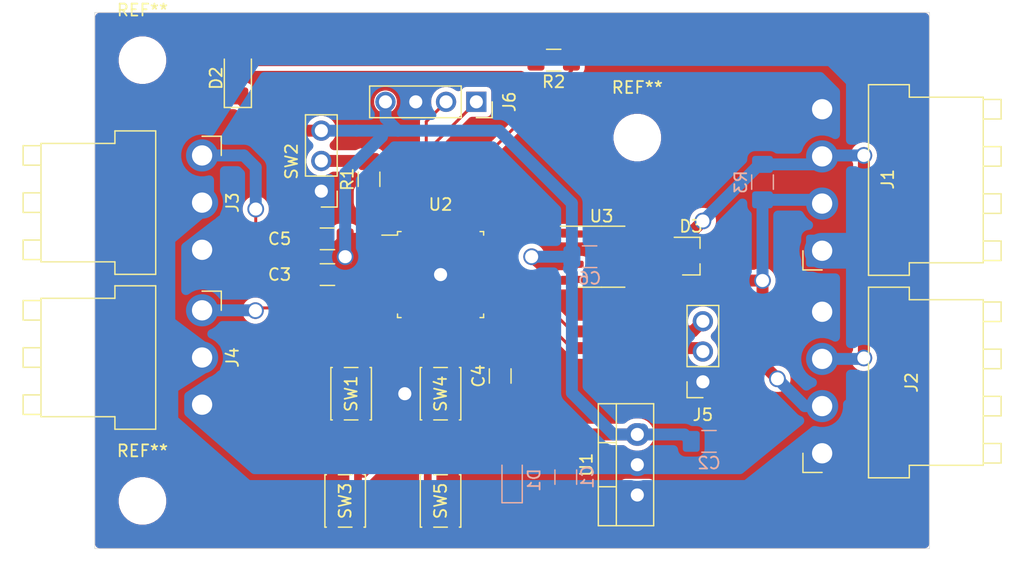
<source format=kicad_pcb>
(kicad_pcb (version 20171130) (host pcbnew "(5.1.5)-3")

  (general
    (thickness 1.6)
    (drawings 4)
    (tracks 167)
    (zones 0)
    (modules 29)
    (nets 22)
  )

  (page A4)
  (title_block
    (title QX20CTRLV2)
    (date 2020-02-18)
    (company "Kyushu-Univ. birdman team")
  )

  (layers
    (0 F.Cu signal)
    (31 B.Cu signal)
    (32 B.Adhes user)
    (33 F.Adhes user)
    (34 B.Paste user)
    (35 F.Paste user)
    (36 B.SilkS user)
    (37 F.SilkS user)
    (38 B.Mask user)
    (39 F.Mask user)
    (40 Dwgs.User user)
    (41 Cmts.User user)
    (42 Eco1.User user)
    (43 Eco2.User user)
    (44 Edge.Cuts user)
    (45 Margin user)
    (46 B.CrtYd user)
    (47 F.CrtYd user)
    (48 B.Fab user)
    (49 F.Fab user)
  )

  (setup
    (last_trace_width 0.25)
    (user_trace_width 0.25)
    (user_trace_width 1)
    (user_trace_width 3)
    (user_trace_width 5)
    (user_trace_width 10)
    (trace_clearance 0.4)
    (zone_clearance 0)
    (zone_45_only yes)
    (trace_min 0.25)
    (via_size 1.4)
    (via_drill 1.1)
    (via_min_size 1.15)
    (via_min_drill 1.1)
    (uvia_size 0.3)
    (uvia_drill 0.1)
    (uvias_allowed no)
    (uvia_min_size 0.2)
    (uvia_min_drill 0.1)
    (edge_width 0.05)
    (segment_width 0.2)
    (pcb_text_width 0.3)
    (pcb_text_size 1.5 1.5)
    (mod_edge_width 0.12)
    (mod_text_size 1 1)
    (mod_text_width 0.15)
    (pad_size 1.7 1.7)
    (pad_drill 1.1)
    (pad_to_mask_clearance 0.051)
    (solder_mask_min_width 0.25)
    (aux_axis_origin 100 50)
    (visible_elements 7FFFFFFF)
    (pcbplotparams
      (layerselection 0x010c0_ffffffff)
      (usegerberextensions false)
      (usegerberattributes false)
      (usegerberadvancedattributes false)
      (creategerberjobfile false)
      (excludeedgelayer true)
      (linewidth 0.250000)
      (plotframeref false)
      (viasonmask false)
      (mode 1)
      (useauxorigin false)
      (hpglpennumber 1)
      (hpglpenspeed 20)
      (hpglpendiameter 15.000000)
      (psnegative false)
      (psa4output false)
      (plotreference true)
      (plotvalue true)
      (plotinvisibletext false)
      (padsonsilk false)
      (subtractmaskfromsilk false)
      (outputformat 1)
      (mirror false)
      (drillshape 0)
      (scaleselection 1)
      (outputdirectory ""))
  )

  (net 0 "")
  (net 1 GND)
  (net 2 3.3V)
  (net 3 VIN)
  (net 4 "Net-(D2-Pad2)")
  (net 5 CANH)
  (net 6 CANL)
  (net 7 PWM1)
  (net 8 PWM2)
  (net 9 USART_TX)
  (net 10 USART_RX)
  (net 11 I2C_SCL)
  (net 12 I2C_SDA)
  (net 13 "Net-(R1-Pad2)")
  (net 14 "Net-(R1-Pad1)")
  (net 15 "Net-(R2-Pad1)")
  (net 16 "Net-(SW3-Pad1)")
  (net 17 "Net-(SW4-Pad1)")
  (net 18 "Net-(SW5-Pad1)")
  (net 19 CAN_RX)
  (net 20 CAN_TX)
  (net 21 "Net-(SW1-Pad1)")

  (net_class Default "これはデフォルトのネット クラスです。"
    (clearance 0.4)
    (trace_width 0.25)
    (via_dia 1.4)
    (via_drill 1.1)
    (uvia_dia 0.3)
    (uvia_drill 0.1)
    (diff_pair_width 0.25)
    (diff_pair_gap 0.25)
    (add_net 3.3V)
    (add_net CANH)
    (add_net CANL)
    (add_net CAN_RX)
    (add_net CAN_TX)
    (add_net GND)
    (add_net I2C_SCL)
    (add_net I2C_SDA)
    (add_net "Net-(D2-Pad2)")
    (add_net "Net-(R1-Pad1)")
    (add_net "Net-(R1-Pad2)")
    (add_net "Net-(R2-Pad1)")
    (add_net "Net-(SW1-Pad1)")
    (add_net "Net-(SW3-Pad1)")
    (add_net "Net-(SW4-Pad1)")
    (add_net "Net-(SW5-Pad1)")
    (add_net PWM1)
    (add_net PWM2)
    (add_net USART_RX)
    (add_net USART_TX)
    (add_net VIN)
  )

  (net_class 3.3V ""
    (clearance 0.4)
    (trace_width 1)
    (via_dia 1.4)
    (via_drill 1.1)
    (uvia_dia 0.3)
    (uvia_drill 0.1)
    (diff_pair_width 0.25)
    (diff_pair_gap 0.25)
  )

  (net_class Power ""
    (clearance 0.5)
    (trace_width 4)
    (via_dia 1.4)
    (via_drill 1.1)
    (uvia_dia 0.3)
    (uvia_drill 0.1)
    (diff_pair_width 0.25)
    (diff_pair_gap 0.25)
  )

  (module MountingHole:MountingHole_3.2mm_M3 (layer F.Cu) (tedit 56D1B4CB) (tstamp 5E4B90B7)
    (at 145.5 60.5)
    (descr "Mounting Hole 3.2mm, no annular, M3")
    (tags "mounting hole 3.2mm no annular m3")
    (attr virtual)
    (fp_text reference REF** (at 0 -4.2) (layer F.SilkS)
      (effects (font (size 1 1) (thickness 0.15)))
    )
    (fp_text value M3 (at 0 4.2) (layer F.Fab)
      (effects (font (size 1 1) (thickness 0.15)))
    )
    (fp_text user %R (at 0.3 0) (layer F.Fab)
      (effects (font (size 1 1) (thickness 0.15)))
    )
    (fp_circle (center 0 0) (end 3.2 0) (layer Cmts.User) (width 0.15))
    (fp_circle (center 0 0) (end 3.45 0) (layer F.CrtYd) (width 0.05))
    (pad 1 np_thru_hole circle (at 0 0) (size 3.2 3.2) (drill 3.2) (layers *.Cu *.Mask))
  )

  (module Button_Switch_SMD:SW_SPST_PTS810 placed (layer F.Cu) (tedit 5B0610A8) (tstamp 5E4AF37E)
    (at 121.5 82 270)
    (descr "C&K Components, PTS 810 Series, Microminiature SMT Top Actuated, http://www.ckswitches.com/media/1476/pts810.pdf")
    (tags "SPST Button Switch")
    (path /5E436A9E)
    (attr smd)
    (fp_text reference SW1 (at 0 0 90) (layer F.SilkS)
      (effects (font (size 1 1) (thickness 0.15)))
    )
    (fp_text value SKRP (at 0 2.6 90) (layer F.Fab)
      (effects (font (size 1 1) (thickness 0.15)))
    )
    (fp_line (start -2.85 -1.85) (end 2.85 -1.85) (layer F.CrtYd) (width 0.05))
    (fp_line (start -2.85 1.85) (end -2.85 -1.85) (layer F.CrtYd) (width 0.05))
    (fp_line (start 2.85 1.85) (end -2.85 1.85) (layer F.CrtYd) (width 0.05))
    (fp_line (start 2.85 -1.85) (end 2.85 1.85) (layer F.CrtYd) (width 0.05))
    (fp_text user %R (at 0 0 90) (layer F.Fab)
      (effects (font (size 0.6 0.6) (thickness 0.09)))
    )
    (fp_line (start 2.2 -1.58) (end 2.2 -1.7) (layer F.SilkS) (width 0.12))
    (fp_line (start 2.2 0.57) (end 2.2 -0.57) (layer F.SilkS) (width 0.12))
    (fp_line (start 2.2 1.7) (end 2.2 1.58) (layer F.SilkS) (width 0.12))
    (fp_line (start -2.2 1.7) (end 2.2 1.7) (layer F.SilkS) (width 0.12))
    (fp_line (start -2.2 1.58) (end -2.2 1.7) (layer F.SilkS) (width 0.12))
    (fp_line (start -2.2 -0.57) (end -2.2 0.57) (layer F.SilkS) (width 0.12))
    (fp_line (start -2.2 -1.7) (end -2.2 -1.58) (layer F.SilkS) (width 0.12))
    (fp_line (start 2.2 -1.7) (end -2.2 -1.7) (layer F.SilkS) (width 0.12))
    (fp_line (start 0.4 1.1) (end -0.4 1.1) (layer F.Fab) (width 0.1))
    (fp_line (start -0.4 -1.1) (end 0.4 -1.1) (layer F.Fab) (width 0.1))
    (fp_arc (start -0.4 0) (end -0.4 1.1) (angle 180) (layer F.Fab) (width 0.1))
    (fp_line (start -2.1 1.6) (end 2.1 1.6) (layer F.Fab) (width 0.1))
    (fp_line (start -2.1 -1.6) (end -2.1 1.6) (layer F.Fab) (width 0.1))
    (fp_line (start 2.1 -1.6) (end -2.1 -1.6) (layer F.Fab) (width 0.1))
    (fp_line (start 2.1 1.6) (end 2.1 -1.6) (layer F.Fab) (width 0.1))
    (fp_arc (start 0.4 0) (end 0.4 -1.1) (angle 180) (layer F.Fab) (width 0.1))
    (pad 1 smd rect (at -2.075 -1.075 270) (size 1.05 0.65) (layers F.Cu F.Paste F.Mask)
      (net 21 "Net-(SW1-Pad1)"))
    (pad 1 smd rect (at 2.075 -1.075 270) (size 1.05 0.65) (layers F.Cu F.Paste F.Mask)
      (net 21 "Net-(SW1-Pad1)"))
    (pad 2 smd rect (at -2.075 1.075 270) (size 1.05 0.65) (layers F.Cu F.Paste F.Mask)
      (net 1 GND))
    (pad 2 smd rect (at 2.075 1.075 270) (size 1.05 0.65) (layers F.Cu F.Paste F.Mask)
      (net 1 GND))
    (model ${KISYS3DMOD}/Button_Switch_SMD.3dshapes/SW_SPST_PTS810.wrl
      (at (xyz 0 0 0))
      (scale (xyz 1 1 1))
      (rotate (xyz 0 0 0))
    )
  )

  (module Package_SO:SOIC-8_3.9x4.9mm_P1.27mm placed (layer F.Cu) (tedit 5C97300E) (tstamp 5E4A4DDB)
    (at 142.5 70.5)
    (descr "SOIC, 8 Pin (JEDEC MS-012AA, https://www.analog.com/media/en/package-pcb-resources/package/pkg_pdf/soic_narrow-r/r_8.pdf), generated with kicad-footprint-generator ipc_gullwing_generator.py")
    (tags "SOIC SO")
    (path /5DFFCCCF)
    (attr smd)
    (fp_text reference U3 (at 0 -3.4) (layer F.SilkS)
      (effects (font (size 1 1) (thickness 0.15)))
    )
    (fp_text value SN65HVD232 (at 0 3.5) (layer F.Fab)
      (effects (font (size 1 1) (thickness 0.15)))
    )
    (fp_line (start 0 2.56) (end 1.95 2.56) (layer F.SilkS) (width 0.12))
    (fp_line (start 0 2.56) (end -1.95 2.56) (layer F.SilkS) (width 0.12))
    (fp_line (start 0 -2.56) (end 1.95 -2.56) (layer F.SilkS) (width 0.12))
    (fp_line (start 0 -2.56) (end -3.45 -2.56) (layer F.SilkS) (width 0.12))
    (fp_line (start -0.975 -2.45) (end 1.95 -2.45) (layer F.Fab) (width 0.1))
    (fp_line (start 1.95 -2.45) (end 1.95 2.45) (layer F.Fab) (width 0.1))
    (fp_line (start 1.95 2.45) (end -1.95 2.45) (layer F.Fab) (width 0.1))
    (fp_line (start -1.95 2.45) (end -1.95 -1.475) (layer F.Fab) (width 0.1))
    (fp_line (start -1.95 -1.475) (end -0.975 -2.45) (layer F.Fab) (width 0.1))
    (fp_line (start -3.7 -2.7) (end -3.7 2.7) (layer F.CrtYd) (width 0.05))
    (fp_line (start -3.7 2.7) (end 3.7 2.7) (layer F.CrtYd) (width 0.05))
    (fp_line (start 3.7 2.7) (end 3.7 -2.7) (layer F.CrtYd) (width 0.05))
    (fp_line (start 3.7 -2.7) (end -3.7 -2.7) (layer F.CrtYd) (width 0.05))
    (fp_text user %R (at 0 0) (layer F.Fab)
      (effects (font (size 0.98 0.98) (thickness 0.15)))
    )
    (pad 1 smd roundrect (at -2.475 -1.905) (size 1.95 0.6) (layers F.Cu F.Paste F.Mask) (roundrect_rratio 0.25)
      (net 20 CAN_TX))
    (pad 2 smd roundrect (at -2.475 -0.635) (size 1.95 0.6) (layers F.Cu F.Paste F.Mask) (roundrect_rratio 0.25)
      (net 1 GND))
    (pad 3 smd roundrect (at -2.475 0.635) (size 1.95 0.6) (layers F.Cu F.Paste F.Mask) (roundrect_rratio 0.25)
      (net 2 3.3V))
    (pad 4 smd roundrect (at -2.475 1.905) (size 1.95 0.6) (layers F.Cu F.Paste F.Mask) (roundrect_rratio 0.25)
      (net 19 CAN_RX))
    (pad 5 smd roundrect (at 2.475 1.905) (size 1.95 0.6) (layers F.Cu F.Paste F.Mask) (roundrect_rratio 0.25))
    (pad 6 smd roundrect (at 2.475 0.635) (size 1.95 0.6) (layers F.Cu F.Paste F.Mask) (roundrect_rratio 0.25)
      (net 6 CANL))
    (pad 7 smd roundrect (at 2.475 -0.635) (size 1.95 0.6) (layers F.Cu F.Paste F.Mask) (roundrect_rratio 0.25)
      (net 5 CANH))
    (pad 8 smd roundrect (at 2.475 -1.905) (size 1.95 0.6) (layers F.Cu F.Paste F.Mask) (roundrect_rratio 0.25))
    (model ${KISYS3DMOD}/Package_SO.3dshapes/SOIC-8_3.9x4.9mm_P1.27mm.wrl
      (at (xyz 0 0 0))
      (scale (xyz 1 1 1))
      (rotate (xyz 0 0 0))
    )
  )

  (module MountingHole:MountingHole_3.2mm_M3 (layer F.Cu) (tedit 56D1B4CB) (tstamp 5E4AEE77)
    (at 104 54)
    (descr "Mounting Hole 3.2mm, no annular, M3")
    (tags "mounting hole 3.2mm no annular m3")
    (attr virtual)
    (fp_text reference REF** (at 0 -4.2) (layer F.SilkS)
      (effects (font (size 1 1) (thickness 0.15)))
    )
    (fp_text value M3 (at 0 4.2) (layer F.Fab)
      (effects (font (size 1 1) (thickness 0.15)))
    )
    (fp_text user %R (at 0.3 0) (layer F.Fab)
      (effects (font (size 1 1) (thickness 0.15)))
    )
    (fp_circle (center 0 0) (end 3.2 0) (layer Cmts.User) (width 0.15))
    (fp_circle (center 0 0) (end 3.45 0) (layer F.CrtYd) (width 0.05))
    (pad 1 np_thru_hole circle (at 0 0) (size 3.2 3.2) (drill 3.2) (layers *.Cu *.Mask))
  )

  (module MountingHole:MountingHole_3.2mm_M3 (layer F.Cu) (tedit 56D1B4CB) (tstamp 5E4AEE77)
    (at 104 91)
    (descr "Mounting Hole 3.2mm, no annular, M3")
    (tags "mounting hole 3.2mm no annular m3")
    (attr virtual)
    (fp_text reference REF** (at 0 -4.2) (layer F.SilkS)
      (effects (font (size 1 1) (thickness 0.15)))
    )
    (fp_text value M3 (at 0 4.2) (layer F.Fab)
      (effects (font (size 1 1) (thickness 0.15)))
    )
    (fp_text user %R (at 0.3 0) (layer F.Fab)
      (effects (font (size 1 1) (thickness 0.15)))
    )
    (fp_circle (center 0 0) (end 3.2 0) (layer Cmts.User) (width 0.15))
    (fp_circle (center 0 0) (end 3.45 0) (layer F.CrtYd) (width 0.05))
    (pad 1 np_thru_hole circle (at 0 0) (size 3.2 3.2) (drill 3.2) (layers *.Cu *.Mask))
  )

  (module Package_TO_SOT_SMD:SOT-23 (layer F.Cu) (tedit 5A02FF57) (tstamp 5E4ACF60)
    (at 150 70.45)
    (descr "SOT-23, Standard")
    (tags SOT-23)
    (path /5E00CE7F)
    (attr smd)
    (fp_text reference D3 (at 0 -2.5) (layer F.SilkS)
      (effects (font (size 1 1) (thickness 0.15)))
    )
    (fp_text value NUP2105L (at 1.5 2.55) (layer F.Fab)
      (effects (font (size 1 1) (thickness 0.15)))
    )
    (fp_line (start 0.76 1.58) (end -0.7 1.58) (layer F.SilkS) (width 0.12))
    (fp_line (start 0.76 -1.58) (end -1.4 -1.58) (layer F.SilkS) (width 0.12))
    (fp_line (start -1.7 1.75) (end -1.7 -1.75) (layer F.CrtYd) (width 0.05))
    (fp_line (start 1.7 1.75) (end -1.7 1.75) (layer F.CrtYd) (width 0.05))
    (fp_line (start 1.7 -1.75) (end 1.7 1.75) (layer F.CrtYd) (width 0.05))
    (fp_line (start -1.7 -1.75) (end 1.7 -1.75) (layer F.CrtYd) (width 0.05))
    (fp_line (start 0.76 -1.58) (end 0.76 -0.65) (layer F.SilkS) (width 0.12))
    (fp_line (start 0.76 1.58) (end 0.76 0.65) (layer F.SilkS) (width 0.12))
    (fp_line (start -0.7 1.52) (end 0.7 1.52) (layer F.Fab) (width 0.1))
    (fp_line (start 0.7 -1.52) (end 0.7 1.52) (layer F.Fab) (width 0.1))
    (fp_line (start -0.7 -0.95) (end -0.15 -1.52) (layer F.Fab) (width 0.1))
    (fp_line (start -0.15 -1.52) (end 0.7 -1.52) (layer F.Fab) (width 0.1))
    (fp_line (start -0.7 -0.95) (end -0.7 1.5) (layer F.Fab) (width 0.1))
    (fp_text user %R (at 0 0 90) (layer F.Fab)
      (effects (font (size 0.5 0.5) (thickness 0.075)))
    )
    (pad 3 smd rect (at 1 0) (size 0.9 0.8) (layers F.Cu F.Paste F.Mask)
      (net 1 GND))
    (pad 2 smd rect (at -1 0.95) (size 0.9 0.8) (layers F.Cu F.Paste F.Mask)
      (net 6 CANL))
    (pad 1 smd rect (at -1 -0.95) (size 0.9 0.8) (layers F.Cu F.Paste F.Mask)
      (net 5 CANH))
    (model ${KISYS3DMOD}/Package_TO_SOT_SMD.3dshapes/SOT-23.wrl
      (at (xyz 0 0 0))
      (scale (xyz 1 1 1))
      (rotate (xyz 0 0 0))
    )
  )

  (module Resistor_SMD:R_1206_3216Metric_Pad1.42x1.75mm_HandSolder (layer F.Cu) (tedit 5B301BBD) (tstamp 5E594FBF)
    (at 138.4875 54 180)
    (descr "Resistor SMD 1206 (3216 Metric), square (rectangular) end terminal, IPC_7351 nominal with elongated pad for handsoldering. (Body size source: http://www.tortai-tech.com/upload/download/2011102023233369053.pdf), generated with kicad-footprint-generator")
    (tags "resistor handsolder")
    (path /5E4ACF8C)
    (attr smd)
    (fp_text reference R2 (at 0 -1.82) (layer F.SilkS)
      (effects (font (size 1 1) (thickness 0.15)))
    )
    (fp_text value 120 (at 0 1.82) (layer F.Fab)
      (effects (font (size 1 1) (thickness 0.15)))
    )
    (fp_text user %R (at 0 0) (layer F.Fab)
      (effects (font (size 0.8 0.8) (thickness 0.12)))
    )
    (fp_line (start 2.45 1.12) (end -2.45 1.12) (layer F.CrtYd) (width 0.05))
    (fp_line (start 2.45 -1.12) (end 2.45 1.12) (layer F.CrtYd) (width 0.05))
    (fp_line (start -2.45 -1.12) (end 2.45 -1.12) (layer F.CrtYd) (width 0.05))
    (fp_line (start -2.45 1.12) (end -2.45 -1.12) (layer F.CrtYd) (width 0.05))
    (fp_line (start -0.602064 0.91) (end 0.602064 0.91) (layer F.SilkS) (width 0.12))
    (fp_line (start -0.602064 -0.91) (end 0.602064 -0.91) (layer F.SilkS) (width 0.12))
    (fp_line (start 1.6 0.8) (end -1.6 0.8) (layer F.Fab) (width 0.1))
    (fp_line (start 1.6 -0.8) (end 1.6 0.8) (layer F.Fab) (width 0.1))
    (fp_line (start -1.6 -0.8) (end 1.6 -0.8) (layer F.Fab) (width 0.1))
    (fp_line (start -1.6 0.8) (end -1.6 -0.8) (layer F.Fab) (width 0.1))
    (pad 2 smd roundrect (at 1.4875 0 180) (size 1.425 1.75) (layers F.Cu F.Paste F.Mask) (roundrect_rratio 0.175439)
      (net 4 "Net-(D2-Pad2)"))
    (pad 1 smd roundrect (at -1.4875 0 180) (size 1.425 1.75) (layers F.Cu F.Paste F.Mask) (roundrect_rratio 0.175439)
      (net 15 "Net-(R2-Pad1)"))
    (model ${KISYS3DMOD}/Resistor_SMD.3dshapes/R_1206_3216Metric.wrl
      (at (xyz 0 0 0))
      (scale (xyz 1 1 1))
      (rotate (xyz 0 0 0))
    )
  )

  (module Capacitor_SMD:C_1206_3216Metric_Pad1.42x1.75mm_HandSolder placed (layer F.Cu) (tedit 5B301BBE) (tstamp 5E45AA4D)
    (at 119.5125 72)
    (descr "Capacitor SMD 1206 (3216 Metric), square (rectangular) end terminal, IPC_7351 nominal with elongated pad for handsoldering. (Body size source: http://www.tortai-tech.com/upload/download/2011102023233369053.pdf), generated with kicad-footprint-generator")
    (tags "capacitor handsolder")
    (path /5DF5EB29)
    (attr smd)
    (fp_text reference C3 (at -4.0125 0) (layer F.SilkS)
      (effects (font (size 1 1) (thickness 0.15)))
    )
    (fp_text value 0.1uF (at 0 1.82) (layer F.Fab)
      (effects (font (size 1 1) (thickness 0.15)))
    )
    (fp_line (start -1.6 0.8) (end -1.6 -0.8) (layer F.Fab) (width 0.1))
    (fp_line (start -1.6 -0.8) (end 1.6 -0.8) (layer F.Fab) (width 0.1))
    (fp_line (start 1.6 -0.8) (end 1.6 0.8) (layer F.Fab) (width 0.1))
    (fp_line (start 1.6 0.8) (end -1.6 0.8) (layer F.Fab) (width 0.1))
    (fp_line (start -0.602064 -0.91) (end 0.602064 -0.91) (layer F.SilkS) (width 0.12))
    (fp_line (start -0.602064 0.91) (end 0.602064 0.91) (layer F.SilkS) (width 0.12))
    (fp_line (start -2.45 1.12) (end -2.45 -1.12) (layer F.CrtYd) (width 0.05))
    (fp_line (start -2.45 -1.12) (end 2.45 -1.12) (layer F.CrtYd) (width 0.05))
    (fp_line (start 2.45 -1.12) (end 2.45 1.12) (layer F.CrtYd) (width 0.05))
    (fp_line (start 2.45 1.12) (end -2.45 1.12) (layer F.CrtYd) (width 0.05))
    (fp_text user %R (at 0 0) (layer F.Fab)
      (effects (font (size 0.8 0.8) (thickness 0.12)))
    )
    (pad 1 smd roundrect (at -1.4875 0) (size 1.425 1.75) (layers F.Cu F.Paste F.Mask) (roundrect_rratio 0.175439)
      (net 1 GND))
    (pad 2 smd roundrect (at 1.4875 0) (size 1.425 1.75) (layers F.Cu F.Paste F.Mask) (roundrect_rratio 0.175439)
      (net 2 3.3V))
    (model ${KISYS3DMOD}/Capacitor_SMD.3dshapes/C_1206_3216Metric.wrl
      (at (xyz 0 0 0))
      (scale (xyz 1 1 1))
      (rotate (xyz 0 0 0))
    )
  )

  (module Capacitor_SMD:C_1206_3216Metric_Pad1.42x1.75mm_HandSolder placed (layer F.Cu) (tedit 5B301BBE) (tstamp 5E455E1E)
    (at 134 80.5125 90)
    (descr "Capacitor SMD 1206 (3216 Metric), square (rectangular) end terminal, IPC_7351 nominal with elongated pad for handsoldering. (Body size source: http://www.tortai-tech.com/upload/download/2011102023233369053.pdf), generated with kicad-footprint-generator")
    (tags "capacitor handsolder")
    (path /5DF5E394)
    (attr smd)
    (fp_text reference C4 (at 0 -1.82 90) (layer F.SilkS)
      (effects (font (size 1 1) (thickness 0.15)))
    )
    (fp_text value 0.1uF (at 0 1.82 90) (layer F.Fab)
      (effects (font (size 1 1) (thickness 0.15)))
    )
    (fp_line (start -1.6 0.8) (end -1.6 -0.8) (layer F.Fab) (width 0.1))
    (fp_line (start -1.6 -0.8) (end 1.6 -0.8) (layer F.Fab) (width 0.1))
    (fp_line (start 1.6 -0.8) (end 1.6 0.8) (layer F.Fab) (width 0.1))
    (fp_line (start 1.6 0.8) (end -1.6 0.8) (layer F.Fab) (width 0.1))
    (fp_line (start -0.602064 -0.91) (end 0.602064 -0.91) (layer F.SilkS) (width 0.12))
    (fp_line (start -0.602064 0.91) (end 0.602064 0.91) (layer F.SilkS) (width 0.12))
    (fp_line (start -2.45 1.12) (end -2.45 -1.12) (layer F.CrtYd) (width 0.05))
    (fp_line (start -2.45 -1.12) (end 2.45 -1.12) (layer F.CrtYd) (width 0.05))
    (fp_line (start 2.45 -1.12) (end 2.45 1.12) (layer F.CrtYd) (width 0.05))
    (fp_line (start 2.45 1.12) (end -2.45 1.12) (layer F.CrtYd) (width 0.05))
    (fp_text user %R (at 0 0 90) (layer F.Fab)
      (effects (font (size 0.8 0.8) (thickness 0.12)))
    )
    (pad 1 smd roundrect (at -1.4875 0 90) (size 1.425 1.75) (layers F.Cu F.Paste F.Mask) (roundrect_rratio 0.175439)
      (net 1 GND))
    (pad 2 smd roundrect (at 1.4875 0 90) (size 1.425 1.75) (layers F.Cu F.Paste F.Mask) (roundrect_rratio 0.175439)
      (net 2 3.3V))
    (model ${KISYS3DMOD}/Capacitor_SMD.3dshapes/C_1206_3216Metric.wrl
      (at (xyz 0 0 0))
      (scale (xyz 1 1 1))
      (rotate (xyz 0 0 0))
    )
  )

  (module Capacitor_SMD:C_1206_3216Metric_Pad1.42x1.75mm_HandSolder placed (layer F.Cu) (tedit 5B301BBE) (tstamp 5E451BFA)
    (at 119.5125 69)
    (descr "Capacitor SMD 1206 (3216 Metric), square (rectangular) end terminal, IPC_7351 nominal with elongated pad for handsoldering. (Body size source: http://www.tortai-tech.com/upload/download/2011102023233369053.pdf), generated with kicad-footprint-generator")
    (tags "capacitor handsolder")
    (path /5DF5DC1B)
    (attr smd)
    (fp_text reference C5 (at -4.0125 0) (layer F.SilkS)
      (effects (font (size 1 1) (thickness 0.15)))
    )
    (fp_text value 0.1uF (at 0 1.82) (layer F.Fab)
      (effects (font (size 1 1) (thickness 0.15)))
    )
    (fp_text user %R (at 0 0) (layer F.Fab)
      (effects (font (size 0.8 0.8) (thickness 0.12)))
    )
    (fp_line (start 2.45 1.12) (end -2.45 1.12) (layer F.CrtYd) (width 0.05))
    (fp_line (start 2.45 -1.12) (end 2.45 1.12) (layer F.CrtYd) (width 0.05))
    (fp_line (start -2.45 -1.12) (end 2.45 -1.12) (layer F.CrtYd) (width 0.05))
    (fp_line (start -2.45 1.12) (end -2.45 -1.12) (layer F.CrtYd) (width 0.05))
    (fp_line (start -0.602064 0.91) (end 0.602064 0.91) (layer F.SilkS) (width 0.12))
    (fp_line (start -0.602064 -0.91) (end 0.602064 -0.91) (layer F.SilkS) (width 0.12))
    (fp_line (start 1.6 0.8) (end -1.6 0.8) (layer F.Fab) (width 0.1))
    (fp_line (start 1.6 -0.8) (end 1.6 0.8) (layer F.Fab) (width 0.1))
    (fp_line (start -1.6 -0.8) (end 1.6 -0.8) (layer F.Fab) (width 0.1))
    (fp_line (start -1.6 0.8) (end -1.6 -0.8) (layer F.Fab) (width 0.1))
    (pad 2 smd roundrect (at 1.4875 0) (size 1.425 1.75) (layers F.Cu F.Paste F.Mask) (roundrect_rratio 0.175439)
      (net 2 3.3V))
    (pad 1 smd roundrect (at -1.4875 0) (size 1.425 1.75) (layers F.Cu F.Paste F.Mask) (roundrect_rratio 0.175439)
      (net 1 GND))
    (model ${KISYS3DMOD}/Capacitor_SMD.3dshapes/C_1206_3216Metric.wrl
      (at (xyz 0 0 0))
      (scale (xyz 1 1 1))
      (rotate (xyz 0 0 0))
    )
  )

  (module Capacitor_SMD:C_1206_3216Metric_Pad1.42x1.75mm_HandSolder placed (layer B.Cu) (tedit 5B301BBE) (tstamp 5E451C0B)
    (at 139.5 89 90)
    (descr "Capacitor SMD 1206 (3216 Metric), square (rectangular) end terminal, IPC_7351 nominal with elongated pad for handsoldering. (Body size source: http://www.tortai-tech.com/upload/download/2011102023233369053.pdf), generated with kicad-footprint-generator")
    (tags "capacitor handsolder")
    (path /5DFC48A1)
    (attr smd)
    (fp_text reference C1 (at 0 1.82 270) (layer B.SilkS)
      (effects (font (size 1 1) (thickness 0.15)) (justify mirror))
    )
    (fp_text value 10uF (at 0 -1.82 270) (layer B.Fab)
      (effects (font (size 1 1) (thickness 0.15)) (justify mirror))
    )
    (fp_text user %R (at 0 0 270) (layer B.Fab)
      (effects (font (size 0.8 0.8) (thickness 0.12)) (justify mirror))
    )
    (fp_line (start 2.45 -1.12) (end -2.45 -1.12) (layer B.CrtYd) (width 0.05))
    (fp_line (start 2.45 1.12) (end 2.45 -1.12) (layer B.CrtYd) (width 0.05))
    (fp_line (start -2.45 1.12) (end 2.45 1.12) (layer B.CrtYd) (width 0.05))
    (fp_line (start -2.45 -1.12) (end -2.45 1.12) (layer B.CrtYd) (width 0.05))
    (fp_line (start -0.602064 -0.91) (end 0.602064 -0.91) (layer B.SilkS) (width 0.12))
    (fp_line (start -0.602064 0.91) (end 0.602064 0.91) (layer B.SilkS) (width 0.12))
    (fp_line (start 1.6 -0.8) (end -1.6 -0.8) (layer B.Fab) (width 0.1))
    (fp_line (start 1.6 0.8) (end 1.6 -0.8) (layer B.Fab) (width 0.1))
    (fp_line (start -1.6 0.8) (end 1.6 0.8) (layer B.Fab) (width 0.1))
    (fp_line (start -1.6 -0.8) (end -1.6 0.8) (layer B.Fab) (width 0.1))
    (pad 2 smd roundrect (at 1.4875 0 90) (size 1.425 1.75) (layers B.Cu B.Paste B.Mask) (roundrect_rratio 0.175439)
      (net 1 GND))
    (pad 1 smd roundrect (at -1.4875 0 90) (size 1.425 1.75) (layers B.Cu B.Paste B.Mask) (roundrect_rratio 0.175439)
      (net 3 VIN))
    (model ${KISYS3DMOD}/Capacitor_SMD.3dshapes/C_1206_3216Metric.wrl
      (at (xyz 0 0 0))
      (scale (xyz 1 1 1))
      (rotate (xyz 0 0 0))
    )
  )

  (module Capacitor_SMD:C_1206_3216Metric_Pad1.42x1.75mm_HandSolder placed (layer B.Cu) (tedit 5B301BBE) (tstamp 5E451C1C)
    (at 141.5 70.5)
    (descr "Capacitor SMD 1206 (3216 Metric), square (rectangular) end terminal, IPC_7351 nominal with elongated pad for handsoldering. (Body size source: http://www.tortai-tech.com/upload/download/2011102023233369053.pdf), generated with kicad-footprint-generator")
    (tags "capacitor handsolder")
    (path /5E0256C4)
    (attr smd)
    (fp_text reference C6 (at 0 1.82) (layer B.SilkS)
      (effects (font (size 1 1) (thickness 0.15)) (justify mirror))
    )
    (fp_text value 0.1uF (at 0 -1.82) (layer B.Fab)
      (effects (font (size 1 1) (thickness 0.15)) (justify mirror))
    )
    (fp_text user %R (at 0 0) (layer B.Fab)
      (effects (font (size 0.8 0.8) (thickness 0.12)) (justify mirror))
    )
    (fp_line (start 2.45 -1.12) (end -2.45 -1.12) (layer B.CrtYd) (width 0.05))
    (fp_line (start 2.45 1.12) (end 2.45 -1.12) (layer B.CrtYd) (width 0.05))
    (fp_line (start -2.45 1.12) (end 2.45 1.12) (layer B.CrtYd) (width 0.05))
    (fp_line (start -2.45 -1.12) (end -2.45 1.12) (layer B.CrtYd) (width 0.05))
    (fp_line (start -0.602064 -0.91) (end 0.602064 -0.91) (layer B.SilkS) (width 0.12))
    (fp_line (start -0.602064 0.91) (end 0.602064 0.91) (layer B.SilkS) (width 0.12))
    (fp_line (start 1.6 -0.8) (end -1.6 -0.8) (layer B.Fab) (width 0.1))
    (fp_line (start 1.6 0.8) (end 1.6 -0.8) (layer B.Fab) (width 0.1))
    (fp_line (start -1.6 0.8) (end 1.6 0.8) (layer B.Fab) (width 0.1))
    (fp_line (start -1.6 -0.8) (end -1.6 0.8) (layer B.Fab) (width 0.1))
    (pad 2 smd roundrect (at 1.4875 0) (size 1.425 1.75) (layers B.Cu B.Paste B.Mask) (roundrect_rratio 0.175439)
      (net 1 GND))
    (pad 1 smd roundrect (at -1.4875 0) (size 1.425 1.75) (layers B.Cu B.Paste B.Mask) (roundrect_rratio 0.175439)
      (net 2 3.3V))
    (model ${KISYS3DMOD}/Capacitor_SMD.3dshapes/C_1206_3216Metric.wrl
      (at (xyz 0 0 0))
      (scale (xyz 1 1 1))
      (rotate (xyz 0 0 0))
    )
  )

  (module Capacitor_SMD:C_1206_3216Metric_Pad1.42x1.75mm_HandSolder placed (layer B.Cu) (tedit 5B301BBE) (tstamp 5E451C2D)
    (at 151.5125 86)
    (descr "Capacitor SMD 1206 (3216 Metric), square (rectangular) end terminal, IPC_7351 nominal with elongated pad for handsoldering. (Body size source: http://www.tortai-tech.com/upload/download/2011102023233369053.pdf), generated with kicad-footprint-generator")
    (tags "capacitor handsolder")
    (path /5DFC48A7)
    (attr smd)
    (fp_text reference C2 (at 0 1.82 180) (layer B.SilkS)
      (effects (font (size 1 1) (thickness 0.15)) (justify mirror))
    )
    (fp_text value 10uF (at 0 -1.82 180) (layer B.Fab)
      (effects (font (size 1 1) (thickness 0.15)) (justify mirror))
    )
    (fp_line (start -1.6 -0.8) (end -1.6 0.8) (layer B.Fab) (width 0.1))
    (fp_line (start -1.6 0.8) (end 1.6 0.8) (layer B.Fab) (width 0.1))
    (fp_line (start 1.6 0.8) (end 1.6 -0.8) (layer B.Fab) (width 0.1))
    (fp_line (start 1.6 -0.8) (end -1.6 -0.8) (layer B.Fab) (width 0.1))
    (fp_line (start -0.602064 0.91) (end 0.602064 0.91) (layer B.SilkS) (width 0.12))
    (fp_line (start -0.602064 -0.91) (end 0.602064 -0.91) (layer B.SilkS) (width 0.12))
    (fp_line (start -2.45 -1.12) (end -2.45 1.12) (layer B.CrtYd) (width 0.05))
    (fp_line (start -2.45 1.12) (end 2.45 1.12) (layer B.CrtYd) (width 0.05))
    (fp_line (start 2.45 1.12) (end 2.45 -1.12) (layer B.CrtYd) (width 0.05))
    (fp_line (start 2.45 -1.12) (end -2.45 -1.12) (layer B.CrtYd) (width 0.05))
    (fp_text user %R (at 0 0 180) (layer B.Fab)
      (effects (font (size 0.8 0.8) (thickness 0.12)) (justify mirror))
    )
    (pad 1 smd roundrect (at -1.4875 0) (size 1.425 1.75) (layers B.Cu B.Paste B.Mask) (roundrect_rratio 0.175439)
      (net 2 3.3V))
    (pad 2 smd roundrect (at 1.4875 0) (size 1.425 1.75) (layers B.Cu B.Paste B.Mask) (roundrect_rratio 0.175439)
      (net 1 GND))
    (model ${KISYS3DMOD}/Capacitor_SMD.3dshapes/C_1206_3216Metric.wrl
      (at (xyz 0 0 0))
      (scale (xyz 1 1 1))
      (rotate (xyz 0 0 0))
    )
  )

  (module Diode_SMD:D_SOD-323_HandSoldering placed (layer B.Cu) (tedit 58641869) (tstamp 5E451C45)
    (at 135 89.25 90)
    (descr SOD-323)
    (tags SOD-323)
    (path /5E2EA49C)
    (attr smd)
    (fp_text reference D1 (at 0 1.85 -90) (layer B.SilkS)
      (effects (font (size 1 1) (thickness 0.15)) (justify mirror))
    )
    (fp_text value RSB36VTE (at 0.1 -1.9 -90) (layer B.Fab)
      (effects (font (size 1 1) (thickness 0.15)) (justify mirror))
    )
    (fp_text user %R (at 0 1.85 -90) (layer B.Fab)
      (effects (font (size 1 1) (thickness 0.15)) (justify mirror))
    )
    (fp_line (start -1.9 0.85) (end -1.9 -0.85) (layer B.SilkS) (width 0.12))
    (fp_line (start 0.2 0) (end 0.45 0) (layer B.Fab) (width 0.1))
    (fp_line (start 0.2 -0.35) (end -0.3 0) (layer B.Fab) (width 0.1))
    (fp_line (start 0.2 0.35) (end 0.2 -0.35) (layer B.Fab) (width 0.1))
    (fp_line (start -0.3 0) (end 0.2 0.35) (layer B.Fab) (width 0.1))
    (fp_line (start -0.3 0) (end -0.5 0) (layer B.Fab) (width 0.1))
    (fp_line (start -0.3 0.35) (end -0.3 -0.35) (layer B.Fab) (width 0.1))
    (fp_line (start -0.9 -0.7) (end -0.9 0.7) (layer B.Fab) (width 0.1))
    (fp_line (start 0.9 -0.7) (end -0.9 -0.7) (layer B.Fab) (width 0.1))
    (fp_line (start 0.9 0.7) (end 0.9 -0.7) (layer B.Fab) (width 0.1))
    (fp_line (start -0.9 0.7) (end 0.9 0.7) (layer B.Fab) (width 0.1))
    (fp_line (start -2 0.95) (end 2 0.95) (layer B.CrtYd) (width 0.05))
    (fp_line (start 2 0.95) (end 2 -0.95) (layer B.CrtYd) (width 0.05))
    (fp_line (start -2 -0.95) (end 2 -0.95) (layer B.CrtYd) (width 0.05))
    (fp_line (start -2 0.95) (end -2 -0.95) (layer B.CrtYd) (width 0.05))
    (fp_line (start -1.9 -0.85) (end 1.25 -0.85) (layer B.SilkS) (width 0.12))
    (fp_line (start -1.9 0.85) (end 1.25 0.85) (layer B.SilkS) (width 0.12))
    (pad 1 smd rect (at -1.25 0 90) (size 1 1) (layers B.Cu B.Paste B.Mask)
      (net 3 VIN))
    (pad 2 smd rect (at 1.25 0 90) (size 1 1) (layers B.Cu B.Paste B.Mask)
      (net 1 GND))
    (model ${KISYS3DMOD}/Diode_SMD.3dshapes/D_SOD-323.wrl
      (at (xyz 0 0 0))
      (scale (xyz 1 1 1))
      (rotate (xyz 0 0 0))
    )
  )

  (module Diode_SMD:D_1206_3216Metric_Pad1.42x1.75mm_HandSolder placed (layer F.Cu) (tedit 5B4B45C8) (tstamp 5E4B1995)
    (at 112 55.5125 90)
    (descr "Diode SMD 1206 (3216 Metric), square (rectangular) end terminal, IPC_7351 nominal, (Body size source: http://www.tortai-tech.com/upload/download/2011102023233369053.pdf), generated with kicad-footprint-generator")
    (tags "diode handsolder")
    (path /5E02BCB3)
    (attr smd)
    (fp_text reference D2 (at 0 -1.82 90) (layer F.SilkS)
      (effects (font (size 1 1) (thickness 0.15)))
    )
    (fp_text value LED (at 0 1.82 90) (layer F.Fab)
      (effects (font (size 1 1) (thickness 0.15)))
    )
    (fp_line (start 1.6 -0.8) (end -1.2 -0.8) (layer F.Fab) (width 0.1))
    (fp_line (start -1.2 -0.8) (end -1.6 -0.4) (layer F.Fab) (width 0.1))
    (fp_line (start -1.6 -0.4) (end -1.6 0.8) (layer F.Fab) (width 0.1))
    (fp_line (start -1.6 0.8) (end 1.6 0.8) (layer F.Fab) (width 0.1))
    (fp_line (start 1.6 0.8) (end 1.6 -0.8) (layer F.Fab) (width 0.1))
    (fp_line (start 1.6 -1.135) (end -2.46 -1.135) (layer F.SilkS) (width 0.12))
    (fp_line (start -2.46 -1.135) (end -2.46 1.135) (layer F.SilkS) (width 0.12))
    (fp_line (start -2.46 1.135) (end 1.6 1.135) (layer F.SilkS) (width 0.12))
    (fp_line (start -2.45 1.12) (end -2.45 -1.12) (layer F.CrtYd) (width 0.05))
    (fp_line (start -2.45 -1.12) (end 2.45 -1.12) (layer F.CrtYd) (width 0.05))
    (fp_line (start 2.45 -1.12) (end 2.45 1.12) (layer F.CrtYd) (width 0.05))
    (fp_line (start 2.45 1.12) (end -2.45 1.12) (layer F.CrtYd) (width 0.05))
    (fp_text user %R (at 0 0 90) (layer F.Fab)
      (effects (font (size 0.8 0.8) (thickness 0.12)))
    )
    (pad 1 smd roundrect (at -1.4875 0 90) (size 1.425 1.75) (layers F.Cu F.Paste F.Mask) (roundrect_rratio 0.175439)
      (net 2 3.3V))
    (pad 2 smd roundrect (at 1.4875 0 90) (size 1.425 1.75) (layers F.Cu F.Paste F.Mask) (roundrect_rratio 0.175439)
      (net 4 "Net-(D2-Pad2)"))
    (model ${KISYS3DMOD}/Diode_SMD.3dshapes/D_1206_3216Metric.wrl
      (at (xyz 0 0 0))
      (scale (xyz 1 1 1))
      (rotate (xyz 0 0 0))
    )
  )

  (module Connector_JST:JST_VH_B4PS-VH_1x04_P3.96mm_Horizontal placed (layer F.Cu) (tedit 5E4B3947) (tstamp 5E4599E4)
    (at 161 70 90)
    (descr "JST VH series connector, B4PS-VH (http://www.jst-mfg.com/product/pdf/eng/eVH.pdf), generated with kicad-footprint-generator")
    (tags "connector JST VH top entry")
    (path /5DF3AD74)
    (fp_text reference J1 (at 6 5.5 90) (layer F.SilkS)
      (effects (font (size 1 1) (thickness 0.15)))
    )
    (fp_text value VH_CAN (at 5.94 16.1 90) (layer F.Fab)
      (effects (font (size 1 1) (thickness 0.15)))
    )
    (fp_text user %R (at 5.94 9.45 90) (layer F.Fab)
      (effects (font (size 1 1) (thickness 0.15)))
    )
    (fp_line (start -1.61 -1.61) (end -1.61 0) (layer F.SilkS) (width 0.12))
    (fp_line (start 0 -1.61) (end -1.61 -1.61) (layer F.SilkS) (width 0.12))
    (fp_line (start 12.7 15.01) (end 12.7 13.51) (layer F.SilkS) (width 0.12))
    (fp_line (start 11.06 15.01) (end 12.7 15.01) (layer F.SilkS) (width 0.12))
    (fp_line (start 11.06 13.51) (end 11.06 15.01) (layer F.SilkS) (width 0.12))
    (fp_line (start 8.74 15.01) (end 8.74 13.51) (layer F.SilkS) (width 0.12))
    (fp_line (start 7.1 15.01) (end 8.74 15.01) (layer F.SilkS) (width 0.12))
    (fp_line (start 7.1 13.51) (end 7.1 15.01) (layer F.SilkS) (width 0.12))
    (fp_line (start 4.78 15.01) (end 4.78 13.51) (layer F.SilkS) (width 0.12))
    (fp_line (start 3.14 15.01) (end 4.78 15.01) (layer F.SilkS) (width 0.12))
    (fp_line (start 3.14 13.51) (end 3.14 15.01) (layer F.SilkS) (width 0.12))
    (fp_line (start 0.82 15.01) (end 0.82 13.51) (layer F.SilkS) (width 0.12))
    (fp_line (start -0.82 15.01) (end 0.82 15.01) (layer F.SilkS) (width 0.12))
    (fp_line (start -0.82 13.51) (end -0.82 15.01) (layer F.SilkS) (width 0.12))
    (fp_line (start -2.06 7.31) (end -2.06 3.89) (layer F.SilkS) (width 0.12))
    (fp_line (start -1.01 7.31) (end -2.06 7.31) (layer F.SilkS) (width 0.12))
    (fp_line (start -1.01 13.51) (end -1.01 7.31) (layer F.SilkS) (width 0.12))
    (fp_line (start 12.89 13.51) (end -1.01 13.51) (layer F.SilkS) (width 0.12))
    (fp_line (start 12.89 7.31) (end 12.89 13.51) (layer F.SilkS) (width 0.12))
    (fp_line (start 13.94 7.31) (end 12.89 7.31) (layer F.SilkS) (width 0.12))
    (fp_line (start 13.94 3.89) (end 13.94 7.31) (layer F.SilkS) (width 0.12))
    (fp_line (start -2.06 3.89) (end 13.94 3.89) (layer F.SilkS) (width 0.12))
    (fp_line (start 14.33 -1.85) (end -2.45 -1.85) (layer F.CrtYd) (width 0.05))
    (fp_line (start 14.33 15.4) (end 14.33 -1.85) (layer F.CrtYd) (width 0.05))
    (fp_line (start -2.45 15.4) (end 14.33 15.4) (layer F.CrtYd) (width 0.05))
    (fp_line (start -2.45 -1.85) (end -2.45 15.4) (layer F.CrtYd) (width 0.05))
    (fp_line (start 12.58 14.9) (end 12.58 13.4) (layer F.Fab) (width 0.1))
    (fp_line (start 11.18 14.9) (end 12.58 14.9) (layer F.Fab) (width 0.1))
    (fp_line (start 11.18 13.4) (end 11.18 14.9) (layer F.Fab) (width 0.1))
    (fp_line (start 12.58 0) (end 12.58 4) (layer F.Fab) (width 0.1))
    (fp_line (start 11.18 0) (end 12.58 0) (layer F.Fab) (width 0.1))
    (fp_line (start 11.18 4) (end 11.18 0) (layer F.Fab) (width 0.1))
    (fp_line (start 8.62 14.9) (end 8.62 13.4) (layer F.Fab) (width 0.1))
    (fp_line (start 7.22 14.9) (end 8.62 14.9) (layer F.Fab) (width 0.1))
    (fp_line (start 7.22 13.4) (end 7.22 14.9) (layer F.Fab) (width 0.1))
    (fp_line (start 8.62 0) (end 8.62 4) (layer F.Fab) (width 0.1))
    (fp_line (start 7.22 0) (end 8.62 0) (layer F.Fab) (width 0.1))
    (fp_line (start 7.22 4) (end 7.22 0) (layer F.Fab) (width 0.1))
    (fp_line (start 4.66 14.9) (end 4.66 13.4) (layer F.Fab) (width 0.1))
    (fp_line (start 3.26 14.9) (end 4.66 14.9) (layer F.Fab) (width 0.1))
    (fp_line (start 3.26 13.4) (end 3.26 14.9) (layer F.Fab) (width 0.1))
    (fp_line (start 4.66 0) (end 4.66 4) (layer F.Fab) (width 0.1))
    (fp_line (start 3.26 0) (end 4.66 0) (layer F.Fab) (width 0.1))
    (fp_line (start 3.26 4) (end 3.26 0) (layer F.Fab) (width 0.1))
    (fp_line (start 0.7 14.9) (end 0.7 13.4) (layer F.Fab) (width 0.1))
    (fp_line (start -0.7 14.9) (end 0.7 14.9) (layer F.Fab) (width 0.1))
    (fp_line (start -0.7 13.4) (end -0.7 14.9) (layer F.Fab) (width 0.1))
    (fp_line (start 0.7 0) (end 0.7 4) (layer F.Fab) (width 0.1))
    (fp_line (start -0.7 0) (end 0.7 0) (layer F.Fab) (width 0.1))
    (fp_line (start -0.7 4) (end -0.7 0) (layer F.Fab) (width 0.1))
    (fp_line (start 0 4.8) (end 0.8 4) (layer F.Fab) (width 0.1))
    (fp_line (start -0.8 4) (end 0 4.8) (layer F.Fab) (width 0.1))
    (fp_line (start -1.95 4) (end -0.9 4) (layer F.Fab) (width 0.1))
    (fp_line (start -1.95 7.2) (end -1.95 4) (layer F.Fab) (width 0.1))
    (fp_line (start -0.9 7.2) (end -1.95 7.2) (layer F.Fab) (width 0.1))
    (fp_line (start 13.83 7.2) (end 12.78 7.2) (layer F.Fab) (width 0.1))
    (fp_line (start 13.83 4) (end 13.83 7.2) (layer F.Fab) (width 0.1))
    (fp_line (start 12.78 4) (end 13.83 4) (layer F.Fab) (width 0.1))
    (fp_line (start 12.78 4) (end -0.9 4) (layer F.Fab) (width 0.1))
    (fp_line (start 12.78 13.4) (end 12.78 4) (layer F.Fab) (width 0.1))
    (fp_line (start -0.9 13.4) (end 12.78 13.4) (layer F.Fab) (width 0.1))
    (fp_line (start -0.9 4) (end -0.9 13.4) (layer F.Fab) (width 0.1))
    (pad 4 thru_hole circle (at 11.88 0 90) (size 2.7 2.7) (drill 1.7) (layers B.Cu B.Mask)
      (net 1 GND))
    (pad 3 thru_hole circle (at 7.92 0 90) (size 2.7 2.7) (drill 1.7) (layers B.Cu B.Mask)
      (net 5 CANH))
    (pad 2 thru_hole circle (at 3.96 0 90) (size 2.7 2.7) (drill 1.7) (layers B.Cu B.Mask)
      (net 6 CANL))
    (pad 1 thru_hole roundrect (at 0 0 90) (size 2.7 2.7) (drill 1.7) (layers B.Cu B.Mask) (roundrect_rratio 0.09300000000000001)
      (net 3 VIN))
    (model ${KISYS3DMOD}/Connector_JST.3dshapes/JST_VH_B4PS-VH_1x04_P3.96mm_Horizontal.wrl
      (at (xyz 0 0 0))
      (scale (xyz 1 1 1))
      (rotate (xyz 0 0 0))
    )
  )

  (module Connector_JST:JST_VH_B4PS-VH_1x04_P3.96mm_Horizontal placed (layer F.Cu) (tedit 5E4B396B) (tstamp 5E451CFB)
    (at 161 87 90)
    (descr "JST VH series connector, B4PS-VH (http://www.jst-mfg.com/product/pdf/eng/eVH.pdf), generated with kicad-footprint-generator")
    (tags "connector JST VH top entry")
    (path /5DF37557)
    (fp_text reference J2 (at 5.94 7.5 90) (layer F.SilkS)
      (effects (font (size 1 1) (thickness 0.15)))
    )
    (fp_text value VH_CAN (at 5.94 16.1 90) (layer F.Fab)
      (effects (font (size 1 1) (thickness 0.15)))
    )
    (fp_text user %R (at 5.94 9.45 90) (layer F.Fab)
      (effects (font (size 1 1) (thickness 0.15)))
    )
    (fp_line (start -1.61 -1.61) (end -1.61 0) (layer F.SilkS) (width 0.12))
    (fp_line (start 0 -1.61) (end -1.61 -1.61) (layer F.SilkS) (width 0.12))
    (fp_line (start 12.7 15.01) (end 12.7 13.51) (layer F.SilkS) (width 0.12))
    (fp_line (start 11.06 15.01) (end 12.7 15.01) (layer F.SilkS) (width 0.12))
    (fp_line (start 11.06 13.51) (end 11.06 15.01) (layer F.SilkS) (width 0.12))
    (fp_line (start 8.74 15.01) (end 8.74 13.51) (layer F.SilkS) (width 0.12))
    (fp_line (start 7.1 15.01) (end 8.74 15.01) (layer F.SilkS) (width 0.12))
    (fp_line (start 7.1 13.51) (end 7.1 15.01) (layer F.SilkS) (width 0.12))
    (fp_line (start 4.78 15.01) (end 4.78 13.51) (layer F.SilkS) (width 0.12))
    (fp_line (start 3.14 15.01) (end 4.78 15.01) (layer F.SilkS) (width 0.12))
    (fp_line (start 3.14 13.51) (end 3.14 15.01) (layer F.SilkS) (width 0.12))
    (fp_line (start 0.82 15.01) (end 0.82 13.51) (layer F.SilkS) (width 0.12))
    (fp_line (start -0.82 15.01) (end 0.82 15.01) (layer F.SilkS) (width 0.12))
    (fp_line (start -0.82 13.51) (end -0.82 15.01) (layer F.SilkS) (width 0.12))
    (fp_line (start -2.06 7.31) (end -2.06 3.89) (layer F.SilkS) (width 0.12))
    (fp_line (start -1.01 7.31) (end -2.06 7.31) (layer F.SilkS) (width 0.12))
    (fp_line (start -1.01 13.51) (end -1.01 7.31) (layer F.SilkS) (width 0.12))
    (fp_line (start 12.89 13.51) (end -1.01 13.51) (layer F.SilkS) (width 0.12))
    (fp_line (start 12.89 7.31) (end 12.89 13.51) (layer F.SilkS) (width 0.12))
    (fp_line (start 13.94 7.31) (end 12.89 7.31) (layer F.SilkS) (width 0.12))
    (fp_line (start 13.94 3.89) (end 13.94 7.31) (layer F.SilkS) (width 0.12))
    (fp_line (start -2.06 3.89) (end 13.94 3.89) (layer F.SilkS) (width 0.12))
    (fp_line (start 14.33 -1.85) (end -2.45 -1.85) (layer F.CrtYd) (width 0.05))
    (fp_line (start 14.33 15.4) (end 14.33 -1.85) (layer F.CrtYd) (width 0.05))
    (fp_line (start -2.45 15.4) (end 14.33 15.4) (layer F.CrtYd) (width 0.05))
    (fp_line (start -2.45 -1.85) (end -2.45 15.4) (layer F.CrtYd) (width 0.05))
    (fp_line (start 12.58 14.9) (end 12.58 13.4) (layer F.Fab) (width 0.1))
    (fp_line (start 11.18 14.9) (end 12.58 14.9) (layer F.Fab) (width 0.1))
    (fp_line (start 11.18 13.4) (end 11.18 14.9) (layer F.Fab) (width 0.1))
    (fp_line (start 12.58 0) (end 12.58 4) (layer F.Fab) (width 0.1))
    (fp_line (start 11.18 0) (end 12.58 0) (layer F.Fab) (width 0.1))
    (fp_line (start 11.18 4) (end 11.18 0) (layer F.Fab) (width 0.1))
    (fp_line (start 8.62 14.9) (end 8.62 13.4) (layer F.Fab) (width 0.1))
    (fp_line (start 7.22 14.9) (end 8.62 14.9) (layer F.Fab) (width 0.1))
    (fp_line (start 7.22 13.4) (end 7.22 14.9) (layer F.Fab) (width 0.1))
    (fp_line (start 8.62 0) (end 8.62 4) (layer F.Fab) (width 0.1))
    (fp_line (start 7.22 0) (end 8.62 0) (layer F.Fab) (width 0.1))
    (fp_line (start 7.22 4) (end 7.22 0) (layer F.Fab) (width 0.1))
    (fp_line (start 4.66 14.9) (end 4.66 13.4) (layer F.Fab) (width 0.1))
    (fp_line (start 3.26 14.9) (end 4.66 14.9) (layer F.Fab) (width 0.1))
    (fp_line (start 3.26 13.4) (end 3.26 14.9) (layer F.Fab) (width 0.1))
    (fp_line (start 4.66 0) (end 4.66 4) (layer F.Fab) (width 0.1))
    (fp_line (start 3.26 0) (end 4.66 0) (layer F.Fab) (width 0.1))
    (fp_line (start 3.26 4) (end 3.26 0) (layer F.Fab) (width 0.1))
    (fp_line (start 0.7 14.9) (end 0.7 13.4) (layer F.Fab) (width 0.1))
    (fp_line (start -0.7 14.9) (end 0.7 14.9) (layer F.Fab) (width 0.1))
    (fp_line (start -0.7 13.4) (end -0.7 14.9) (layer F.Fab) (width 0.1))
    (fp_line (start 0.7 0) (end 0.7 4) (layer F.Fab) (width 0.1))
    (fp_line (start -0.7 0) (end 0.7 0) (layer F.Fab) (width 0.1))
    (fp_line (start -0.7 4) (end -0.7 0) (layer F.Fab) (width 0.1))
    (fp_line (start 0 4.8) (end 0.8 4) (layer F.Fab) (width 0.1))
    (fp_line (start -0.8 4) (end 0 4.8) (layer F.Fab) (width 0.1))
    (fp_line (start -1.95 4) (end -0.9 4) (layer F.Fab) (width 0.1))
    (fp_line (start -1.95 7.2) (end -1.95 4) (layer F.Fab) (width 0.1))
    (fp_line (start -0.9 7.2) (end -1.95 7.2) (layer F.Fab) (width 0.1))
    (fp_line (start 13.83 7.2) (end 12.78 7.2) (layer F.Fab) (width 0.1))
    (fp_line (start 13.83 4) (end 13.83 7.2) (layer F.Fab) (width 0.1))
    (fp_line (start 12.78 4) (end 13.83 4) (layer F.Fab) (width 0.1))
    (fp_line (start 12.78 4) (end -0.9 4) (layer F.Fab) (width 0.1))
    (fp_line (start 12.78 13.4) (end 12.78 4) (layer F.Fab) (width 0.1))
    (fp_line (start -0.9 13.4) (end 12.78 13.4) (layer F.Fab) (width 0.1))
    (fp_line (start -0.9 4) (end -0.9 13.4) (layer F.Fab) (width 0.1))
    (pad 4 thru_hole circle (at 11.88 0 90) (size 2.7 2.7) (drill 1.7) (layers B.Cu B.Mask)
      (net 1 GND))
    (pad 3 thru_hole circle (at 7.92 0 90) (size 2.7 2.7) (drill 1.7) (layers B.Cu B.Mask)
      (net 5 CANH))
    (pad 2 thru_hole circle (at 3.96 0 90) (size 2.7 2.7) (drill 1.7) (layers B.Cu B.Mask)
      (net 6 CANL))
    (pad 1 thru_hole roundrect (at 0 0 90) (size 2.7 2.7) (drill 1.7) (layers B.Cu B.Mask) (roundrect_rratio 0.09300000000000001)
      (net 3 VIN))
    (model ${KISYS3DMOD}/Connector_JST.3dshapes/JST_VH_B4PS-VH_1x04_P3.96mm_Horizontal.wrl
      (at (xyz 0 0 0))
      (scale (xyz 1 1 1))
      (rotate (xyz 0 0 0))
    )
  )

  (module Connector_JST:JST_VH_B3PS-VH_1x03_P3.96mm_Horizontal placed (layer F.Cu) (tedit 5E593B06) (tstamp 5E456025)
    (at 109 62 270)
    (descr "JST VH series connector, B3PS-VH (http://www.jst-mfg.com/product/pdf/eng/eVH.pdf), generated with kicad-footprint-generator")
    (tags "connector JST VH top entry")
    (path /5DF3D9C1)
    (fp_text reference J3 (at 3.96 -2.55 90) (layer F.SilkS)
      (effects (font (size 1 1) (thickness 0.15)))
    )
    (fp_text value VH_SRV1 (at 3.96 16.1 90) (layer F.Fab)
      (effects (font (size 1 1) (thickness 0.15)))
    )
    (fp_text user %R (at 3.96 9.45 90) (layer F.Fab)
      (effects (font (size 1 1) (thickness 0.15)))
    )
    (fp_line (start -1.61 -1.61) (end -1.61 0) (layer F.SilkS) (width 0.12))
    (fp_line (start 0 -1.61) (end -1.61 -1.61) (layer F.SilkS) (width 0.12))
    (fp_line (start 8.74 15.01) (end 8.74 13.51) (layer F.SilkS) (width 0.12))
    (fp_line (start 7.1 15.01) (end 8.74 15.01) (layer F.SilkS) (width 0.12))
    (fp_line (start 7.1 13.51) (end 7.1 15.01) (layer F.SilkS) (width 0.12))
    (fp_line (start 4.78 15.01) (end 4.78 13.51) (layer F.SilkS) (width 0.12))
    (fp_line (start 3.14 15.01) (end 4.78 15.01) (layer F.SilkS) (width 0.12))
    (fp_line (start 3.14 13.51) (end 3.14 15.01) (layer F.SilkS) (width 0.12))
    (fp_line (start 0.82 15.01) (end 0.82 13.51) (layer F.SilkS) (width 0.12))
    (fp_line (start -0.82 15.01) (end 0.82 15.01) (layer F.SilkS) (width 0.12))
    (fp_line (start -0.82 13.51) (end -0.82 15.01) (layer F.SilkS) (width 0.12))
    (fp_line (start -2.06 7.31) (end -2.06 3.89) (layer F.SilkS) (width 0.12))
    (fp_line (start -1.01 7.31) (end -2.06 7.31) (layer F.SilkS) (width 0.12))
    (fp_line (start -1.01 13.51) (end -1.01 7.31) (layer F.SilkS) (width 0.12))
    (fp_line (start 8.93 13.51) (end -1.01 13.51) (layer F.SilkS) (width 0.12))
    (fp_line (start 8.93 7.31) (end 8.93 13.51) (layer F.SilkS) (width 0.12))
    (fp_line (start 9.98 7.31) (end 8.93 7.31) (layer F.SilkS) (width 0.12))
    (fp_line (start 9.98 3.89) (end 9.98 7.31) (layer F.SilkS) (width 0.12))
    (fp_line (start -2.06 3.89) (end 9.98 3.89) (layer F.SilkS) (width 0.12))
    (fp_line (start 10.37 -1.85) (end -2.45 -1.85) (layer F.CrtYd) (width 0.05))
    (fp_line (start 10.37 15.4) (end 10.37 -1.85) (layer F.CrtYd) (width 0.05))
    (fp_line (start -2.45 15.4) (end 10.37 15.4) (layer F.CrtYd) (width 0.05))
    (fp_line (start -2.45 -1.85) (end -2.45 15.4) (layer F.CrtYd) (width 0.05))
    (fp_line (start 8.62 14.9) (end 8.62 13.4) (layer F.Fab) (width 0.1))
    (fp_line (start 7.22 14.9) (end 8.62 14.9) (layer F.Fab) (width 0.1))
    (fp_line (start 7.22 13.4) (end 7.22 14.9) (layer F.Fab) (width 0.1))
    (fp_line (start 8.62 0) (end 8.62 4) (layer F.Fab) (width 0.1))
    (fp_line (start 7.22 0) (end 8.62 0) (layer F.Fab) (width 0.1))
    (fp_line (start 7.22 4) (end 7.22 0) (layer F.Fab) (width 0.1))
    (fp_line (start 4.66 14.9) (end 4.66 13.4) (layer F.Fab) (width 0.1))
    (fp_line (start 3.26 14.9) (end 4.66 14.9) (layer F.Fab) (width 0.1))
    (fp_line (start 3.26 13.4) (end 3.26 14.9) (layer F.Fab) (width 0.1))
    (fp_line (start 4.66 0) (end 4.66 4) (layer F.Fab) (width 0.1))
    (fp_line (start 3.26 0) (end 4.66 0) (layer F.Fab) (width 0.1))
    (fp_line (start 3.26 4) (end 3.26 0) (layer F.Fab) (width 0.1))
    (fp_line (start 0.7 14.9) (end 0.7 13.4) (layer F.Fab) (width 0.1))
    (fp_line (start -0.7 14.9) (end 0.7 14.9) (layer F.Fab) (width 0.1))
    (fp_line (start -0.7 13.4) (end -0.7 14.9) (layer F.Fab) (width 0.1))
    (fp_line (start 0.7 0) (end 0.7 4) (layer F.Fab) (width 0.1))
    (fp_line (start -0.7 0) (end 0.7 0) (layer F.Fab) (width 0.1))
    (fp_line (start -0.7 4) (end -0.7 0) (layer F.Fab) (width 0.1))
    (fp_line (start 0 4.8) (end 0.8 4) (layer F.Fab) (width 0.1))
    (fp_line (start -0.8 4) (end 0 4.8) (layer F.Fab) (width 0.1))
    (fp_line (start -1.95 4) (end -0.9 4) (layer F.Fab) (width 0.1))
    (fp_line (start -1.95 7.2) (end -1.95 4) (layer F.Fab) (width 0.1))
    (fp_line (start -0.9 7.2) (end -1.95 7.2) (layer F.Fab) (width 0.1))
    (fp_line (start 9.87 7.2) (end 8.82 7.2) (layer F.Fab) (width 0.1))
    (fp_line (start 9.87 4) (end 9.87 7.2) (layer F.Fab) (width 0.1))
    (fp_line (start 8.82 4) (end 9.87 4) (layer F.Fab) (width 0.1))
    (fp_line (start 8.82 4) (end -0.9 4) (layer F.Fab) (width 0.1))
    (fp_line (start 8.82 13.4) (end 8.82 4) (layer F.Fab) (width 0.1))
    (fp_line (start -0.9 13.4) (end 8.82 13.4) (layer F.Fab) (width 0.1))
    (fp_line (start -0.9 4) (end -0.9 13.4) (layer F.Fab) (width 0.1))
    (pad 3 thru_hole circle (at 7.92 0 270) (size 2.7 2.7) (drill 1.7) (layers B.Cu B.Mask)
      (net 1 GND))
    (pad 2 thru_hole circle (at 3.96 0 270) (size 2.7 2.7) (drill 1.7) (layers B.Cu B.Mask)
      (net 3 VIN))
    (pad 1 thru_hole circle (at 0 0 270) (size 2.7 2.7) (drill 1.7) (layers B.Cu B.Mask)
      (net 7 PWM1))
    (model ${KISYS3DMOD}/Connector_JST.3dshapes/JST_VH_B3PS-VH_1x03_P3.96mm_Horizontal.wrl
      (at (xyz 0 0 0))
      (scale (xyz 1 1 1))
      (rotate (xyz 0 0 0))
    )
  )

  (module Connector_JST:JST_VH_B3PS-VH_1x03_P3.96mm_Horizontal placed (layer F.Cu) (tedit 5E4B3146) (tstamp 5E451D75)
    (at 109 75 270)
    (descr "JST VH series connector, B3PS-VH (http://www.jst-mfg.com/product/pdf/eng/eVH.pdf), generated with kicad-footprint-generator")
    (tags "connector JST VH top entry")
    (path /5DF457E8)
    (fp_text reference J4 (at 3.96 -2.55 90) (layer F.SilkS)
      (effects (font (size 1 1) (thickness 0.15)))
    )
    (fp_text value VH_SRV2 (at 3.96 16.1 90) (layer F.Fab)
      (effects (font (size 1 1) (thickness 0.15)))
    )
    (fp_line (start -0.9 4) (end -0.9 13.4) (layer F.Fab) (width 0.1))
    (fp_line (start -0.9 13.4) (end 8.82 13.4) (layer F.Fab) (width 0.1))
    (fp_line (start 8.82 13.4) (end 8.82 4) (layer F.Fab) (width 0.1))
    (fp_line (start 8.82 4) (end -0.9 4) (layer F.Fab) (width 0.1))
    (fp_line (start 8.82 4) (end 9.87 4) (layer F.Fab) (width 0.1))
    (fp_line (start 9.87 4) (end 9.87 7.2) (layer F.Fab) (width 0.1))
    (fp_line (start 9.87 7.2) (end 8.82 7.2) (layer F.Fab) (width 0.1))
    (fp_line (start -0.9 7.2) (end -1.95 7.2) (layer F.Fab) (width 0.1))
    (fp_line (start -1.95 7.2) (end -1.95 4) (layer F.Fab) (width 0.1))
    (fp_line (start -1.95 4) (end -0.9 4) (layer F.Fab) (width 0.1))
    (fp_line (start -0.8 4) (end 0 4.8) (layer F.Fab) (width 0.1))
    (fp_line (start 0 4.8) (end 0.8 4) (layer F.Fab) (width 0.1))
    (fp_line (start -0.7 4) (end -0.7 0) (layer F.Fab) (width 0.1))
    (fp_line (start -0.7 0) (end 0.7 0) (layer F.Fab) (width 0.1))
    (fp_line (start 0.7 0) (end 0.7 4) (layer F.Fab) (width 0.1))
    (fp_line (start -0.7 13.4) (end -0.7 14.9) (layer F.Fab) (width 0.1))
    (fp_line (start -0.7 14.9) (end 0.7 14.9) (layer F.Fab) (width 0.1))
    (fp_line (start 0.7 14.9) (end 0.7 13.4) (layer F.Fab) (width 0.1))
    (fp_line (start 3.26 4) (end 3.26 0) (layer F.Fab) (width 0.1))
    (fp_line (start 3.26 0) (end 4.66 0) (layer F.Fab) (width 0.1))
    (fp_line (start 4.66 0) (end 4.66 4) (layer F.Fab) (width 0.1))
    (fp_line (start 3.26 13.4) (end 3.26 14.9) (layer F.Fab) (width 0.1))
    (fp_line (start 3.26 14.9) (end 4.66 14.9) (layer F.Fab) (width 0.1))
    (fp_line (start 4.66 14.9) (end 4.66 13.4) (layer F.Fab) (width 0.1))
    (fp_line (start 7.22 4) (end 7.22 0) (layer F.Fab) (width 0.1))
    (fp_line (start 7.22 0) (end 8.62 0) (layer F.Fab) (width 0.1))
    (fp_line (start 8.62 0) (end 8.62 4) (layer F.Fab) (width 0.1))
    (fp_line (start 7.22 13.4) (end 7.22 14.9) (layer F.Fab) (width 0.1))
    (fp_line (start 7.22 14.9) (end 8.62 14.9) (layer F.Fab) (width 0.1))
    (fp_line (start 8.62 14.9) (end 8.62 13.4) (layer F.Fab) (width 0.1))
    (fp_line (start -2.45 -1.85) (end -2.45 15.4) (layer F.CrtYd) (width 0.05))
    (fp_line (start -2.45 15.4) (end 10.37 15.4) (layer F.CrtYd) (width 0.05))
    (fp_line (start 10.37 15.4) (end 10.37 -1.85) (layer F.CrtYd) (width 0.05))
    (fp_line (start 10.37 -1.85) (end -2.45 -1.85) (layer F.CrtYd) (width 0.05))
    (fp_line (start -2.06 3.89) (end 9.98 3.89) (layer F.SilkS) (width 0.12))
    (fp_line (start 9.98 3.89) (end 9.98 7.31) (layer F.SilkS) (width 0.12))
    (fp_line (start 9.98 7.31) (end 8.93 7.31) (layer F.SilkS) (width 0.12))
    (fp_line (start 8.93 7.31) (end 8.93 13.51) (layer F.SilkS) (width 0.12))
    (fp_line (start 8.93 13.51) (end -1.01 13.51) (layer F.SilkS) (width 0.12))
    (fp_line (start -1.01 13.51) (end -1.01 7.31) (layer F.SilkS) (width 0.12))
    (fp_line (start -1.01 7.31) (end -2.06 7.31) (layer F.SilkS) (width 0.12))
    (fp_line (start -2.06 7.31) (end -2.06 3.89) (layer F.SilkS) (width 0.12))
    (fp_line (start -0.82 13.51) (end -0.82 15.01) (layer F.SilkS) (width 0.12))
    (fp_line (start -0.82 15.01) (end 0.82 15.01) (layer F.SilkS) (width 0.12))
    (fp_line (start 0.82 15.01) (end 0.82 13.51) (layer F.SilkS) (width 0.12))
    (fp_line (start 3.14 13.51) (end 3.14 15.01) (layer F.SilkS) (width 0.12))
    (fp_line (start 3.14 15.01) (end 4.78 15.01) (layer F.SilkS) (width 0.12))
    (fp_line (start 4.78 15.01) (end 4.78 13.51) (layer F.SilkS) (width 0.12))
    (fp_line (start 7.1 13.51) (end 7.1 15.01) (layer F.SilkS) (width 0.12))
    (fp_line (start 7.1 15.01) (end 8.74 15.01) (layer F.SilkS) (width 0.12))
    (fp_line (start 8.74 15.01) (end 8.74 13.51) (layer F.SilkS) (width 0.12))
    (fp_line (start 0 -1.61) (end -1.61 -1.61) (layer F.SilkS) (width 0.12))
    (fp_line (start -1.61 -1.61) (end -1.61 0) (layer F.SilkS) (width 0.12))
    (fp_text user %R (at 3.96 9.45 90) (layer F.Fab)
      (effects (font (size 1 1) (thickness 0.15)))
    )
    (pad 1 thru_hole circle (at 0 0 270) (size 2.7 2.7) (drill 1.7) (layers B.Cu B.Mask)
      (net 8 PWM2))
    (pad 2 thru_hole circle (at 3.96 0 270) (size 2.7 2.7) (drill 1.7) (layers B.Cu B.Mask)
      (net 3 VIN))
    (pad 3 thru_hole circle (at 7.92 0 270) (size 2.7 2.7) (drill 1.7) (layers B.Cu B.Mask)
      (net 1 GND))
    (model ${KISYS3DMOD}/Connector_JST.3dshapes/JST_VH_B3PS-VH_1x03_P3.96mm_Horizontal.wrl
      (at (xyz 0 0 0))
      (scale (xyz 1 1 1))
      (rotate (xyz 0 0 0))
    )
  )

  (module Connector_PinSocket_2.54mm:PinSocket_1x03_P2.54mm_Vertical placed (layer F.Cu) (tedit 5E4BA653) (tstamp 5E4ADEAE)
    (at 151 81 180)
    (descr "Through hole straight socket strip, 1x03, 2.54mm pitch, single row (from Kicad 4.0.7), script generated")
    (tags "Through hole socket strip THT 1x03 2.54mm single row")
    (path /5E012346)
    (fp_text reference J5 (at 0 -2.77) (layer F.SilkS)
      (effects (font (size 1 1) (thickness 0.15)))
    )
    (fp_text value USART (at -2.5 2.5 90) (layer F.Fab)
      (effects (font (size 1 1) (thickness 0.15)))
    )
    (fp_text user %R (at 0 2.54 90) (layer F.Fab)
      (effects (font (size 1 1) (thickness 0.15)))
    )
    (fp_line (start -1.8 6.85) (end -1.8 -1.8) (layer F.CrtYd) (width 0.05))
    (fp_line (start 1.75 6.85) (end -1.8 6.85) (layer F.CrtYd) (width 0.05))
    (fp_line (start 1.75 -1.8) (end 1.75 6.85) (layer F.CrtYd) (width 0.05))
    (fp_line (start -1.8 -1.8) (end 1.75 -1.8) (layer F.CrtYd) (width 0.05))
    (fp_line (start 0 -1.33) (end 1.33 -1.33) (layer F.SilkS) (width 0.12))
    (fp_line (start 1.33 -1.33) (end 1.33 0) (layer F.SilkS) (width 0.12))
    (fp_line (start 1.33 1.27) (end 1.33 6.41) (layer F.SilkS) (width 0.12))
    (fp_line (start -1.33 6.41) (end 1.33 6.41) (layer F.SilkS) (width 0.12))
    (fp_line (start -1.33 1.27) (end -1.33 6.41) (layer F.SilkS) (width 0.12))
    (fp_line (start -1.33 1.27) (end 1.33 1.27) (layer F.SilkS) (width 0.12))
    (fp_line (start -1.27 6.35) (end -1.27 -1.27) (layer F.Fab) (width 0.1))
    (fp_line (start 1.27 6.35) (end -1.27 6.35) (layer F.Fab) (width 0.1))
    (fp_line (start 1.27 -0.635) (end 1.27 6.35) (layer F.Fab) (width 0.1))
    (fp_line (start 0.635 -1.27) (end 1.27 -0.635) (layer F.Fab) (width 0.1))
    (fp_line (start -1.27 -1.27) (end 0.635 -1.27) (layer F.Fab) (width 0.1))
    (pad 3 thru_hole oval (at 0 5.08 180) (size 1.7 1.7) (drill 1.1) (layers *.Cu *.Mask)
      (net 10 USART_RX))
    (pad 2 thru_hole oval (at 0 2.54 180) (size 1.7 1.7) (drill 1.1) (layers *.Cu *.Mask)
      (net 9 USART_TX))
    (pad 1 thru_hole rect (at 0 0 180) (size 1.7 1.7) (drill 1.1) (layers *.Cu *.Mask)
      (net 1 GND))
    (model ${KISYS3DMOD}/Connector_PinSocket_2.54mm.3dshapes/PinSocket_1x03_P2.54mm_Vertical.wrl
      (at (xyz 0 0 0))
      (scale (xyz 1 1 1))
      (rotate (xyz 0 0 0))
    )
  )

  (module Connector_PinSocket_2.54mm:PinSocket_1x04_P2.54mm_Vertical placed (layer F.Cu) (tedit 5E593C80) (tstamp 5E451DA4)
    (at 132 57.5 270)
    (descr "Through hole straight socket strip, 1x04, 2.54mm pitch, single row (from Kicad 4.0.7), script generated")
    (tags "Through hole socket strip THT 1x04 2.54mm single row")
    (path /5E087F68)
    (fp_text reference J6 (at 0 -2.77 90) (layer F.SilkS)
      (effects (font (size 1 1) (thickness 0.15)))
    )
    (fp_text value I2C (at 0 10.39 90) (layer F.Fab)
      (effects (font (size 1 1) (thickness 0.15)))
    )
    (fp_line (start -1.27 -1.27) (end 0.635 -1.27) (layer F.Fab) (width 0.1))
    (fp_line (start 0.635 -1.27) (end 1.27 -0.635) (layer F.Fab) (width 0.1))
    (fp_line (start 1.27 -0.635) (end 1.27 8.89) (layer F.Fab) (width 0.1))
    (fp_line (start 1.27 8.89) (end -1.27 8.89) (layer F.Fab) (width 0.1))
    (fp_line (start -1.27 8.89) (end -1.27 -1.27) (layer F.Fab) (width 0.1))
    (fp_line (start -1.33 1.27) (end 1.33 1.27) (layer F.SilkS) (width 0.12))
    (fp_line (start -1.33 1.27) (end -1.33 8.95) (layer F.SilkS) (width 0.12))
    (fp_line (start -1.33 8.95) (end 1.33 8.95) (layer F.SilkS) (width 0.12))
    (fp_line (start 1.33 1.27) (end 1.33 8.95) (layer F.SilkS) (width 0.12))
    (fp_line (start 1.33 -1.33) (end 1.33 0) (layer F.SilkS) (width 0.12))
    (fp_line (start 0 -1.33) (end 1.33 -1.33) (layer F.SilkS) (width 0.12))
    (fp_line (start -1.8 -1.8) (end 1.75 -1.8) (layer F.CrtYd) (width 0.05))
    (fp_line (start 1.75 -1.8) (end 1.75 9.4) (layer F.CrtYd) (width 0.05))
    (fp_line (start 1.75 9.4) (end -1.8 9.4) (layer F.CrtYd) (width 0.05))
    (fp_line (start -1.8 9.4) (end -1.8 -1.8) (layer F.CrtYd) (width 0.05))
    (fp_text user %R (at 0 3.81) (layer F.Fab)
      (effects (font (size 1 1) (thickness 0.15)))
    )
    (pad 1 thru_hole rect (at 0 0 270) (size 1.7 1.7) (drill 1.1) (layers *.Cu *.Mask)
      (net 11 I2C_SCL))
    (pad 2 thru_hole oval (at 0 2.54 270) (size 1.7 1.7) (drill 1.1) (layers *.Cu *.Mask)
      (net 12 I2C_SDA))
    (pad 3 thru_hole oval (at 0 5.08 270) (size 1.7 1.7) (drill 1.1) (layers *.Cu *.Mask)
      (net 1 GND))
    (pad 4 thru_hole oval (at 0 7.62 270) (size 1.7 1.7) (drill 1.1) (layers B.Cu B.Mask)
      (net 2 3.3V))
    (model ${KISYS3DMOD}/Connector_PinSocket_2.54mm.3dshapes/PinSocket_1x04_P2.54mm_Vertical.wrl
      (at (xyz 0 0 0))
      (scale (xyz 1 1 1))
      (rotate (xyz 0 0 0))
    )
  )

  (module Resistor_SMD:R_1206_3216Metric_Pad1.42x1.75mm_HandSolder placed (layer F.Cu) (tedit 5B301BBD) (tstamp 5E451DB5)
    (at 123 64 90)
    (descr "Resistor SMD 1206 (3216 Metric), square (rectangular) end terminal, IPC_7351 nominal with elongated pad for handsoldering. (Body size source: http://www.tortai-tech.com/upload/download/2011102023233369053.pdf), generated with kicad-footprint-generator")
    (tags "resistor handsolder")
    (path /5DF85A30)
    (attr smd)
    (fp_text reference R1 (at 0 -1.82 90) (layer F.SilkS)
      (effects (font (size 1 1) (thickness 0.15)))
    )
    (fp_text value 10k (at 0 1.82 90) (layer F.Fab)
      (effects (font (size 1 1) (thickness 0.15)))
    )
    (fp_text user %R (at 0 0 90) (layer F.Fab)
      (effects (font (size 0.8 0.8) (thickness 0.12)))
    )
    (fp_line (start 2.45 1.12) (end -2.45 1.12) (layer F.CrtYd) (width 0.05))
    (fp_line (start 2.45 -1.12) (end 2.45 1.12) (layer F.CrtYd) (width 0.05))
    (fp_line (start -2.45 -1.12) (end 2.45 -1.12) (layer F.CrtYd) (width 0.05))
    (fp_line (start -2.45 1.12) (end -2.45 -1.12) (layer F.CrtYd) (width 0.05))
    (fp_line (start -0.602064 0.91) (end 0.602064 0.91) (layer F.SilkS) (width 0.12))
    (fp_line (start -0.602064 -0.91) (end 0.602064 -0.91) (layer F.SilkS) (width 0.12))
    (fp_line (start 1.6 0.8) (end -1.6 0.8) (layer F.Fab) (width 0.1))
    (fp_line (start 1.6 -0.8) (end 1.6 0.8) (layer F.Fab) (width 0.1))
    (fp_line (start -1.6 -0.8) (end 1.6 -0.8) (layer F.Fab) (width 0.1))
    (fp_line (start -1.6 0.8) (end -1.6 -0.8) (layer F.Fab) (width 0.1))
    (pad 2 smd roundrect (at 1.4875 0 90) (size 1.425 1.75) (layers F.Cu F.Paste F.Mask) (roundrect_rratio 0.175439)
      (net 13 "Net-(R1-Pad2)"))
    (pad 1 smd roundrect (at -1.4875 0 90) (size 1.425 1.75) (layers F.Cu F.Paste F.Mask) (roundrect_rratio 0.175439)
      (net 14 "Net-(R1-Pad1)"))
    (model ${KISYS3DMOD}/Resistor_SMD.3dshapes/R_1206_3216Metric.wrl
      (at (xyz 0 0 0))
      (scale (xyz 1 1 1))
      (rotate (xyz 0 0 0))
    )
  )

  (module Resistor_SMD:R_1206_3216Metric_Pad1.42x1.75mm_HandSolder placed (layer B.Cu) (tedit 5B301BBD) (tstamp 5E4B8847)
    (at 156 64.2375 270)
    (descr "Resistor SMD 1206 (3216 Metric), square (rectangular) end terminal, IPC_7351 nominal with elongated pad for handsoldering. (Body size source: http://www.tortai-tech.com/upload/download/2011102023233369053.pdf), generated with kicad-footprint-generator")
    (tags "resistor handsolder")
    (path /5E00B45E)
    (attr smd)
    (fp_text reference R3 (at 0 1.82 90) (layer B.SilkS)
      (effects (font (size 1 1) (thickness 0.15)) (justify mirror))
    )
    (fp_text value 120 (at 0 -1.82 90) (layer B.Fab)
      (effects (font (size 1 1) (thickness 0.15)) (justify mirror))
    )
    (fp_line (start -1.6 -0.8) (end -1.6 0.8) (layer B.Fab) (width 0.1))
    (fp_line (start -1.6 0.8) (end 1.6 0.8) (layer B.Fab) (width 0.1))
    (fp_line (start 1.6 0.8) (end 1.6 -0.8) (layer B.Fab) (width 0.1))
    (fp_line (start 1.6 -0.8) (end -1.6 -0.8) (layer B.Fab) (width 0.1))
    (fp_line (start -0.602064 0.91) (end 0.602064 0.91) (layer B.SilkS) (width 0.12))
    (fp_line (start -0.602064 -0.91) (end 0.602064 -0.91) (layer B.SilkS) (width 0.12))
    (fp_line (start -2.45 -1.12) (end -2.45 1.12) (layer B.CrtYd) (width 0.05))
    (fp_line (start -2.45 1.12) (end 2.45 1.12) (layer B.CrtYd) (width 0.05))
    (fp_line (start 2.45 1.12) (end 2.45 -1.12) (layer B.CrtYd) (width 0.05))
    (fp_line (start 2.45 -1.12) (end -2.45 -1.12) (layer B.CrtYd) (width 0.05))
    (fp_text user %R (at 0 0 90) (layer B.Fab)
      (effects (font (size 0.8 0.8) (thickness 0.12)) (justify mirror))
    )
    (pad 1 smd roundrect (at -1.4875 0 270) (size 1.425 1.75) (layers B.Cu B.Paste B.Mask) (roundrect_rratio 0.175439)
      (net 5 CANH))
    (pad 2 smd roundrect (at 1.4875 0 270) (size 1.425 1.75) (layers B.Cu B.Paste B.Mask) (roundrect_rratio 0.175439)
      (net 6 CANL))
    (model ${KISYS3DMOD}/Resistor_SMD.3dshapes/R_1206_3216Metric.wrl
      (at (xyz 0 0 0))
      (scale (xyz 1 1 1))
      (rotate (xyz 0 0 0))
    )
  )

  (module Connector_PinHeader_2.54mm:PinHeader_1x03_P2.54mm_Vertical placed (layer F.Cu) (tedit 5E593C87) (tstamp 5E454E23)
    (at 119 65 180)
    (descr "Through hole straight pin header, 1x03, 2.54mm pitch, single row")
    (tags "Through hole pin header THT 1x03 2.54mm single row")
    (path /5E2BEEA2)
    (fp_text reference SW2 (at 2.5 2.5 90) (layer F.SilkS)
      (effects (font (size 1 1) (thickness 0.15)))
    )
    (fp_text value SW_SPDT (at 0 7.41) (layer F.Fab)
      (effects (font (size 1 1) (thickness 0.15)))
    )
    (fp_line (start -0.635 -1.27) (end 1.27 -1.27) (layer F.Fab) (width 0.1))
    (fp_line (start 1.27 -1.27) (end 1.27 6.35) (layer F.Fab) (width 0.1))
    (fp_line (start 1.27 6.35) (end -1.27 6.35) (layer F.Fab) (width 0.1))
    (fp_line (start -1.27 6.35) (end -1.27 -0.635) (layer F.Fab) (width 0.1))
    (fp_line (start -1.27 -0.635) (end -0.635 -1.27) (layer F.Fab) (width 0.1))
    (fp_line (start -1.33 6.41) (end 1.33 6.41) (layer F.SilkS) (width 0.12))
    (fp_line (start -1.33 1.27) (end -1.33 6.41) (layer F.SilkS) (width 0.12))
    (fp_line (start 1.33 1.27) (end 1.33 6.41) (layer F.SilkS) (width 0.12))
    (fp_line (start -1.33 1.27) (end 1.33 1.27) (layer F.SilkS) (width 0.12))
    (fp_line (start -1.33 0) (end -1.33 -1.33) (layer F.SilkS) (width 0.12))
    (fp_line (start -1.33 -1.33) (end 0 -1.33) (layer F.SilkS) (width 0.12))
    (fp_line (start -1.8 -1.8) (end -1.8 6.85) (layer F.CrtYd) (width 0.05))
    (fp_line (start -1.8 6.85) (end 1.8 6.85) (layer F.CrtYd) (width 0.05))
    (fp_line (start 1.8 6.85) (end 1.8 -1.8) (layer F.CrtYd) (width 0.05))
    (fp_line (start 1.8 -1.8) (end -1.8 -1.8) (layer F.CrtYd) (width 0.05))
    (fp_text user %R (at 0 2.54 90) (layer F.Fab)
      (effects (font (size 1 1) (thickness 0.15)))
    )
    (pad 1 thru_hole rect (at 0 0 180) (size 1.7 1.7) (drill 1.1) (layers *.Cu *.Mask)
      (net 1 GND))
    (pad 2 thru_hole oval (at 0 2.54 180) (size 1.7 1.7) (drill 1.1) (layers *.Cu *.Mask)
      (net 13 "Net-(R1-Pad2)"))
    (pad 3 thru_hole oval (at 0 5.08 180) (size 1.7 1.7) (drill 1.1) (layers *.Cu *.Mask)
      (net 2 3.3V))
    (model ${KISYS3DMOD}/Connector_PinHeader_2.54mm.3dshapes/PinHeader_1x03_P2.54mm_Vertical.wrl
      (at (xyz 0 0 0))
      (scale (xyz 1 1 1))
      (rotate (xyz 0 0 0))
    )
  )

  (module Button_Switch_SMD:SW_SPST_PTS810 placed (layer F.Cu) (tedit 5B0610A8) (tstamp 5E456AE8)
    (at 121 91 270)
    (descr "C&K Components, PTS 810 Series, Microminiature SMT Top Actuated, http://www.ckswitches.com/media/1476/pts810.pdf")
    (tags "SPST Button Switch")
    (path /5E467032)
    (attr smd)
    (fp_text reference SW3 (at 0 0 90) (layer F.SilkS)
      (effects (font (size 1 1) (thickness 0.15)))
    )
    (fp_text value SKRP (at 0 2.6 90) (layer F.Fab)
      (effects (font (size 1 1) (thickness 0.15)))
    )
    (fp_arc (start 0.4 0) (end 0.4 -1.1) (angle 180) (layer F.Fab) (width 0.1))
    (fp_line (start 2.1 1.6) (end 2.1 -1.6) (layer F.Fab) (width 0.1))
    (fp_line (start 2.1 -1.6) (end -2.1 -1.6) (layer F.Fab) (width 0.1))
    (fp_line (start -2.1 -1.6) (end -2.1 1.6) (layer F.Fab) (width 0.1))
    (fp_line (start -2.1 1.6) (end 2.1 1.6) (layer F.Fab) (width 0.1))
    (fp_arc (start -0.4 0) (end -0.4 1.1) (angle 180) (layer F.Fab) (width 0.1))
    (fp_line (start -0.4 -1.1) (end 0.4 -1.1) (layer F.Fab) (width 0.1))
    (fp_line (start 0.4 1.1) (end -0.4 1.1) (layer F.Fab) (width 0.1))
    (fp_line (start 2.2 -1.7) (end -2.2 -1.7) (layer F.SilkS) (width 0.12))
    (fp_line (start -2.2 -1.7) (end -2.2 -1.58) (layer F.SilkS) (width 0.12))
    (fp_line (start -2.2 -0.57) (end -2.2 0.57) (layer F.SilkS) (width 0.12))
    (fp_line (start -2.2 1.58) (end -2.2 1.7) (layer F.SilkS) (width 0.12))
    (fp_line (start -2.2 1.7) (end 2.2 1.7) (layer F.SilkS) (width 0.12))
    (fp_line (start 2.2 1.7) (end 2.2 1.58) (layer F.SilkS) (width 0.12))
    (fp_line (start 2.2 0.57) (end 2.2 -0.57) (layer F.SilkS) (width 0.12))
    (fp_line (start 2.2 -1.58) (end 2.2 -1.7) (layer F.SilkS) (width 0.12))
    (fp_text user %R (at 0 0 90) (layer F.Fab)
      (effects (font (size 0.6 0.6) (thickness 0.09)))
    )
    (fp_line (start 2.85 -1.85) (end 2.85 1.85) (layer F.CrtYd) (width 0.05))
    (fp_line (start 2.85 1.85) (end -2.85 1.85) (layer F.CrtYd) (width 0.05))
    (fp_line (start -2.85 1.85) (end -2.85 -1.85) (layer F.CrtYd) (width 0.05))
    (fp_line (start -2.85 -1.85) (end 2.85 -1.85) (layer F.CrtYd) (width 0.05))
    (pad 2 smd rect (at 2.075 1.075 270) (size 1.05 0.65) (layers F.Cu F.Paste F.Mask)
      (net 1 GND))
    (pad 2 smd rect (at -2.075 1.075 270) (size 1.05 0.65) (layers F.Cu F.Paste F.Mask)
      (net 1 GND))
    (pad 1 smd rect (at 2.075 -1.075 270) (size 1.05 0.65) (layers F.Cu F.Paste F.Mask)
      (net 16 "Net-(SW3-Pad1)"))
    (pad 1 smd rect (at -2.075 -1.075 270) (size 1.05 0.65) (layers F.Cu F.Paste F.Mask)
      (net 16 "Net-(SW3-Pad1)"))
    (model ${KISYS3DMOD}/Button_Switch_SMD.3dshapes/SW_SPST_PTS810.wrl
      (at (xyz 0 0 0))
      (scale (xyz 1 1 1))
      (rotate (xyz 0 0 0))
    )
  )

  (module Button_Switch_SMD:SW_SPST_PTS810 placed (layer F.Cu) (tedit 5B0610A8) (tstamp 5E451E45)
    (at 129 82 90)
    (descr "C&K Components, PTS 810 Series, Microminiature SMT Top Actuated, http://www.ckswitches.com/media/1476/pts810.pdf")
    (tags "SPST Button Switch")
    (path /5E47244A)
    (attr smd)
    (fp_text reference SW4 (at 0 0 90) (layer F.SilkS)
      (effects (font (size 1 1) (thickness 0.15)))
    )
    (fp_text value SKRP (at 0 2.6 90) (layer F.Fab)
      (effects (font (size 1 1) (thickness 0.15)))
    )
    (fp_line (start -2.85 -1.85) (end 2.85 -1.85) (layer F.CrtYd) (width 0.05))
    (fp_line (start -2.85 1.85) (end -2.85 -1.85) (layer F.CrtYd) (width 0.05))
    (fp_line (start 2.85 1.85) (end -2.85 1.85) (layer F.CrtYd) (width 0.05))
    (fp_line (start 2.85 -1.85) (end 2.85 1.85) (layer F.CrtYd) (width 0.05))
    (fp_text user %R (at 0 0 90) (layer F.Fab)
      (effects (font (size 0.6 0.6) (thickness 0.09)))
    )
    (fp_line (start 2.2 -1.58) (end 2.2 -1.7) (layer F.SilkS) (width 0.12))
    (fp_line (start 2.2 0.57) (end 2.2 -0.57) (layer F.SilkS) (width 0.12))
    (fp_line (start 2.2 1.7) (end 2.2 1.58) (layer F.SilkS) (width 0.12))
    (fp_line (start -2.2 1.7) (end 2.2 1.7) (layer F.SilkS) (width 0.12))
    (fp_line (start -2.2 1.58) (end -2.2 1.7) (layer F.SilkS) (width 0.12))
    (fp_line (start -2.2 -0.57) (end -2.2 0.57) (layer F.SilkS) (width 0.12))
    (fp_line (start -2.2 -1.7) (end -2.2 -1.58) (layer F.SilkS) (width 0.12))
    (fp_line (start 2.2 -1.7) (end -2.2 -1.7) (layer F.SilkS) (width 0.12))
    (fp_line (start 0.4 1.1) (end -0.4 1.1) (layer F.Fab) (width 0.1))
    (fp_line (start -0.4 -1.1) (end 0.4 -1.1) (layer F.Fab) (width 0.1))
    (fp_arc (start -0.4 0) (end -0.4 1.1) (angle 180) (layer F.Fab) (width 0.1))
    (fp_line (start -2.1 1.6) (end 2.1 1.6) (layer F.Fab) (width 0.1))
    (fp_line (start -2.1 -1.6) (end -2.1 1.6) (layer F.Fab) (width 0.1))
    (fp_line (start 2.1 -1.6) (end -2.1 -1.6) (layer F.Fab) (width 0.1))
    (fp_line (start 2.1 1.6) (end 2.1 -1.6) (layer F.Fab) (width 0.1))
    (fp_arc (start 0.4 0) (end 0.4 -1.1) (angle 180) (layer F.Fab) (width 0.1))
    (pad 1 smd rect (at -2.075 -1.075 90) (size 1.05 0.65) (layers F.Cu F.Paste F.Mask)
      (net 17 "Net-(SW4-Pad1)"))
    (pad 1 smd rect (at 2.075 -1.075 90) (size 1.05 0.65) (layers F.Cu F.Paste F.Mask)
      (net 17 "Net-(SW4-Pad1)"))
    (pad 2 smd rect (at -2.075 1.075 90) (size 1.05 0.65) (layers F.Cu F.Paste F.Mask)
      (net 1 GND))
    (pad 2 smd rect (at 2.075 1.075 90) (size 1.05 0.65) (layers F.Cu F.Paste F.Mask)
      (net 1 GND))
    (model ${KISYS3DMOD}/Button_Switch_SMD.3dshapes/SW_SPST_PTS810.wrl
      (at (xyz 0 0 0))
      (scale (xyz 1 1 1))
      (rotate (xyz 0 0 0))
    )
  )

  (module Button_Switch_SMD:SW_SPST_PTS810 placed (layer F.Cu) (tedit 5B0610A8) (tstamp 5E455409)
    (at 129 91 90)
    (descr "C&K Components, PTS 810 Series, Microminiature SMT Top Actuated, http://www.ckswitches.com/media/1476/pts810.pdf")
    (tags "SPST Button Switch")
    (path /5E472456)
    (attr smd)
    (fp_text reference SW5 (at 0 0 90) (layer F.SilkS)
      (effects (font (size 1 1) (thickness 0.15)))
    )
    (fp_text value SKRP (at 0 2.6 90) (layer F.Fab)
      (effects (font (size 1 1) (thickness 0.15)))
    )
    (fp_arc (start 0.4 0) (end 0.4 -1.1) (angle 180) (layer F.Fab) (width 0.1))
    (fp_line (start 2.1 1.6) (end 2.1 -1.6) (layer F.Fab) (width 0.1))
    (fp_line (start 2.1 -1.6) (end -2.1 -1.6) (layer F.Fab) (width 0.1))
    (fp_line (start -2.1 -1.6) (end -2.1 1.6) (layer F.Fab) (width 0.1))
    (fp_line (start -2.1 1.6) (end 2.1 1.6) (layer F.Fab) (width 0.1))
    (fp_arc (start -0.4 0) (end -0.4 1.1) (angle 180) (layer F.Fab) (width 0.1))
    (fp_line (start -0.4 -1.1) (end 0.4 -1.1) (layer F.Fab) (width 0.1))
    (fp_line (start 0.4 1.1) (end -0.4 1.1) (layer F.Fab) (width 0.1))
    (fp_line (start 2.2 -1.7) (end -2.2 -1.7) (layer F.SilkS) (width 0.12))
    (fp_line (start -2.2 -1.7) (end -2.2 -1.58) (layer F.SilkS) (width 0.12))
    (fp_line (start -2.2 -0.57) (end -2.2 0.57) (layer F.SilkS) (width 0.12))
    (fp_line (start -2.2 1.58) (end -2.2 1.7) (layer F.SilkS) (width 0.12))
    (fp_line (start -2.2 1.7) (end 2.2 1.7) (layer F.SilkS) (width 0.12))
    (fp_line (start 2.2 1.7) (end 2.2 1.58) (layer F.SilkS) (width 0.12))
    (fp_line (start 2.2 0.57) (end 2.2 -0.57) (layer F.SilkS) (width 0.12))
    (fp_line (start 2.2 -1.58) (end 2.2 -1.7) (layer F.SilkS) (width 0.12))
    (fp_text user %R (at 0 0 90) (layer F.Fab)
      (effects (font (size 0.6 0.6) (thickness 0.09)))
    )
    (fp_line (start 2.85 -1.85) (end 2.85 1.85) (layer F.CrtYd) (width 0.05))
    (fp_line (start 2.85 1.85) (end -2.85 1.85) (layer F.CrtYd) (width 0.05))
    (fp_line (start -2.85 1.85) (end -2.85 -1.85) (layer F.CrtYd) (width 0.05))
    (fp_line (start -2.85 -1.85) (end 2.85 -1.85) (layer F.CrtYd) (width 0.05))
    (pad 2 smd rect (at 2.075 1.075 90) (size 1.05 0.65) (layers F.Cu F.Paste F.Mask)
      (net 1 GND))
    (pad 2 smd rect (at -2.075 1.075 90) (size 1.05 0.65) (layers F.Cu F.Paste F.Mask)
      (net 1 GND))
    (pad 1 smd rect (at 2.075 -1.075 90) (size 1.05 0.65) (layers F.Cu F.Paste F.Mask)
      (net 18 "Net-(SW5-Pad1)"))
    (pad 1 smd rect (at -2.075 -1.075 90) (size 1.05 0.65) (layers F.Cu F.Paste F.Mask)
      (net 18 "Net-(SW5-Pad1)"))
    (model ${KISYS3DMOD}/Button_Switch_SMD.3dshapes/SW_SPST_PTS810.wrl
      (at (xyz 0 0 0))
      (scale (xyz 1 1 1))
      (rotate (xyz 0 0 0))
    )
  )

  (module Package_QFP:LQFP-32_7x7mm_P0.8mm placed (layer F.Cu) (tedit 5C1823C9) (tstamp 5E451EAD)
    (at 129 72)
    (descr "LQFP, 32 Pin (https://www.nxp.com/docs/en/package-information/SOT358-1.pdf), generated with kicad-footprint-generator ipc_gullwing_generator.py")
    (tags "LQFP QFP")
    (path /5DF3574F)
    (clearance 0.15)
    (attr smd)
    (fp_text reference U2 (at 0 -5.88) (layer F.SilkS)
      (effects (font (size 1 1) (thickness 0.15)))
    )
    (fp_text value STM32F303K8Tx (at 0 5.88) (layer F.Fab)
      (effects (font (size 1 1) (thickness 0.15)))
    )
    (fp_line (start 3.31 3.61) (end 3.61 3.61) (layer F.SilkS) (width 0.12))
    (fp_line (start 3.61 3.61) (end 3.61 3.31) (layer F.SilkS) (width 0.12))
    (fp_line (start -3.31 3.61) (end -3.61 3.61) (layer F.SilkS) (width 0.12))
    (fp_line (start -3.61 3.61) (end -3.61 3.31) (layer F.SilkS) (width 0.12))
    (fp_line (start 3.31 -3.61) (end 3.61 -3.61) (layer F.SilkS) (width 0.12))
    (fp_line (start 3.61 -3.61) (end 3.61 -3.31) (layer F.SilkS) (width 0.12))
    (fp_line (start -3.31 -3.61) (end -3.61 -3.61) (layer F.SilkS) (width 0.12))
    (fp_line (start -3.61 -3.61) (end -3.61 -3.31) (layer F.SilkS) (width 0.12))
    (fp_line (start -3.61 -3.31) (end -4.925 -3.31) (layer F.SilkS) (width 0.12))
    (fp_line (start -2.5 -3.5) (end 3.5 -3.5) (layer F.Fab) (width 0.1))
    (fp_line (start 3.5 -3.5) (end 3.5 3.5) (layer F.Fab) (width 0.1))
    (fp_line (start 3.5 3.5) (end -3.5 3.5) (layer F.Fab) (width 0.1))
    (fp_line (start -3.5 3.5) (end -3.5 -2.5) (layer F.Fab) (width 0.1))
    (fp_line (start -3.5 -2.5) (end -2.5 -3.5) (layer F.Fab) (width 0.1))
    (fp_line (start 0 -5.18) (end -3.3 -5.18) (layer F.CrtYd) (width 0.05))
    (fp_line (start -3.3 -5.18) (end -3.3 -3.75) (layer F.CrtYd) (width 0.05))
    (fp_line (start -3.3 -3.75) (end -3.75 -3.75) (layer F.CrtYd) (width 0.05))
    (fp_line (start -3.75 -3.75) (end -3.75 -3.3) (layer F.CrtYd) (width 0.05))
    (fp_line (start -3.75 -3.3) (end -5.18 -3.3) (layer F.CrtYd) (width 0.05))
    (fp_line (start -5.18 -3.3) (end -5.18 0) (layer F.CrtYd) (width 0.05))
    (fp_line (start 0 -5.18) (end 3.3 -5.18) (layer F.CrtYd) (width 0.05))
    (fp_line (start 3.3 -5.18) (end 3.3 -3.75) (layer F.CrtYd) (width 0.05))
    (fp_line (start 3.3 -3.75) (end 3.75 -3.75) (layer F.CrtYd) (width 0.05))
    (fp_line (start 3.75 -3.75) (end 3.75 -3.3) (layer F.CrtYd) (width 0.05))
    (fp_line (start 3.75 -3.3) (end 5.18 -3.3) (layer F.CrtYd) (width 0.05))
    (fp_line (start 5.18 -3.3) (end 5.18 0) (layer F.CrtYd) (width 0.05))
    (fp_line (start 0 5.18) (end -3.3 5.18) (layer F.CrtYd) (width 0.05))
    (fp_line (start -3.3 5.18) (end -3.3 3.75) (layer F.CrtYd) (width 0.05))
    (fp_line (start -3.3 3.75) (end -3.75 3.75) (layer F.CrtYd) (width 0.05))
    (fp_line (start -3.75 3.75) (end -3.75 3.3) (layer F.CrtYd) (width 0.05))
    (fp_line (start -3.75 3.3) (end -5.18 3.3) (layer F.CrtYd) (width 0.05))
    (fp_line (start -5.18 3.3) (end -5.18 0) (layer F.CrtYd) (width 0.05))
    (fp_line (start 0 5.18) (end 3.3 5.18) (layer F.CrtYd) (width 0.05))
    (fp_line (start 3.3 5.18) (end 3.3 3.75) (layer F.CrtYd) (width 0.05))
    (fp_line (start 3.3 3.75) (end 3.75 3.75) (layer F.CrtYd) (width 0.05))
    (fp_line (start 3.75 3.75) (end 3.75 3.3) (layer F.CrtYd) (width 0.05))
    (fp_line (start 3.75 3.3) (end 5.18 3.3) (layer F.CrtYd) (width 0.05))
    (fp_line (start 5.18 3.3) (end 5.18 0) (layer F.CrtYd) (width 0.05))
    (fp_text user %R (at 0 0) (layer F.Fab)
      (effects (font (size 1 1) (thickness 0.15)))
    )
    (pad 1 smd roundrect (at -4.175 -2.8) (size 1.5 0.5) (layers F.Cu F.Paste F.Mask) (roundrect_rratio 0.25)
      (net 2 3.3V))
    (pad 2 smd roundrect (at -4.175 -2) (size 1.5 0.5) (layers F.Cu F.Paste F.Mask) (roundrect_rratio 0.25))
    (pad 3 smd roundrect (at -4.175 -1.2) (size 1.5 0.5) (layers F.Cu F.Paste F.Mask) (roundrect_rratio 0.25))
    (pad 4 smd roundrect (at -4.175 -0.4) (size 1.5 0.5) (layers F.Cu F.Paste F.Mask) (roundrect_rratio 0.25))
    (pad 5 smd roundrect (at -4.175 0.4) (size 1.5 0.5) (layers F.Cu F.Paste F.Mask) (roundrect_rratio 0.25)
      (net 2 3.3V))
    (pad 6 smd roundrect (at -4.175 1.2) (size 1.5 0.5) (layers F.Cu F.Paste F.Mask) (roundrect_rratio 0.25))
    (pad 7 smd roundrect (at -4.175 2) (size 1.5 0.5) (layers F.Cu F.Paste F.Mask) (roundrect_rratio 0.25)
      (net 7 PWM1))
    (pad 8 smd roundrect (at -4.175 2.8) (size 1.5 0.5) (layers F.Cu F.Paste F.Mask) (roundrect_rratio 0.25)
      (net 8 PWM2))
    (pad 9 smd roundrect (at -2.8 4.175) (size 0.5 1.5) (layers F.Cu F.Paste F.Mask) (roundrect_rratio 0.25)
      (net 21 "Net-(SW1-Pad1)"))
    (pad 10 smd roundrect (at -2 4.175) (size 0.5 1.5) (layers F.Cu F.Paste F.Mask) (roundrect_rratio 0.25)
      (net 16 "Net-(SW3-Pad1)"))
    (pad 11 smd roundrect (at -1.2 4.175) (size 0.5 1.5) (layers F.Cu F.Paste F.Mask) (roundrect_rratio 0.25)
      (net 17 "Net-(SW4-Pad1)"))
    (pad 12 smd roundrect (at -0.4 4.175) (size 0.5 1.5) (layers F.Cu F.Paste F.Mask) (roundrect_rratio 0.25)
      (net 18 "Net-(SW5-Pad1)"))
    (pad 13 smd roundrect (at 0.4 4.175) (size 0.5 1.5) (layers F.Cu F.Paste F.Mask) (roundrect_rratio 0.25))
    (pad 14 smd roundrect (at 1.2 4.175) (size 0.5 1.5) (layers F.Cu F.Paste F.Mask) (roundrect_rratio 0.25))
    (pad 15 smd roundrect (at 2 4.175) (size 0.5 1.5) (layers F.Cu F.Paste F.Mask) (roundrect_rratio 0.25))
    (pad 16 smd roundrect (at 2.8 4.175) (size 0.5 1.5) (layers F.Cu F.Paste F.Mask) (roundrect_rratio 0.25)
      (net 1 GND))
    (pad 17 smd roundrect (at 4.175 2.8) (size 1.5 0.5) (layers F.Cu F.Paste F.Mask) (roundrect_rratio 0.25)
      (net 2 3.3V))
    (pad 18 smd roundrect (at 4.175 2) (size 1.5 0.5) (layers F.Cu F.Paste F.Mask) (roundrect_rratio 0.25))
    (pad 19 smd roundrect (at 4.175 1.2) (size 1.5 0.5) (layers F.Cu F.Paste F.Mask) (roundrect_rratio 0.25)
      (net 9 USART_TX))
    (pad 20 smd roundrect (at 4.175 0.4) (size 1.5 0.5) (layers F.Cu F.Paste F.Mask) (roundrect_rratio 0.25)
      (net 10 USART_RX))
    (pad 21 smd roundrect (at 4.175 -0.4) (size 1.5 0.5) (layers F.Cu F.Paste F.Mask) (roundrect_rratio 0.25)
      (net 19 CAN_RX))
    (pad 22 smd roundrect (at 4.175 -1.2) (size 1.5 0.5) (layers F.Cu F.Paste F.Mask) (roundrect_rratio 0.25)
      (net 20 CAN_TX))
    (pad 23 smd roundrect (at 4.175 -2) (size 1.5 0.5) (layers F.Cu F.Paste F.Mask) (roundrect_rratio 0.25))
    (pad 24 smd roundrect (at 4.175 -2.8) (size 1.5 0.5) (layers F.Cu F.Paste F.Mask) (roundrect_rratio 0.25))
    (pad 25 smd roundrect (at 2.8 -4.175) (size 0.5 1.5) (layers F.Cu F.Paste F.Mask) (roundrect_rratio 0.25)
      (net 15 "Net-(R2-Pad1)"))
    (pad 26 smd roundrect (at 2 -4.175) (size 0.5 1.5) (layers F.Cu F.Paste F.Mask) (roundrect_rratio 0.25))
    (pad 27 smd roundrect (at 1.2 -4.175) (size 0.5 1.5) (layers F.Cu F.Paste F.Mask) (roundrect_rratio 0.25))
    (pad 28 smd roundrect (at 0.4 -4.175) (size 0.5 1.5) (layers F.Cu F.Paste F.Mask) (roundrect_rratio 0.25))
    (pad 29 smd roundrect (at -0.4 -4.175) (size 0.5 1.5) (layers F.Cu F.Paste F.Mask) (roundrect_rratio 0.25)
      (net 11 I2C_SCL))
    (pad 30 smd roundrect (at -1.2 -4.175) (size 0.5 1.5) (layers F.Cu F.Paste F.Mask) (roundrect_rratio 0.25)
      (net 12 I2C_SDA))
    (pad 31 smd roundrect (at -2 -4.175) (size 0.5 1.5) (layers F.Cu F.Paste F.Mask) (roundrect_rratio 0.25)
      (net 14 "Net-(R1-Pad1)"))
    (pad 32 smd roundrect (at -2.8 -4.175) (size 0.5 1.5) (layers F.Cu F.Paste F.Mask) (roundrect_rratio 0.25)
      (net 1 GND))
    (model ${KISYS3DMOD}/Package_QFP.3dshapes/LQFP-32_7x7mm_P0.8mm.wrl
      (at (xyz 0 0 0))
      (scale (xyz 1 1 1))
      (rotate (xyz 0 0 0))
    )
  )

  (module Package_TO_SOT_THT:TO-220-3_Vertical placed (layer F.Cu) (tedit 5AC8BA0D) (tstamp 5E451EC7)
    (at 145.5 90.5 90)
    (descr "TO-220-3, Vertical, RM 2.54mm, see https://www.vishay.com/docs/66542/to-220-1.pdf")
    (tags "TO-220-3 Vertical RM 2.54mm")
    (path /5E0AC267)
    (fp_text reference U1 (at 2.54 -4.27 90) (layer F.SilkS)
      (effects (font (size 1 1) (thickness 0.15)))
    )
    (fp_text value BP5293-33 (at 2.54 2.5 90) (layer F.Fab)
      (effects (font (size 1 1) (thickness 0.15)))
    )
    (fp_line (start -2.46 -3.15) (end -2.46 1.25) (layer F.Fab) (width 0.1))
    (fp_line (start -2.46 1.25) (end 7.54 1.25) (layer F.Fab) (width 0.1))
    (fp_line (start 7.54 1.25) (end 7.54 -3.15) (layer F.Fab) (width 0.1))
    (fp_line (start 7.54 -3.15) (end -2.46 -3.15) (layer F.Fab) (width 0.1))
    (fp_line (start -2.46 -1.88) (end 7.54 -1.88) (layer F.Fab) (width 0.1))
    (fp_line (start 0.69 -3.15) (end 0.69 -1.88) (layer F.Fab) (width 0.1))
    (fp_line (start 4.39 -3.15) (end 4.39 -1.88) (layer F.Fab) (width 0.1))
    (fp_line (start -2.58 -3.27) (end 7.66 -3.27) (layer F.SilkS) (width 0.12))
    (fp_line (start -2.58 1.371) (end 7.66 1.371) (layer F.SilkS) (width 0.12))
    (fp_line (start -2.58 -3.27) (end -2.58 1.371) (layer F.SilkS) (width 0.12))
    (fp_line (start 7.66 -3.27) (end 7.66 1.371) (layer F.SilkS) (width 0.12))
    (fp_line (start -2.58 -1.76) (end 7.66 -1.76) (layer F.SilkS) (width 0.12))
    (fp_line (start 0.69 -3.27) (end 0.69 -1.76) (layer F.SilkS) (width 0.12))
    (fp_line (start 4.391 -3.27) (end 4.391 -1.76) (layer F.SilkS) (width 0.12))
    (fp_line (start -2.71 -3.4) (end -2.71 1.51) (layer F.CrtYd) (width 0.05))
    (fp_line (start -2.71 1.51) (end 7.79 1.51) (layer F.CrtYd) (width 0.05))
    (fp_line (start 7.79 1.51) (end 7.79 -3.4) (layer F.CrtYd) (width 0.05))
    (fp_line (start 7.79 -3.4) (end -2.71 -3.4) (layer F.CrtYd) (width 0.05))
    (fp_text user %R (at 2.54 -4.27 90) (layer F.Fab)
      (effects (font (size 1 1) (thickness 0.15)))
    )
    (pad 1 thru_hole rect (at 0 0 90) (size 1.905 2) (drill 1.1) (layers *.Cu *.Mask)
      (net 3 VIN))
    (pad 2 thru_hole oval (at 2.54 0 90) (size 1.905 2) (drill 1.1) (layers *.Cu *.Mask)
      (net 1 GND))
    (pad 3 thru_hole oval (at 5.08 0 90) (size 1.905 2) (drill 1.1) (layers *.Cu *.Mask)
      (net 2 3.3V))
    (model ${KISYS3DMOD}/Package_TO_SOT_THT.3dshapes/TO-220-3_Vertical.wrl
      (at (xyz 0 0 0))
      (scale (xyz 1 1 1))
      (rotate (xyz 0 0 0))
    )
  )

  (gr_line (start 100 95) (end 100 50) (layer Edge.Cuts) (width 0.05) (tstamp 5E453DE8))
  (gr_line (start 170 95) (end 100 95) (layer Edge.Cuts) (width 0.05))
  (gr_line (start 170 50) (end 170 95) (layer Edge.Cuts) (width 0.05))
  (gr_line (start 100 50) (end 170 50) (layer Edge.Cuts) (width 0.05))

  (via (at 129 72) (size 1.4) (drill 1.1) (layers F.Cu B.Cu) (net 1))
  (segment (start 118.025 72) (end 118.025 69) (width 1) (layer F.Cu) (net 1))
  (segment (start 118.025 65.975) (end 119 65) (width 1) (layer F.Cu) (net 1))
  (segment (start 118.50429 67.50429) (end 118.025 67.025) (width 0.25) (layer F.Cu) (net 1))
  (segment (start 125.87929 67.50429) (end 118.50429 67.50429) (width 0.25) (layer F.Cu) (net 1))
  (segment (start 126.2 67.825) (end 125.87929 67.50429) (width 0.25) (layer F.Cu) (net 1))
  (segment (start 118.025 69) (end 118.025 67.025) (width 1) (layer F.Cu) (net 1))
  (segment (start 118.025 67.025) (end 118.025 65.975) (width 1) (layer F.Cu) (net 1))
  (segment (start 145.54 88) (end 145.5 87.96) (width 1) (layer F.Cu) (net 1))
  (segment (start 131.8 77.025) (end 131.8 76.175) (width 0.25) (layer F.Cu) (net 1))
  (segment (start 131.8 77.425) (end 131.8 77.025) (width 0.25) (layer F.Cu) (net 1))
  (segment (start 130.075 79.15) (end 131.1125 78.1125) (width 0.25) (layer F.Cu) (net 1))
  (segment (start 130.075 79.925) (end 130.075 79.15) (width 0.25) (layer F.Cu) (net 1))
  (segment (start 130.075 81.45) (end 130.075 93.075) (width 1) (layer F.Cu) (net 1))
  (segment (start 130.075 79.925) (end 130.075 81.45) (width 1) (layer F.Cu) (net 1))
  (segment (start 130.625 82) (end 130.075 81.45) (width 1) (layer F.Cu) (net 1))
  (segment (start 134 82) (end 130.625 82) (width 1) (layer F.Cu) (net 1))
  (segment (start 131.1125 78.1125) (end 131.8 77.425) (width 0.25) (layer F.Cu) (net 1) (tstamp 5E4B9865))
  (via (at 126 82) (size 1.4) (drill 1.1) (layers F.Cu B.Cu) (net 1))
  (segment (start 119.08 60) (end 119 59.92) (width 1) (layer B.Cu) (net 2))
  (segment (start 134 75.625) (end 133.52501 75.15001) (width 1) (layer F.Cu) (net 2))
  (segment (start 134 79.025) (end 134 75.625) (width 1) (layer F.Cu) (net 2))
  (segment (start 114.92 59.92) (end 112 57) (width 1) (layer F.Cu) (net 2))
  (segment (start 119 59.92) (end 114.92 59.92) (width 1) (layer F.Cu) (net 2))
  (segment (start 119 59.92) (end 121.96 59.92) (width 1) (layer B.Cu) (net 2))
  (segment (start 125.42 59.92) (end 124.38 58.88) (width 1) (layer B.Cu) (net 2))
  (segment (start 125.42 59.92) (end 133.92 59.92) (width 1) (layer B.Cu) (net 2))
  (segment (start 124.38 58.88) (end 124.38 57.5) (width 1) (layer B.Cu) (net 2))
  (segment (start 124.08 59.92) (end 124.08 60.42) (width 1) (layer B.Cu) (net 2))
  (segment (start 124.08 59.92) (end 125.42 59.92) (width 1) (layer B.Cu) (net 2))
  (segment (start 121.96 59.92) (end 124.08 59.92) (width 1) (layer B.Cu) (net 2))
  (via (at 121 70.5) (size 1.4) (drill 1.1) (layers F.Cu B.Cu) (net 2))
  (segment (start 124.08 60.42) (end 121 63.5) (width 1) (layer B.Cu) (net 2))
  (segment (start 121 63.5) (end 121 70.5) (width 1) (layer B.Cu) (net 2))
  (segment (start 121 70.5) (end 121 72) (width 1) (layer F.Cu) (net 2))
  (segment (start 121 70.5) (end 121 69) (width 1) (layer F.Cu) (net 2))
  (segment (start 121.2 69.2) (end 121 69) (width 0.25) (layer F.Cu) (net 2))
  (segment (start 124.825 69.2) (end 124.8 69.2) (width 0.25) (layer F.Cu) (net 2))
  (segment (start 121 72) (end 123 72) (width 1) (layer F.Cu) (net 2))
  (segment (start 122 69) (end 122 71.5) (width 1) (layer F.Cu) (net 2))
  (segment (start 122 69) (end 123 69) (width 1) (layer F.Cu) (net 2))
  (segment (start 121 69) (end 122 69) (width 1) (layer F.Cu) (net 2))
  (segment (start 123 69) (end 123 72) (width 1) (layer F.Cu) (net 2))
  (segment (start 123.2 69.2) (end 123 69) (width 0.25) (layer F.Cu) (net 2))
  (segment (start 121 69) (end 120 70) (width 1) (layer F.Cu) (net 2))
  (segment (start 121 72) (end 120 71) (width 1) (layer F.Cu) (net 2))
  (segment (start 120 71) (end 120 70) (width 1) (layer F.Cu) (net 2))
  (segment (start 121.4 72.4) (end 121 72) (width 0.25) (layer F.Cu) (net 2))
  (segment (start 124.825 72.4) (end 121.4 72.4) (width 0.25) (layer F.Cu) (net 2))
  (segment (start 122.3 69.2) (end 121 70.5) (width 0.25) (layer F.Cu) (net 2))
  (segment (start 124.825 69.2) (end 122.3 69.2) (width 0.25) (layer F.Cu) (net 2))
  (segment (start 145.92 85) (end 145.5 85.42) (width 1) (layer B.Cu) (net 2))
  (segment (start 140.395 85.42) (end 134 79.025) (width 1) (layer F.Cu) (net 2))
  (segment (start 145.5 85.42) (end 140.395 85.42) (width 1) (layer F.Cu) (net 2))
  (segment (start 140.0125 66.0125) (end 140.0125 71) (width 1) (layer B.Cu) (net 2))
  (segment (start 133.92 59.92) (end 140.0125 66.0125) (width 1) (layer B.Cu) (net 2))
  (segment (start 140.0125 81.9325) (end 140.0125 71.875) (width 1) (layer B.Cu) (net 2))
  (segment (start 143.5 85.42) (end 140.0125 81.9325) (width 1) (layer B.Cu) (net 2))
  (segment (start 140.0125 71.375) (end 140.0125 70.5) (width 1) (layer B.Cu) (net 2))
  (segment (start 145.5 85.42) (end 143.5 85.42) (width 1) (layer B.Cu) (net 2))
  (segment (start 139.7625 71.5) (end 140.0125 71.25) (width 1) (layer B.Cu) (net 2))
  (segment (start 136.636801 70.5) (end 137.402588 71.135) (width 1) (layer F.Cu) (net 2))
  (segment (start 137.402588 71.135) (end 140.025 71.135) (width 1) (layer F.Cu) (net 2))
  (via (at 136.636801 70.5) (size 1.4) (drill 1.1) (layers F.Cu B.Cu) (net 2))
  (segment (start 136.767588 70.5) (end 140.0125 70.5) (width 1) (layer B.Cu) (net 2))
  (segment (start 136.636801 70.5) (end 136.767588 70.5) (width 1) (layer B.Cu) (net 2))
  (segment (start 149.445 85.42) (end 150.025 86) (width 1) (layer B.Cu) (net 2))
  (segment (start 145.5 85.42) (end 149.445 85.42) (width 1) (layer B.Cu) (net 2))
  (segment (start 161 70) (end 163.5 70) (width 3) (layer B.Cu) (net 3))
  (segment (start 112.025 54) (end 112 54.025) (width 1) (layer F.Cu) (net 4))
  (segment (start 137 54) (end 112.025 54) (width 1) (layer F.Cu) (net 4))
  (segment (start 148.635 69.865) (end 149 69.5) (width 0.25) (layer F.Cu) (net 5))
  (segment (start 144.975 69.865) (end 148.635 69.865) (width 0.25) (layer F.Cu) (net 5))
  (segment (start 161 79.08) (end 164.42 79.08) (width 1) (layer B.Cu) (net 5))
  (via (at 164.5 79) (size 1.4) (drill 1.1) (layers F.Cu B.Cu) (net 5))
  (segment (start 164.42 79.08) (end 164.5 79) (width 1) (layer B.Cu) (net 5))
  (via (at 164.5 62) (size 1.4) (drill 1.1) (layers F.Cu B.Cu) (net 5))
  (segment (start 161.08 62) (end 161 62.08) (width 1) (layer B.Cu) (net 5))
  (segment (start 164.5 62) (end 161.08 62) (width 1) (layer B.Cu) (net 5))
  (segment (start 164.5 79) (end 164.5 62) (width 1) (layer F.Cu) (net 5))
  (segment (start 160.33 62.75) (end 161 62.08) (width 1) (layer B.Cu) (net 5))
  (segment (start 156 62.75) (end 160.33 62.75) (width 1) (layer B.Cu) (net 5))
  (via (at 151 67.5) (size 1.4) (drill 1.1) (layers F.Cu B.Cu) (net 5))
  (segment (start 149 69.5) (end 151 67.5) (width 1) (layer F.Cu) (net 5))
  (segment (start 155.75 62.75) (end 151 67.5) (width 1) (layer B.Cu) (net 5))
  (segment (start 156 62.75) (end 155.75 62.75) (width 1) (layer B.Cu) (net 5))
  (segment (start 160.96 66) (end 161 66.04) (width 1) (layer B.Cu) (net 6))
  (segment (start 148.735 71.135) (end 149 71.4) (width 0.25) (layer F.Cu) (net 6))
  (segment (start 144.975 71.135) (end 148.735 71.135) (width 0.25) (layer F.Cu) (net 6))
  (segment (start 160.685 65.725) (end 161 66.04) (width 1) (layer B.Cu) (net 6))
  (segment (start 156 65.725) (end 160.685 65.725) (width 1) (layer B.Cu) (net 6))
  (via (at 156 72.5) (size 1.4) (drill 1.1) (layers F.Cu B.Cu) (net 6))
  (segment (start 156 65.725) (end 156 72.5) (width 1) (layer B.Cu) (net 6))
  (via (at 157.25 80.75) (size 1.4) (drill 1.1) (layers F.Cu B.Cu) (net 6))
  (segment (start 156 72.5) (end 156 79.5) (width 1) (layer F.Cu) (net 6))
  (segment (start 156 79.5) (end 157.25 80.75) (width 1) (layer F.Cu) (net 6))
  (segment (start 159.54 83.04) (end 157.25 80.75) (width 1) (layer B.Cu) (net 6))
  (segment (start 161 83.04) (end 159.54 83.04) (width 1) (layer B.Cu) (net 6))
  (segment (start 150.1 72.5) (end 156 72.5) (width 1) (layer F.Cu) (net 6))
  (segment (start 149 71.4) (end 150.1 72.5) (width 1) (layer F.Cu) (net 6))
  (via (at 113.5 66.5) (size 1.4) (drill 1.1) (layers F.Cu B.Cu) (net 7))
  (segment (start 124.825 74) (end 116 74) (width 0.25) (layer F.Cu) (net 7))
  (segment (start 113.5 71.5) (end 113.5 66.5) (width 0.25) (layer F.Cu) (net 7))
  (segment (start 116 74) (end 113.5 71.5) (width 0.25) (layer F.Cu) (net 7))
  (segment (start 113.5 66.5) (end 113.5 63) (width 1) (layer B.Cu) (net 7))
  (segment (start 112.5 62) (end 109 62) (width 1) (layer B.Cu) (net 7))
  (segment (start 113.5 63) (end 112.5 62) (width 1) (layer B.Cu) (net 7))
  (via (at 113.472175 75.027825) (size 1.4) (drill 1.1) (layers F.Cu B.Cu) (net 8))
  (segment (start 113.7 74.8) (end 113.472175 75.027825) (width 0.25) (layer F.Cu) (net 8))
  (segment (start 124.825 74.8) (end 113.7 74.8) (width 0.25) (layer F.Cu) (net 8))
  (segment (start 113.44435 75) (end 113.472175 75.027825) (width 1) (layer B.Cu) (net 8))
  (segment (start 109 75) (end 113.44435 75) (width 1) (layer B.Cu) (net 8))
  (segment (start 133.925 73.2) (end 133.175 73.2) (width 0.25) (layer F.Cu) (net 9))
  (segment (start 139.988173 78.170009) (end 135.018164 73.2) (width 0.25) (layer F.Cu) (net 9))
  (segment (start 135.018164 73.2) (end 133.925 73.2) (width 0.25) (layer F.Cu) (net 9))
  (segment (start 140.5 78.170009) (end 139.988173 78.170009) (width 0.25) (layer F.Cu) (net 9))
  (segment (start 150.670009 78.170009) (end 140.5 78.170009) (width 1) (layer F.Cu) (net 9))
  (segment (start 150.96 78.46) (end 150.670009 78.170009) (width 1) (layer F.Cu) (net 9))
  (segment (start 151 78.46) (end 150.96 78.46) (width 1) (layer F.Cu) (net 9))
  (segment (start 150.150001 76.769999) (end 140.037745 76.769999) (width 1) (layer F.Cu) (net 10))
  (segment (start 151 75.92) (end 150.150001 76.769999) (width 1) (layer F.Cu) (net 10))
  (segment (start 135.667746 72.4) (end 133.175 72.4) (width 0.25) (layer F.Cu) (net 10))
  (segment (start 140.037745 76.769999) (end 135.667746 72.4) (width 0.25) (layer F.Cu) (net 10))
  (segment (start 128.6 60.9) (end 132 57.5) (width 0.25) (layer F.Cu) (net 11))
  (segment (start 128.6 67.825) (end 128.6 60.9) (width 0.25) (layer F.Cu) (net 11))
  (segment (start 127.8 59.16) (end 127.8 67.825) (width 0.25) (layer F.Cu) (net 12))
  (segment (start 129.46 57.5) (end 127.8 59.16) (width 0.25) (layer F.Cu) (net 12))
  (segment (start 122.9475 62.46) (end 123 62.5125) (width 1) (layer F.Cu) (net 13))
  (segment (start 119 62.46) (end 122.9475 62.46) (width 1) (layer F.Cu) (net 13))
  (segment (start 127 66.975) (end 127 67.825) (width 0.25) (layer F.Cu) (net 14))
  (segment (start 127 66.955746) (end 127 66.975) (width 0.25) (layer F.Cu) (net 14))
  (segment (start 125.531754 65.4875) (end 127 66.955746) (width 0.25) (layer F.Cu) (net 14))
  (segment (start 123 65.4875) (end 125.531754 65.4875) (width 0.25) (layer F.Cu) (net 14))
  (segment (start 139.975 54.875) (end 131.8 63.05) (width 0.25) (layer F.Cu) (net 15))
  (segment (start 131.8 67.075) (end 131.8 67.825) (width 0.25) (layer F.Cu) (net 15))
  (segment (start 131.8 63.05) (end 131.8 67.075) (width 0.25) (layer F.Cu) (net 15))
  (segment (start 139.975 54) (end 139.975 54.875) (width 0.25) (layer F.Cu) (net 15))
  (segment (start 122.075 93.075) (end 122.075 88.925) (width 0.25) (layer F.Cu) (net 16))
  (segment (start 127 76.925) (end 127 76.175) (width 0.25) (layer F.Cu) (net 16))
  (segment (start 127 77.044254) (end 127 76.925) (width 0.25) (layer F.Cu) (net 16))
  (segment (start 124 80.044254) (end 127 77.044254) (width 0.25) (layer F.Cu) (net 16))
  (segment (start 124 87.575) (end 124 80.044254) (width 0.25) (layer F.Cu) (net 16))
  (segment (start 122.65 88.925) (end 124 87.575) (width 0.25) (layer F.Cu) (net 16))
  (segment (start 122.075 88.925) (end 122.65 88.925) (width 0.25) (layer F.Cu) (net 16))
  (segment (start 127.8 79.8) (end 127.925 79.925) (width 0.25) (layer F.Cu) (net 17))
  (segment (start 127.8 76.175) (end 127.8 79.8) (width 0.25) (layer F.Cu) (net 17))
  (segment (start 127.925 83.3) (end 127.925 79.925) (width 0.25) (layer F.Cu) (net 17))
  (segment (start 127.925 84.075) (end 127.925 83.3) (width 0.25) (layer F.Cu) (net 17))
  (segment (start 127.925 88.925) (end 127.925 93.075) (width 0.25) (layer F.Cu) (net 18))
  (segment (start 127.925 88.725) (end 129 87.65) (width 0.25) (layer F.Cu) (net 18))
  (segment (start 127.925 88.925) (end 127.925 88.725) (width 0.25) (layer F.Cu) (net 18))
  (segment (start 128.6 77.025) (end 128.6 76.175) (width 0.25) (layer F.Cu) (net 18))
  (segment (start 128.6 77.044254) (end 128.6 77.025) (width 0.25) (layer F.Cu) (net 18))
  (segment (start 129 77.444254) (end 128.6 77.044254) (width 0.25) (layer F.Cu) (net 18))
  (segment (start 129 87.65) (end 129 77.444254) (width 0.25) (layer F.Cu) (net 18))
  (segment (start 136.911999 72.725001) (end 139.704999 72.725001) (width 0.25) (layer F.Cu) (net 19))
  (segment (start 139.725 72.705) (end 140.025 72.405) (width 0.25) (layer F.Cu) (net 19))
  (segment (start 139.704999 72.725001) (end 139.725 72.705) (width 0.25) (layer F.Cu) (net 19))
  (segment (start 135.786998 71.6) (end 136.911999 72.725001) (width 0.25) (layer F.Cu) (net 19))
  (segment (start 133.175 71.6) (end 135.786998 71.6) (width 0.25) (layer F.Cu) (net 19))
  (segment (start 139.725 68.295) (end 140.025 68.595) (width 0.25) (layer F.Cu) (net 20))
  (segment (start 139.704999 68.274999) (end 139.725 68.295) (width 0.25) (layer F.Cu) (net 20))
  (segment (start 136.569255 68.274999) (end 139.704999 68.274999) (width 0.25) (layer F.Cu) (net 20))
  (segment (start 134.044254 70.8) (end 136.569255 68.274999) (width 0.25) (layer F.Cu) (net 20))
  (segment (start 133.175 70.8) (end 134.044254 70.8) (width 0.25) (layer F.Cu) (net 20))
  (segment (start 122.575 79.8) (end 122.575 84.075) (width 0.25) (layer F.Cu) (net 21))
  (segment (start 126.2 76.175) (end 122.575 79.8) (width 0.25) (layer F.Cu) (net 21))

  (zone (net 1) (net_name GND) (layer B.Cu) (tstamp 5E59C034) (hatch edge 0.508)
    (connect_pads yes (clearance 0))
    (min_thickness 0.8)
    (fill yes (arc_segments 32) (thermal_gap 1) (thermal_bridge_width 1))
    (polygon
      (pts
        (xy 107.5 83.75) (xy 107.5 82) (xy 110.5 80) (xy 110.5 78) (xy 107.25 75.5)
        (xy 107.25 69.5) (xy 110.5 67) (xy 110.5 60.5) (xy 114 55) (xy 161 55)
        (xy 162.5 56.5) (xy 162.5 82) (xy 154.25 88.75) (xy 113.25 88.75)
      )
    )
    (filled_polygon
      (pts
        (xy 162.1 56.665686) (xy 162.1 60.229214) (xy 162.018407 60.174695) (xy 161.627132 60.012623) (xy 161.211757 59.93)
        (xy 160.788243 59.93) (xy 160.372868 60.012623) (xy 159.981593 60.174695) (xy 159.629455 60.409986) (xy 159.329986 60.709455)
        (xy 159.094695 61.061593) (xy 158.933811 61.45) (xy 157.25773 61.45) (xy 157.210499 61.411239) (xy 157.028299 61.313851)
        (xy 156.8306 61.25388) (xy 156.625 61.23363) (xy 155.375 61.23363) (xy 155.1694 61.25388) (xy 154.971701 61.313851)
        (xy 154.789501 61.411239) (xy 154.629801 61.542301) (xy 154.498739 61.702001) (xy 154.401351 61.884201) (xy 154.34138 62.0819)
        (xy 154.32113 62.2875) (xy 154.32113 62.340392) (xy 150.614162 66.047361) (xy 150.562466 66.057644) (xy 150.289483 66.170717)
        (xy 150.043806 66.334874) (xy 149.834874 66.543806) (xy 149.670717 66.789483) (xy 149.557644 67.062466) (xy 149.5 67.352263)
        (xy 149.5 67.647737) (xy 149.557644 67.937534) (xy 149.670717 68.210517) (xy 149.834874 68.456194) (xy 150.043806 68.665126)
        (xy 150.289483 68.829283) (xy 150.562466 68.942356) (xy 150.852263 69) (xy 151.147737 69) (xy 151.437534 68.942356)
        (xy 151.710517 68.829283) (xy 151.956194 68.665126) (xy 152.165126 68.456194) (xy 152.329283 68.210517) (xy 152.442356 67.937534)
        (xy 152.452639 67.885838) (xy 154.32113 66.017348) (xy 154.32113 66.1875) (xy 154.34138 66.3931) (xy 154.401351 66.590799)
        (xy 154.498739 66.772999) (xy 154.629801 66.932699) (xy 154.7 66.99031) (xy 154.700001 71.745657) (xy 154.670717 71.789483)
        (xy 154.557644 72.062466) (xy 154.5 72.352263) (xy 154.5 72.647737) (xy 154.557644 72.937534) (xy 154.670717 73.210517)
        (xy 154.834874 73.456194) (xy 155.043806 73.665126) (xy 155.289483 73.829283) (xy 155.562466 73.942356) (xy 155.852263 74)
        (xy 156.147737 74) (xy 156.437534 73.942356) (xy 156.710517 73.829283) (xy 156.956194 73.665126) (xy 157.165126 73.456194)
        (xy 157.329283 73.210517) (xy 157.442356 72.937534) (xy 157.5 72.647737) (xy 157.5 72.352263) (xy 157.442356 72.062466)
        (xy 157.329283 71.789483) (xy 157.3 71.745658) (xy 157.3 67.025) (xy 159.080857 67.025) (xy 159.094695 67.058407)
        (xy 159.329986 67.410545) (xy 159.629455 67.710014) (xy 159.841894 67.851961) (xy 159.695286 67.866401) (xy 159.49738 67.926435)
        (xy 159.31499 68.023925) (xy 159.155124 68.155124) (xy 159.023925 68.31499) (xy 158.926435 68.49738) (xy 158.866401 68.695286)
        (xy 158.84613 68.9011) (xy 158.84613 69.177104) (xy 158.73328 69.549121) (xy 158.688872 70) (xy 158.73328 70.450879)
        (xy 158.84613 70.822896) (xy 158.84613 71.0989) (xy 158.866401 71.304714) (xy 158.926435 71.50262) (xy 159.023925 71.68501)
        (xy 159.155124 71.844876) (xy 159.31499 71.976075) (xy 159.49738 72.073565) (xy 159.695286 72.133599) (xy 159.9011 72.15387)
        (xy 160.177104 72.15387) (xy 160.549121 72.26672) (xy 160.887016 72.3) (xy 162.1 72.3) (xy 162.1 77.229214)
        (xy 162.018407 77.174695) (xy 161.627132 77.012623) (xy 161.211757 76.93) (xy 160.788243 76.93) (xy 160.372868 77.012623)
        (xy 159.981593 77.174695) (xy 159.629455 77.409986) (xy 159.329986 77.709455) (xy 159.094695 78.061593) (xy 158.932623 78.452868)
        (xy 158.85 78.868243) (xy 158.85 79.291757) (xy 158.932623 79.707132) (xy 159.094695 80.098407) (xy 159.329986 80.450545)
        (xy 159.629455 80.750014) (xy 159.981593 80.985305) (xy 160.161922 81.06) (xy 159.981593 81.134695) (xy 159.676817 81.33834)
        (xy 158.702639 80.364162) (xy 158.692356 80.312466) (xy 158.579283 80.039483) (xy 158.415126 79.793806) (xy 158.206194 79.584874)
        (xy 157.960517 79.420717) (xy 157.687534 79.307644) (xy 157.397737 79.25) (xy 157.102263 79.25) (xy 156.812466 79.307644)
        (xy 156.539483 79.420717) (xy 156.293806 79.584874) (xy 156.084874 79.793806) (xy 155.920717 80.039483) (xy 155.807644 80.312466)
        (xy 155.75 80.602263) (xy 155.75 80.897737) (xy 155.807644 81.187534) (xy 155.920717 81.460517) (xy 156.084874 81.706194)
        (xy 156.293806 81.915126) (xy 156.539483 82.079283) (xy 156.812466 82.192356) (xy 156.864162 82.202639) (xy 158.575601 83.914079)
        (xy 158.616313 83.963687) (xy 158.814264 84.12614) (xy 159.040104 84.246855) (xy 159.099973 84.265016) (xy 154.107215 88.35)
        (xy 113.399589 88.35) (xy 107.9 83.567748) (xy 107.9 82.214073) (xy 109.766861 80.969499) (xy 110.018407 80.865305)
        (xy 110.370545 80.630014) (xy 110.559457 80.441102) (xy 110.72188 80.33282) (xy 110.782547 80.283138) (xy 110.832355 80.222576)
        (xy 110.869391 80.15346) (xy 110.892232 80.078446) (xy 110.9 80) (xy 110.9 79.986346) (xy 110.905305 79.978407)
        (xy 111.067377 79.587132) (xy 111.15 79.171757) (xy 111.15 78.748243) (xy 111.067377 78.332868) (xy 110.905305 77.941593)
        (xy 110.892336 77.922183) (xy 110.892314 77.921964) (xy 110.869552 77.846927) (xy 110.832588 77.777772) (xy 110.782843 77.717157)
        (xy 110.743884 77.68295) (xy 110.720431 77.664909) (xy 110.670014 77.589455) (xy 110.370545 77.289986) (xy 110.018407 77.054695)
        (xy 109.838078 76.98) (xy 110.018407 76.905305) (xy 110.370545 76.670014) (xy 110.670014 76.370545) (xy 110.717151 76.3)
        (xy 112.67619 76.3) (xy 112.761658 76.357108) (xy 113.034641 76.470181) (xy 113.324438 76.527825) (xy 113.619912 76.527825)
        (xy 113.909709 76.470181) (xy 114.182692 76.357108) (xy 114.428369 76.192951) (xy 114.637301 75.984019) (xy 114.801458 75.738342)
        (xy 114.914531 75.465359) (xy 114.972175 75.175562) (xy 114.972175 74.880088) (xy 114.914531 74.590291) (xy 114.801458 74.317308)
        (xy 114.637301 74.071631) (xy 114.428369 73.862699) (xy 114.182692 73.698542) (xy 113.909709 73.585469) (xy 113.619912 73.527825)
        (xy 113.324438 73.527825) (xy 113.034641 73.585469) (xy 112.761658 73.698542) (xy 112.759476 73.7) (xy 110.717151 73.7)
        (xy 110.670014 73.629455) (xy 110.370545 73.329986) (xy 110.018407 73.094695) (xy 109.627132 72.932623) (xy 109.211757 72.85)
        (xy 108.788243 72.85) (xy 108.372868 72.932623) (xy 107.981593 73.094695) (xy 107.65 73.316258) (xy 107.65 69.696961)
        (xy 110.115429 67.800477) (xy 110.370545 67.630014) (xy 110.482259 67.5183) (xy 110.743884 67.31705) (xy 110.801051 67.263378)
        (xy 110.846649 67.199585) (xy 110.878926 67.128122) (xy 110.89664 67.051736) (xy 110.9 67) (xy 110.9 66.986346)
        (xy 110.905305 66.978407) (xy 111.067377 66.587132) (xy 111.15 66.171757) (xy 111.15 65.748243) (xy 111.067377 65.332868)
        (xy 110.905305 64.941593) (xy 110.9 64.933654) (xy 110.9 63.3) (xy 111.961523 63.3) (xy 112.200001 63.538478)
        (xy 112.2 65.745658) (xy 112.170717 65.789483) (xy 112.057644 66.062466) (xy 112 66.352263) (xy 112 66.647737)
        (xy 112.057644 66.937534) (xy 112.170717 67.210517) (xy 112.334874 67.456194) (xy 112.543806 67.665126) (xy 112.789483 67.829283)
        (xy 113.062466 67.942356) (xy 113.352263 68) (xy 113.647737 68) (xy 113.937534 67.942356) (xy 114.210517 67.829283)
        (xy 114.456194 67.665126) (xy 114.665126 67.456194) (xy 114.829283 67.210517) (xy 114.942356 66.937534) (xy 115 66.647737)
        (xy 115 66.352263) (xy 114.942356 66.062466) (xy 114.829283 65.789483) (xy 114.8 65.745658) (xy 114.8 63.063863)
        (xy 114.80629 63) (xy 114.78119 62.745156) (xy 114.743987 62.622511) (xy 114.706855 62.500104) (xy 114.70421 62.495155)
        (xy 114.586141 62.274264) (xy 114.528585 62.204133) (xy 114.423687 62.076313) (xy 114.374074 62.035597) (xy 113.464403 61.125926)
        (xy 113.423687 61.076313) (xy 113.225736 60.91386) (xy 112.999896 60.793145) (xy 112.754845 60.71881) (xy 112.563864 60.7)
        (xy 112.563861 60.7) (xy 112.5 60.69371) (xy 112.436139 60.7) (xy 110.9 60.7) (xy 110.9 60.616481)
        (xy 111.446631 59.757489) (xy 117.35 59.757489) (xy 117.35 60.082511) (xy 117.413408 60.401287) (xy 117.537789 60.701568)
        (xy 117.718361 60.971814) (xy 117.936547 61.19) (xy 117.718361 61.408186) (xy 117.537789 61.678432) (xy 117.413408 61.978713)
        (xy 117.35 62.297489) (xy 117.35 62.622511) (xy 117.413408 62.941287) (xy 117.537789 63.241568) (xy 117.718361 63.511814)
        (xy 117.948186 63.741639) (xy 118.218432 63.922211) (xy 118.518713 64.046592) (xy 118.837489 64.11) (xy 119.162511 64.11)
        (xy 119.481287 64.046592) (xy 119.7 63.955998) (xy 119.700001 69.745657) (xy 119.670717 69.789483) (xy 119.557644 70.062466)
        (xy 119.5 70.352263) (xy 119.5 70.647737) (xy 119.557644 70.937534) (xy 119.670717 71.210517) (xy 119.834874 71.456194)
        (xy 120.043806 71.665126) (xy 120.289483 71.829283) (xy 120.562466 71.942356) (xy 120.852263 72) (xy 121.147737 72)
        (xy 121.437534 71.942356) (xy 121.710517 71.829283) (xy 121.956194 71.665126) (xy 122.165126 71.456194) (xy 122.329283 71.210517)
        (xy 122.442356 70.937534) (xy 122.5 70.647737) (xy 122.5 70.352263) (xy 122.442356 70.062466) (xy 122.329283 69.789483)
        (xy 122.3 69.745658) (xy 122.3 64.038477) (xy 124.954074 61.384403) (xy 125.003687 61.343687) (xy 125.105194 61.22)
        (xy 125.356138 61.22) (xy 125.419999 61.22629) (xy 125.48386 61.22) (xy 133.381523 61.22) (xy 138.7125 66.550978)
        (xy 138.712501 69.2) (xy 137.391143 69.2) (xy 137.347318 69.170717) (xy 137.074335 69.057644) (xy 136.784538 69)
        (xy 136.489064 69) (xy 136.199267 69.057644) (xy 135.926284 69.170717) (xy 135.680607 69.334874) (xy 135.471675 69.543806)
        (xy 135.307518 69.789483) (xy 135.194445 70.062466) (xy 135.136801 70.352263) (xy 135.136801 70.647737) (xy 135.194445 70.937534)
        (xy 135.307518 71.210517) (xy 135.471675 71.456194) (xy 135.680607 71.665126) (xy 135.926284 71.829283) (xy 136.199267 71.942356)
        (xy 136.489064 72) (xy 136.784538 72) (xy 137.074335 71.942356) (xy 137.347318 71.829283) (xy 137.391143 71.8)
        (xy 138.495009 71.8) (xy 138.555645 71.999895) (xy 138.67636 72.225735) (xy 138.712501 72.269773) (xy 138.7125 81.868639)
        (xy 138.70621 81.9325) (xy 138.7125 81.996361) (xy 138.7125 81.996363) (xy 138.73131 82.187344) (xy 138.805645 82.432395)
        (xy 138.92636 82.658235) (xy 139.088813 82.856187) (xy 139.138426 82.896903) (xy 142.535601 86.294079) (xy 142.576313 86.343687)
        (xy 142.774264 86.50614) (xy 143.000104 86.626855) (xy 143.245155 86.70119) (xy 143.436136 86.72) (xy 143.436139 86.72)
        (xy 143.5 86.72629) (xy 143.563861 86.72) (xy 144.274074 86.72) (xy 144.474152 86.884201) (xy 144.778603 87.046932)
        (xy 145.10895 87.147142) (xy 145.366412 87.1725) (xy 145.633588 87.1725) (xy 145.89105 87.147142) (xy 146.221397 87.046932)
        (xy 146.525848 86.884201) (xy 146.725926 86.72) (xy 148.517987 86.72) (xy 148.52888 86.8306) (xy 148.588851 87.028299)
        (xy 148.686239 87.210499) (xy 148.817301 87.370199) (xy 148.977001 87.501261) (xy 149.159201 87.598649) (xy 149.3569 87.65862)
        (xy 149.5625 87.67887) (xy 150.4875 87.67887) (xy 150.6931 87.65862) (xy 150.890799 87.598649) (xy 151.072999 87.501261)
        (xy 151.232699 87.370199) (xy 151.363761 87.210499) (xy 151.461149 87.028299) (xy 151.52112 86.8306) (xy 151.54137 86.625)
        (xy 151.54137 85.375) (xy 151.52112 85.1694) (xy 151.461149 84.971701) (xy 151.363761 84.789501) (xy 151.232699 84.629801)
        (xy 151.072999 84.498739) (xy 150.890799 84.401351) (xy 150.6931 84.34138) (xy 150.4875 84.32113) (xy 150.14692 84.32113)
        (xy 149.944896 84.213145) (xy 149.699845 84.13881) (xy 149.508864 84.12) (xy 149.508861 84.12) (xy 149.445 84.11371)
        (xy 149.381139 84.12) (xy 146.879538 84.12) (xy 146.843686 84.076314) (xy 146.645735 83.91386) (xy 146.419895 83.793145)
        (xy 146.174844 83.71881) (xy 145.92 83.69371) (xy 145.900266 83.695654) (xy 145.89105 83.692858) (xy 145.633588 83.6675)
        (xy 145.366412 83.6675) (xy 145.10895 83.692858) (xy 144.778603 83.793068) (xy 144.474152 83.955799) (xy 144.274074 84.12)
        (xy 144.038478 84.12) (xy 141.3125 81.394023) (xy 141.3125 75.757489) (xy 149.35 75.757489) (xy 149.35 76.082511)
        (xy 149.413408 76.401287) (xy 149.537789 76.701568) (xy 149.718361 76.971814) (xy 149.936547 77.19) (xy 149.718361 77.408186)
        (xy 149.537789 77.678432) (xy 149.413408 77.978713) (xy 149.35 78.297489) (xy 149.35 78.622511) (xy 149.413408 78.941287)
        (xy 149.537789 79.241568) (xy 149.718361 79.511814) (xy 149.948186 79.741639) (xy 150.218432 79.922211) (xy 150.518713 80.046592)
        (xy 150.837489 80.11) (xy 151.162511 80.11) (xy 151.481287 80.046592) (xy 151.781568 79.922211) (xy 152.051814 79.741639)
        (xy 152.281639 79.511814) (xy 152.462211 79.241568) (xy 152.586592 78.941287) (xy 152.65 78.622511) (xy 152.65 78.297489)
        (xy 152.586592 77.978713) (xy 152.462211 77.678432) (xy 152.281639 77.408186) (xy 152.063453 77.19) (xy 152.281639 76.971814)
        (xy 152.462211 76.701568) (xy 152.586592 76.401287) (xy 152.65 76.082511) (xy 152.65 75.757489) (xy 152.586592 75.438713)
        (xy 152.462211 75.138432) (xy 152.281639 74.868186) (xy 152.051814 74.638361) (xy 151.781568 74.457789) (xy 151.481287 74.333408)
        (xy 151.162511 74.27) (xy 150.837489 74.27) (xy 150.518713 74.333408) (xy 150.218432 74.457789) (xy 149.948186 74.638361)
        (xy 149.718361 74.868186) (xy 149.537789 75.138432) (xy 149.413408 75.438713) (xy 149.35 75.757489) (xy 141.3125 75.757489)
        (xy 141.3125 71.811136) (xy 141.307804 71.763452) (xy 141.351261 71.710499) (xy 141.448649 71.528299) (xy 141.50862 71.3306)
        (xy 141.52887 71.125) (xy 141.52887 69.875) (xy 141.50862 69.6694) (xy 141.448649 69.471701) (xy 141.351261 69.289501)
        (xy 141.3125 69.24227) (xy 141.3125 66.07636) (xy 141.31879 66.012499) (xy 141.300642 65.828243) (xy 141.29369 65.757655)
        (xy 141.219355 65.512604) (xy 141.09864 65.286764) (xy 140.936187 65.088813) (xy 140.88658 65.048102) (xy 136.102099 60.263621)
        (xy 143.1 60.263621) (xy 143.1 60.736379) (xy 143.19223 61.200054) (xy 143.373147 61.636826) (xy 143.635798 62.029911)
        (xy 143.970089 62.364202) (xy 144.363174 62.626853) (xy 144.799946 62.80777) (xy 145.263621 62.9) (xy 145.736379 62.9)
        (xy 146.200054 62.80777) (xy 146.636826 62.626853) (xy 147.029911 62.364202) (xy 147.364202 62.029911) (xy 147.626853 61.636826)
        (xy 147.80777 61.200054) (xy 147.9 60.736379) (xy 147.9 60.263621) (xy 147.80777 59.799946) (xy 147.626853 59.363174)
        (xy 147.364202 58.970089) (xy 147.029911 58.635798) (xy 146.636826 58.373147) (xy 146.200054 58.19223) (xy 145.736379 58.1)
        (xy 145.263621 58.1) (xy 144.799946 58.19223) (xy 144.363174 58.373147) (xy 143.970089 58.635798) (xy 143.635798 58.970089)
        (xy 143.373147 59.363174) (xy 143.19223 59.799946) (xy 143.1 60.263621) (xy 136.102099 60.263621) (xy 134.884403 59.045926)
        (xy 134.843687 58.996313) (xy 134.645736 58.83386) (xy 134.419896 58.713145) (xy 134.174845 58.63881) (xy 133.983864 58.62)
        (xy 133.983861 58.62) (xy 133.92 58.61371) (xy 133.856139 58.62) (xy 133.604093 58.62) (xy 133.638424 58.506827)
        (xy 133.65387 58.35) (xy 133.65387 56.65) (xy 133.638424 56.493173) (xy 133.592679 56.342372) (xy 133.518393 56.203394)
        (xy 133.418422 56.081578) (xy 133.296606 55.981607) (xy 133.157628 55.907321) (xy 133.006827 55.861576) (xy 132.85 55.84613)
        (xy 131.15 55.84613) (xy 130.993173 55.861576) (xy 130.842372 55.907321) (xy 130.703394 55.981607) (xy 130.581578 56.081578)
        (xy 130.484372 56.200025) (xy 130.241568 56.037789) (xy 129.941287 55.913408) (xy 129.622511 55.85) (xy 129.297489 55.85)
        (xy 128.978713 55.913408) (xy 128.678432 56.037789) (xy 128.408186 56.218361) (xy 128.178361 56.448186) (xy 127.997789 56.718432)
        (xy 127.873408 57.018713) (xy 127.81 57.337489) (xy 127.81 57.662511) (xy 127.873408 57.981287) (xy 127.997789 58.281568)
        (xy 128.178361 58.551814) (xy 128.246547 58.62) (xy 125.958478 58.62) (xy 125.753224 58.414747) (xy 125.842211 58.281568)
        (xy 125.966592 57.981287) (xy 126.03 57.662511) (xy 126.03 57.337489) (xy 125.966592 57.018713) (xy 125.842211 56.718432)
        (xy 125.661639 56.448186) (xy 125.431814 56.218361) (xy 125.161568 56.037789) (xy 124.861287 55.913408) (xy 124.542511 55.85)
        (xy 124.217489 55.85) (xy 123.898713 55.913408) (xy 123.598432 56.037789) (xy 123.328186 56.218361) (xy 123.098361 56.448186)
        (xy 122.917789 56.718432) (xy 122.793408 57.018713) (xy 122.73 57.337489) (xy 122.73 57.662511) (xy 122.793408 57.981287)
        (xy 122.917789 58.281568) (xy 123.08 58.524335) (xy 123.08 58.62) (xy 120.024335 58.62) (xy 119.781568 58.457789)
        (xy 119.481287 58.333408) (xy 119.162511 58.27) (xy 118.837489 58.27) (xy 118.518713 58.333408) (xy 118.218432 58.457789)
        (xy 117.948186 58.638361) (xy 117.718361 58.868186) (xy 117.537789 59.138432) (xy 117.413408 59.438713) (xy 117.35 59.757489)
        (xy 111.446631 59.757489) (xy 114.219579 55.4) (xy 160.834314 55.4)
      )
    )
  )
  (zone (net 0) (net_name "") (layer F.Cu) (tstamp 0) (hatch edge 0.508)
    (connect_pads yes (clearance 0))
    (min_thickness 0.8)
    (keepout (tracks allowed) (vias allowed) (copperpour not_allowed))
    (fill (arc_segments 32) (thermal_gap 1.5) (thermal_bridge_width 1.5))
    (polygon
      (pts
        (xy 126.5 74.5) (xy 132 74.5) (xy 132 75) (xy 126 75) (xy 126 69.5)
        (xy 126.5 69.5)
      )
    )
  )
  (zone (net 0) (net_name "") (layer F.Cu) (tstamp 0) (hatch edge 0.508)
    (connect_pads yes (clearance 0))
    (min_thickness 0.8)
    (keepout (tracks allowed) (vias allowed) (copperpour not_allowed))
    (fill (arc_segments 32) (thermal_gap 1.5) (thermal_bridge_width 1.5))
    (polygon
      (pts
        (xy 132 74.5) (xy 131.5 74.5) (xy 131.5 69.5) (xy 126 69.5) (xy 126 69)
        (xy 132 69)
      )
    )
  )
  (zone (net 3) (net_name VIN) (layer B.Cu) (tstamp 5E59C031) (hatch edge 0.508)
    (connect_pads yes (clearance 0))
    (min_thickness 0.8)
    (fill yes (arc_segments 32) (thermal_gap 1.5) (thermal_bridge_width 1.5))
    (polygon
      (pts
        (xy 170 95) (xy 100 95) (xy 100 50) (xy 170 50)
      )
    )
    (polygon
      (pts
        (xy 161.5 54.5) (xy 113.75 54.4375) (xy 110 60.25) (xy 110 66.5) (xy 106.75 69.25)
        (xy 106.75 75.75) (xy 109.75 78) (xy 109.75 80) (xy 107 81.75) (xy 107 84)
        (xy 113 89.25) (xy 154.5 89.25) (xy 163 82.5) (xy 163 56)
      )
    )
    (filled_polygon
      (pts
        (xy 169.575001 94.575) (xy 100.425 94.575) (xy 100.425 90.763621) (xy 101.6 90.763621) (xy 101.6 91.236379)
        (xy 101.69223 91.700054) (xy 101.873147 92.136826) (xy 102.135798 92.529911) (xy 102.470089 92.864202) (xy 102.863174 93.126853)
        (xy 103.299946 93.30777) (xy 103.763621 93.4) (xy 104.236379 93.4) (xy 104.700054 93.30777) (xy 105.136826 93.126853)
        (xy 105.529911 92.864202) (xy 105.864202 92.529911) (xy 106.126853 92.136826) (xy 106.30777 91.700054) (xy 106.4 91.236379)
        (xy 106.4 90.763621) (xy 106.30777 90.299946) (xy 106.126853 89.863174) (xy 105.864202 89.470089) (xy 105.529911 89.135798)
        (xy 105.136826 88.873147) (xy 104.700054 88.69223) (xy 104.236379 88.6) (xy 103.763621 88.6) (xy 103.299946 88.69223)
        (xy 102.863174 88.873147) (xy 102.470089 89.135798) (xy 102.135798 89.470089) (xy 101.873147 89.863174) (xy 101.69223 90.299946)
        (xy 101.6 90.763621) (xy 100.425 90.763621) (xy 100.425 69.25) (xy 106.35 69.25) (xy 106.35 75.75)
        (xy 106.357686 75.828036) (xy 106.380448 75.903073) (xy 106.417412 75.972228) (xy 106.467157 76.032843) (xy 106.51 76.07)
        (xy 109.35 78.2) (xy 109.35 79.780421) (xy 106.78525 81.412535) (xy 106.72354 81.460915) (xy 106.672455 81.520405)
        (xy 106.633956 81.588717) (xy 106.609525 81.663228) (xy 106.6 81.75) (xy 106.6 84) (xy 106.607686 84.078036)
        (xy 106.630448 84.153073) (xy 106.667412 84.222228) (xy 106.736598 84.301031) (xy 112.736598 89.551031) (xy 112.800388 89.596634)
        (xy 112.871848 89.628916) (xy 112.948233 89.646636) (xy 113 89.65) (xy 144.98651 89.65) (xy 145.10895 89.687142)
        (xy 145.366412 89.7125) (xy 145.633588 89.7125) (xy 145.89105 89.687142) (xy 146.01349 89.65) (xy 154.5 89.65)
        (xy 154.578036 89.642314) (xy 154.653073 89.619552) (xy 154.748753 89.563244) (xy 160.364309 85.103832) (xy 160.372868 85.107377)
        (xy 160.788243 85.19) (xy 161.211757 85.19) (xy 161.627132 85.107377) (xy 162.018407 84.945305) (xy 162.370545 84.710014)
        (xy 162.670014 84.410545) (xy 162.905305 84.058407) (xy 163.067377 83.667132) (xy 163.15 83.251757) (xy 163.15 82.891666)
        (xy 163.248753 82.813244) (xy 163.305084 82.758696) (xy 163.349691 82.694206) (xy 163.38086 82.622253) (xy 163.397392 82.545602)
        (xy 163.4 82.5) (xy 163.4 80.38) (xy 163.911925 80.38) (xy 164.062466 80.442356) (xy 164.352263 80.5)
        (xy 164.647737 80.5) (xy 164.937534 80.442356) (xy 165.210517 80.329283) (xy 165.456194 80.165126) (xy 165.665126 79.956194)
        (xy 165.829283 79.710517) (xy 165.942356 79.437534) (xy 166 79.147737) (xy 166 78.852263) (xy 165.942356 78.562466)
        (xy 165.829283 78.289483) (xy 165.665126 78.043806) (xy 165.456194 77.834874) (xy 165.210517 77.670717) (xy 164.937534 77.557644)
        (xy 164.647737 77.5) (xy 164.352263 77.5) (xy 164.062466 77.557644) (xy 163.789483 77.670717) (xy 163.62593 77.78)
        (xy 163.4 77.78) (xy 163.4 63.3) (xy 163.745658 63.3) (xy 163.789483 63.329283) (xy 164.062466 63.442356)
        (xy 164.352263 63.5) (xy 164.647737 63.5) (xy 164.937534 63.442356) (xy 165.210517 63.329283) (xy 165.456194 63.165126)
        (xy 165.665126 62.956194) (xy 165.829283 62.710517) (xy 165.942356 62.437534) (xy 166 62.147737) (xy 166 61.852263)
        (xy 165.942356 61.562466) (xy 165.829283 61.289483) (xy 165.665126 61.043806) (xy 165.456194 60.834874) (xy 165.210517 60.670717)
        (xy 164.937534 60.557644) (xy 164.647737 60.5) (xy 164.352263 60.5) (xy 164.062466 60.557644) (xy 163.789483 60.670717)
        (xy 163.745658 60.7) (xy 163.4 60.7) (xy 163.4 56) (xy 163.392314 55.921964) (xy 163.369552 55.846927)
        (xy 163.332588 55.777772) (xy 163.282843 55.717157) (xy 161.782843 54.217157) (xy 161.722228 54.167412) (xy 161.653073 54.130448)
        (xy 161.578036 54.107686) (xy 161.500524 54.1) (xy 113.750524 54.0375) (xy 113.672477 54.045084) (xy 113.59741 54.067748)
        (xy 113.528207 54.104622) (xy 113.467528 54.154287) (xy 113.413881 54.220649) (xy 109.70731 59.965834) (xy 109.627132 59.932623)
        (xy 109.211757 59.85) (xy 108.788243 59.85) (xy 108.372868 59.932623) (xy 107.981593 60.094695) (xy 107.629455 60.329986)
        (xy 107.329986 60.629455) (xy 107.094695 60.981593) (xy 106.932623 61.372868) (xy 106.85 61.788243) (xy 106.85 62.211757)
        (xy 106.932623 62.627132) (xy 107.094695 63.018407) (xy 107.329986 63.370545) (xy 107.629455 63.670014) (xy 107.981593 63.905305)
        (xy 108.372868 64.067377) (xy 108.788243 64.15) (xy 109.211757 64.15) (xy 109.6 64.072774) (xy 109.6 66.31448)
        (xy 106.491623 68.944645) (xy 106.437016 69.00092) (xy 106.394437 69.066766) (xy 106.365522 69.139654) (xy 106.35 69.25)
        (xy 100.425 69.25) (xy 100.425 53.763621) (xy 101.6 53.763621) (xy 101.6 54.236379) (xy 101.69223 54.700054)
        (xy 101.873147 55.136826) (xy 102.135798 55.529911) (xy 102.470089 55.864202) (xy 102.863174 56.126853) (xy 103.299946 56.30777)
        (xy 103.763621 56.4) (xy 104.236379 56.4) (xy 104.700054 56.30777) (xy 105.136826 56.126853) (xy 105.529911 55.864202)
        (xy 105.864202 55.529911) (xy 106.126853 55.136826) (xy 106.30777 54.700054) (xy 106.4 54.236379) (xy 106.4 53.763621)
        (xy 106.30777 53.299946) (xy 106.126853 52.863174) (xy 105.864202 52.470089) (xy 105.529911 52.135798) (xy 105.136826 51.873147)
        (xy 104.700054 51.69223) (xy 104.236379 51.6) (xy 103.763621 51.6) (xy 103.299946 51.69223) (xy 102.863174 51.873147)
        (xy 102.470089 52.135798) (xy 102.135798 52.470089) (xy 101.873147 52.863174) (xy 101.69223 53.299946) (xy 101.6 53.763621)
        (xy 100.425 53.763621) (xy 100.425 50.425) (xy 169.575 50.425)
      )
    )
  )
  (zone (net 1) (net_name GND) (layer F.Cu) (tstamp 5E59C02E) (hatch edge 0.508)
    (connect_pads yes (clearance 0))
    (min_thickness 0.8)
    (fill yes (arc_segments 32) (thermal_gap 1.5) (thermal_bridge_width 1.5))
    (polygon
      (pts
        (xy 170.5 49.5) (xy 170.5 95.5) (xy 99.5 95.5) (xy 99.5 49.5)
      )
    )
    (filled_polygon
      (pts
        (xy 169.575001 94.575) (xy 100.425 94.575) (xy 100.425 90.763621) (xy 101.6 90.763621) (xy 101.6 91.236379)
        (xy 101.69223 91.700054) (xy 101.873147 92.136826) (xy 102.135798 92.529911) (xy 102.470089 92.864202) (xy 102.863174 93.126853)
        (xy 103.299946 93.30777) (xy 103.763621 93.4) (xy 104.236379 93.4) (xy 104.700054 93.30777) (xy 105.136826 93.126853)
        (xy 105.529911 92.864202) (xy 105.864202 92.529911) (xy 106.126853 92.136826) (xy 106.30777 91.700054) (xy 106.4 91.236379)
        (xy 106.4 90.763621) (xy 106.30777 90.299946) (xy 106.126853 89.863174) (xy 105.864202 89.470089) (xy 105.529911 89.135798)
        (xy 105.136826 88.873147) (xy 104.700054 88.69223) (xy 104.236379 88.6) (xy 103.763621 88.6) (xy 103.299946 88.69223)
        (xy 102.863174 88.873147) (xy 102.470089 89.135798) (xy 102.135798 89.470089) (xy 101.873147 89.863174) (xy 101.69223 90.299946)
        (xy 101.6 90.763621) (xy 100.425 90.763621) (xy 100.425 82.757489) (xy 107.35 82.757489) (xy 107.35 83.082511)
        (xy 107.413408 83.401287) (xy 107.537789 83.701568) (xy 107.718361 83.971814) (xy 107.948186 84.201639) (xy 108.218432 84.382211)
        (xy 108.518713 84.506592) (xy 108.837489 84.57) (xy 109.162511 84.57) (xy 109.481287 84.506592) (xy 109.781568 84.382211)
        (xy 110.051814 84.201639) (xy 110.281639 83.971814) (xy 110.462211 83.701568) (xy 110.586592 83.401287) (xy 110.65 83.082511)
        (xy 110.65 82.757489) (xy 110.586592 82.438713) (xy 110.462211 82.138432) (xy 110.281639 81.868186) (xy 110.051814 81.638361)
        (xy 109.781568 81.457789) (xy 109.481287 81.333408) (xy 109.162511 81.27) (xy 108.837489 81.27) (xy 108.518713 81.333408)
        (xy 108.218432 81.457789) (xy 107.948186 81.638361) (xy 107.718361 81.868186) (xy 107.537789 82.138432) (xy 107.413408 82.438713)
        (xy 107.35 82.757489) (xy 100.425 82.757489) (xy 100.425 78.797489) (xy 107.35 78.797489) (xy 107.35 79.122511)
        (xy 107.413408 79.441287) (xy 107.537789 79.741568) (xy 107.718361 80.011814) (xy 107.948186 80.241639) (xy 108.218432 80.422211)
        (xy 108.518713 80.546592) (xy 108.837489 80.61) (xy 109.162511 80.61) (xy 109.481287 80.546592) (xy 109.781568 80.422211)
        (xy 110.051814 80.241639) (xy 110.281639 80.011814) (xy 110.462211 79.741568) (xy 110.586592 79.441287) (xy 110.65 79.122511)
        (xy 110.65 78.797489) (xy 110.586592 78.478713) (xy 110.462211 78.178432) (xy 110.281639 77.908186) (xy 110.051814 77.678361)
        (xy 109.781568 77.497789) (xy 109.481287 77.373408) (xy 109.162511 77.31) (xy 108.837489 77.31) (xy 108.518713 77.373408)
        (xy 108.218432 77.497789) (xy 107.948186 77.678361) (xy 107.718361 77.908186) (xy 107.537789 78.178432) (xy 107.413408 78.478713)
        (xy 107.35 78.797489) (xy 100.425 78.797489) (xy 100.425 74.837489) (xy 107.35 74.837489) (xy 107.35 75.162511)
        (xy 107.413408 75.481287) (xy 107.537789 75.781568) (xy 107.718361 76.051814) (xy 107.948186 76.281639) (xy 108.218432 76.462211)
        (xy 108.518713 76.586592) (xy 108.837489 76.65) (xy 109.162511 76.65) (xy 109.481287 76.586592) (xy 109.781568 76.462211)
        (xy 110.051814 76.281639) (xy 110.281639 76.051814) (xy 110.462211 75.781568) (xy 110.586592 75.481287) (xy 110.65 75.162511)
        (xy 110.65 74.837489) (xy 110.586592 74.518713) (xy 110.462211 74.218432) (xy 110.281639 73.948186) (xy 110.051814 73.718361)
        (xy 109.781568 73.537789) (xy 109.481287 73.413408) (xy 109.162511 73.35) (xy 108.837489 73.35) (xy 108.518713 73.413408)
        (xy 108.218432 73.537789) (xy 107.948186 73.718361) (xy 107.718361 73.948186) (xy 107.537789 74.218432) (xy 107.413408 74.518713)
        (xy 107.35 74.837489) (xy 100.425 74.837489) (xy 100.425 69.757489) (xy 107.35 69.757489) (xy 107.35 70.082511)
        (xy 107.413408 70.401287) (xy 107.537789 70.701568) (xy 107.718361 70.971814) (xy 107.948186 71.201639) (xy 108.218432 71.382211)
        (xy 108.518713 71.506592) (xy 108.837489 71.57) (xy 109.162511 71.57) (xy 109.481287 71.506592) (xy 109.781568 71.382211)
        (xy 110.051814 71.201639) (xy 110.281639 70.971814) (xy 110.462211 70.701568) (xy 110.586592 70.401287) (xy 110.65 70.082511)
        (xy 110.65 69.757489) (xy 110.586592 69.438713) (xy 110.462211 69.138432) (xy 110.281639 68.868186) (xy 110.051814 68.638361)
        (xy 109.781568 68.457789) (xy 109.481287 68.333408) (xy 109.162511 68.27) (xy 108.837489 68.27) (xy 108.518713 68.333408)
        (xy 108.218432 68.457789) (xy 107.948186 68.638361) (xy 107.718361 68.868186) (xy 107.537789 69.138432) (xy 107.413408 69.438713)
        (xy 107.35 69.757489) (xy 100.425 69.757489) (xy 100.425 65.797489) (xy 107.35 65.797489) (xy 107.35 66.122511)
        (xy 107.413408 66.441287) (xy 107.537789 66.741568) (xy 107.718361 67.011814) (xy 107.948186 67.241639) (xy 108.218432 67.422211)
        (xy 108.518713 67.546592) (xy 108.837489 67.61) (xy 109.162511 67.61) (xy 109.481287 67.546592) (xy 109.781568 67.422211)
        (xy 110.051814 67.241639) (xy 110.281639 67.011814) (xy 110.462211 66.741568) (xy 110.586592 66.441287) (xy 110.65 66.122511)
        (xy 110.65 65.797489) (xy 110.586592 65.478713) (xy 110.462211 65.178432) (xy 110.281639 64.908186) (xy 110.051814 64.678361)
        (xy 109.781568 64.497789) (xy 109.481287 64.373408) (xy 109.162511 64.31) (xy 108.837489 64.31) (xy 108.518713 64.373408)
        (xy 108.218432 64.497789) (xy 107.948186 64.678361) (xy 107.718361 64.908186) (xy 107.537789 65.178432) (xy 107.413408 65.478713)
        (xy 107.35 65.797489) (xy 100.425 65.797489) (xy 100.425 61.837489) (xy 107.35 61.837489) (xy 107.35 62.162511)
        (xy 107.413408 62.481287) (xy 107.537789 62.781568) (xy 107.718361 63.051814) (xy 107.948186 63.281639) (xy 108.218432 63.462211)
        (xy 108.518713 63.586592) (xy 108.837489 63.65) (xy 109.162511 63.65) (xy 109.481287 63.586592) (xy 109.781568 63.462211)
        (xy 110.051814 63.281639) (xy 110.281639 63.051814) (xy 110.462211 62.781568) (xy 110.586592 62.481287) (xy 110.65 62.162511)
        (xy 110.65 61.837489) (xy 110.586592 61.518713) (xy 110.462211 61.218432) (xy 110.281639 60.948186) (xy 110.051814 60.718361)
        (xy 109.781568 60.537789) (xy 109.481287 60.413408) (xy 109.162511 60.35) (xy 108.837489 60.35) (xy 108.518713 60.413408)
        (xy 108.218432 60.537789) (xy 107.948186 60.718361) (xy 107.718361 60.948186) (xy 107.537789 61.218432) (xy 107.413408 61.518713)
        (xy 107.35 61.837489) (xy 100.425 61.837489) (xy 100.425 53.763621) (xy 101.6 53.763621) (xy 101.6 54.236379)
        (xy 101.69223 54.700054) (xy 101.873147 55.136826) (xy 102.135798 55.529911) (xy 102.470089 55.864202) (xy 102.863174 56.126853)
        (xy 103.299946 56.30777) (xy 103.763621 56.4) (xy 104.236379 56.4) (xy 104.700054 56.30777) (xy 105.136826 56.126853)
        (xy 105.529911 55.864202) (xy 105.864202 55.529911) (xy 106.126853 55.136826) (xy 106.30777 54.700054) (xy 106.4 54.236379)
        (xy 106.4 53.763621) (xy 106.359995 53.5625) (xy 110.32113 53.5625) (xy 110.32113 54.4875) (xy 110.34138 54.6931)
        (xy 110.401351 54.890799) (xy 110.498739 55.072999) (xy 110.629801 55.232699) (xy 110.789501 55.363761) (xy 110.971701 55.461149)
        (xy 111.140984 55.5125) (xy 110.971701 55.563851) (xy 110.789501 55.661239) (xy 110.629801 55.792301) (xy 110.498739 55.952001)
        (xy 110.401351 56.134201) (xy 110.34138 56.3319) (xy 110.32113 56.5375) (xy 110.32113 57.4625) (xy 110.34138 57.6681)
        (xy 110.401351 57.865799) (xy 110.498739 58.047999) (xy 110.629801 58.207699) (xy 110.789501 58.338761) (xy 110.971701 58.436149)
        (xy 111.1694 58.49612) (xy 111.375 58.51637) (xy 111.677893 58.51637) (xy 113.955597 60.794074) (xy 113.996313 60.843687)
        (xy 114.08182 60.91386) (xy 114.194264 61.006141) (xy 114.325547 61.076313) (xy 114.420104 61.126855) (xy 114.665155 61.20119)
        (xy 114.856136 61.22) (xy 114.856137 61.22) (xy 114.92 61.22629) (xy 114.983863 61.22) (xy 117.906547 61.22)
        (xy 117.718361 61.408186) (xy 117.537789 61.678432) (xy 117.413408 61.978713) (xy 117.35 62.297489) (xy 117.35 62.622511)
        (xy 117.413408 62.941287) (xy 117.537789 63.241568) (xy 117.718361 63.511814) (xy 117.948186 63.741639) (xy 118.218432 63.922211)
        (xy 118.518713 64.046592) (xy 118.837489 64.11) (xy 119.162511 64.11) (xy 119.481287 64.046592) (xy 119.781568 63.922211)
        (xy 120.024335 63.76) (xy 121.678299 63.76) (xy 121.789501 63.851261) (xy 121.971701 63.948649) (xy 122.140984 64)
        (xy 121.971701 64.051351) (xy 121.789501 64.148739) (xy 121.629801 64.279801) (xy 121.498739 64.439501) (xy 121.401351 64.621701)
        (xy 121.34138 64.8194) (xy 121.32113 65.025) (xy 121.32113 65.95) (xy 121.34138 66.1556) (xy 121.401351 66.353299)
        (xy 121.498739 66.535499) (xy 121.629801 66.695199) (xy 121.789501 66.826261) (xy 121.971701 66.923649) (xy 122.1694 66.98362)
        (xy 122.375 67.00387) (xy 123.625 67.00387) (xy 123.8306 66.98362) (xy 124.028299 66.923649) (xy 124.210499 66.826261)
        (xy 124.370199 66.695199) (xy 124.501261 66.535499) (xy 124.567005 66.4125) (xy 125.148607 66.4125) (xy 125.94613 67.210023)
        (xy 125.94613 68.292024) (xy 125.805463 68.216836) (xy 125.631214 68.163978) (xy 125.45 68.14613) (xy 124.2 68.14613)
        (xy 124.018786 68.163978) (xy 124.000247 68.169602) (xy 123.923687 68.076313) (xy 123.838413 68.006331) (xy 123.725736 67.91386)
        (xy 123.499896 67.793145) (xy 123.254845 67.71881) (xy 123.063864 67.7) (xy 123.063863 67.7) (xy 123 67.69371)
        (xy 122.936136 67.7) (xy 122.26531 67.7) (xy 122.207699 67.629801) (xy 122.047999 67.498739) (xy 121.865799 67.401351)
        (xy 121.6681 67.34138) (xy 121.4625 67.32113) (xy 120.5375 67.32113) (xy 120.3319 67.34138) (xy 120.134201 67.401351)
        (xy 119.952001 67.498739) (xy 119.792301 67.629801) (xy 119.661239 67.789501) (xy 119.563851 67.971701) (xy 119.50388 68.1694)
        (xy 119.48363 68.375) (xy 119.48363 68.677893) (xy 119.125922 69.035601) (xy 119.076314 69.076313) (xy 118.91386 69.274264)
        (xy 118.793145 69.500104) (xy 118.71881 69.745155) (xy 118.703296 69.902673) (xy 118.69371 70) (xy 118.7 70.063861)
        (xy 118.7 70.936139) (xy 118.69371 71) (xy 118.7 71.063861) (xy 118.7 71.063863) (xy 118.71881 71.254844)
        (xy 118.793145 71.499895) (xy 118.91386 71.725735) (xy 119.076313 71.923687) (xy 119.125926 71.964403) (xy 119.48363 72.322107)
        (xy 119.48363 72.625) (xy 119.50388 72.8306) (xy 119.563851 73.028299) (xy 119.588813 73.075) (xy 116.383148 73.075)
        (xy 114.425 71.116853) (xy 114.425 67.685969) (xy 114.456194 67.665126) (xy 114.665126 67.456194) (xy 114.829283 67.210517)
        (xy 114.942356 66.937534) (xy 115 66.647737) (xy 115 66.352263) (xy 114.942356 66.062466) (xy 114.829283 65.789483)
        (xy 114.665126 65.543806) (xy 114.456194 65.334874) (xy 114.210517 65.170717) (xy 113.937534 65.057644) (xy 113.647737 65)
        (xy 113.352263 65) (xy 113.062466 65.057644) (xy 112.789483 65.170717) (xy 112.543806 65.334874) (xy 112.334874 65.543806)
        (xy 112.170717 65.789483) (xy 112.057644 66.062466) (xy 112 66.352263) (xy 112 66.647737) (xy 112.057644 66.937534)
        (xy 112.170717 67.210517) (xy 112.334874 67.456194) (xy 112.543806 67.665126) (xy 112.575001 67.68597) (xy 112.575 71.454573)
        (xy 112.570526 71.5) (xy 112.575 71.545427) (xy 112.575 71.545434) (xy 112.588385 71.681331) (xy 112.641277 71.855694)
        (xy 112.72717 72.016388) (xy 112.842762 72.157238) (xy 112.878056 72.186203) (xy 114.566852 73.875) (xy 114.44067 73.875)
        (xy 114.428369 73.862699) (xy 114.182692 73.698542) (xy 113.909709 73.585469) (xy 113.619912 73.527825) (xy 113.324438 73.527825)
        (xy 113.034641 73.585469) (xy 112.761658 73.698542) (xy 112.515981 73.862699) (xy 112.307049 74.071631) (xy 112.142892 74.317308)
        (xy 112.029819 74.590291) (xy 111.972175 74.880088) (xy 111.972175 75.175562) (xy 112.029819 75.465359) (xy 112.142892 75.738342)
        (xy 112.307049 75.984019) (xy 112.515981 76.192951) (xy 112.761658 76.357108) (xy 113.034641 76.470181) (xy 113.324438 76.527825)
        (xy 113.619912 76.527825) (xy 113.909709 76.470181) (xy 114.182692 76.357108) (xy 114.428369 76.192951) (xy 114.637301 75.984019)
        (xy 114.801458 75.738342) (xy 114.806984 75.725) (xy 123.73572 75.725) (xy 123.844537 75.783164) (xy 124.018786 75.836022)
        (xy 124.2 75.85387) (xy 125.14613 75.85387) (xy 125.14613 75.920722) (xy 122.470723 78.59613) (xy 122.25 78.59613)
        (xy 122.093173 78.611576) (xy 121.942372 78.657321) (xy 121.803394 78.731607) (xy 121.681578 78.831578) (xy 121.581607 78.953394)
        (xy 121.507321 79.092372) (xy 121.461576 79.243173) (xy 121.44613 79.4) (xy 121.44613 80.45) (xy 121.461576 80.606827)
        (xy 121.507321 80.757628) (xy 121.581607 80.896606) (xy 121.65 80.979944) (xy 121.650001 83.020055) (xy 121.581607 83.103394)
        (xy 121.507321 83.242372) (xy 121.461576 83.393173) (xy 121.44613 83.55) (xy 121.44613 84.6) (xy 121.461576 84.756827)
        (xy 121.507321 84.907628) (xy 121.581607 85.046606) (xy 121.681578 85.168422) (xy 121.803394 85.268393) (xy 121.942372 85.342679)
        (xy 122.093173 85.388424) (xy 122.25 85.40387) (xy 122.9 85.40387) (xy 123.056827 85.388424) (xy 123.075 85.382911)
        (xy 123.075 87.191853) (xy 122.632363 87.63449) (xy 122.556827 87.611576) (xy 122.4 87.59613) (xy 121.75 87.59613)
        (xy 121.593173 87.611576) (xy 121.442372 87.657321) (xy 121.303394 87.731607) (xy 121.181578 87.831578) (xy 121.081607 87.953394)
        (xy 121.007321 88.092372) (xy 120.961576 88.243173) (xy 120.94613 88.4) (xy 120.94613 89.45) (xy 120.961576 89.606827)
        (xy 121.007321 89.757628) (xy 121.081607 89.896606) (xy 121.150001 89.979945) (xy 121.15 92.020056) (xy 121.081607 92.103394)
        (xy 121.007321 92.242372) (xy 120.961576 92.393173) (xy 120.94613 92.55) (xy 120.94613 93.6) (xy 120.961576 93.756827)
        (xy 121.007321 93.907628) (xy 121.081607 94.046606) (xy 121.181578 94.168422) (xy 121.303394 94.268393) (xy 121.442372 94.342679)
        (xy 121.593173 94.388424) (xy 121.75 94.40387) (xy 122.4 94.40387) (xy 122.556827 94.388424) (xy 122.707628 94.342679)
        (xy 122.846606 94.268393) (xy 122.968422 94.168422) (xy 123.068393 94.046606) (xy 123.142679 93.907628) (xy 123.188424 93.756827)
        (xy 123.20387 93.6) (xy 123.20387 92.55) (xy 123.188424 92.393173) (xy 123.142679 92.242372) (xy 123.068393 92.103394)
        (xy 123 92.020056) (xy 123 89.979944) (xy 123.068393 89.896606) (xy 123.142679 89.757628) (xy 123.159741 89.701384)
        (xy 123.166389 89.69783) (xy 123.307238 89.582238) (xy 123.336204 89.546943) (xy 124.621945 88.261202) (xy 124.657238 88.232238)
        (xy 124.77283 88.091389) (xy 124.858723 87.930695) (xy 124.911615 87.756332) (xy 124.925 87.620435) (xy 124.925 87.620428)
        (xy 124.929474 87.575001) (xy 124.925 87.529574) (xy 124.925 80.427401) (xy 126.875001 78.477401) (xy 126.875001 79.059296)
        (xy 126.857321 79.092372) (xy 126.811576 79.243173) (xy 126.79613 79.4) (xy 126.79613 80.45) (xy 126.811576 80.606827)
        (xy 126.857321 80.757628) (xy 126.931607 80.896606) (xy 127.000001 80.979945) (xy 127 83.020056) (xy 126.931607 83.103394)
        (xy 126.857321 83.242372) (xy 126.811576 83.393173) (xy 126.79613 83.55) (xy 126.79613 84.6) (xy 126.811576 84.756827)
        (xy 126.857321 84.907628) (xy 126.931607 85.046606) (xy 127.031578 85.168422) (xy 127.153394 85.268393) (xy 127.292372 85.342679)
        (xy 127.443173 85.388424) (xy 127.6 85.40387) (xy 128.075 85.40387) (xy 128.075 87.266852) (xy 127.745723 87.59613)
        (xy 127.6 87.59613) (xy 127.443173 87.611576) (xy 127.292372 87.657321) (xy 127.153394 87.731607) (xy 127.031578 87.831578)
        (xy 126.931607 87.953394) (xy 126.857321 88.092372) (xy 126.811576 88.243173) (xy 126.79613 88.4) (xy 126.79613 89.45)
        (xy 126.811576 89.606827) (xy 126.857321 89.757628) (xy 126.931607 89.896606) (xy 127 89.979944) (xy 127.000001 92.020055)
        (xy 126.931607 92.103394) (xy 126.857321 92.242372) (xy 126.811576 92.393173) (xy 126.79613 92.55) (xy 126.79613 93.6)
        (xy 126.811576 93.756827) (xy 126.857321 93.907628) (xy 126.931607 94.046606) (xy 127.031578 94.168422) (xy 127.153394 94.268393)
        (xy 127.292372 94.342679) (xy 127.443173 94.388424) (xy 127.6 94.40387) (xy 128.25 94.40387) (xy 128.406827 94.388424)
        (xy 128.557628 94.342679) (xy 128.696606 94.268393) (xy 128.818422 94.168422) (xy 128.918393 94.046606) (xy 128.992679 93.907628)
        (xy 129.038424 93.756827) (xy 129.05387 93.6) (xy 129.05387 92.55) (xy 129.038424 92.393173) (xy 128.992679 92.242372)
        (xy 128.918393 92.103394) (xy 128.85 92.020056) (xy 128.85 89.979944) (xy 128.918393 89.896606) (xy 128.992679 89.757628)
        (xy 129.038424 89.606827) (xy 129.044267 89.5475) (xy 143.69613 89.5475) (xy 143.69613 91.4525) (xy 143.711576 91.609327)
        (xy 143.757321 91.760128) (xy 143.831607 91.899106) (xy 143.931578 92.020922) (xy 144.053394 92.120893) (xy 144.192372 92.195179)
        (xy 144.343173 92.240924) (xy 144.5 92.25637) (xy 146.5 92.25637) (xy 146.656827 92.240924) (xy 146.807628 92.195179)
        (xy 146.946606 92.120893) (xy 147.068422 92.020922) (xy 147.168393 91.899106) (xy 147.242679 91.760128) (xy 147.288424 91.609327)
        (xy 147.30387 91.4525) (xy 147.30387 89.5475) (xy 147.288424 89.390673) (xy 147.242679 89.239872) (xy 147.168393 89.100894)
        (xy 147.068422 88.979078) (xy 146.946606 88.879107) (xy 146.807628 88.804821) (xy 146.656827 88.759076) (xy 146.5 88.74363)
        (xy 144.5 88.74363) (xy 144.343173 88.759076) (xy 144.192372 88.804821) (xy 144.053394 88.879107) (xy 143.931578 88.979078)
        (xy 143.831607 89.100894) (xy 143.757321 89.239872) (xy 143.711576 89.390673) (xy 143.69613 89.5475) (xy 129.044267 89.5475)
        (xy 129.05387 89.45) (xy 129.05387 88.904277) (xy 129.62195 88.336198) (xy 129.657238 88.307238) (xy 129.77283 88.166389)
        (xy 129.858723 88.005695) (xy 129.911615 87.831332) (xy 129.925 87.695435) (xy 129.925 87.695434) (xy 129.929475 87.65)
        (xy 129.925 87.604566) (xy 129.925 77.714096) (xy 130.075 77.72887) (xy 130.325 77.72887) (xy 130.506214 77.711022)
        (xy 130.6 77.682572) (xy 130.693786 77.711022) (xy 130.875 77.72887) (xy 131.125 77.72887) (xy 131.306214 77.711022)
        (xy 131.480463 77.658164) (xy 131.641053 77.572327) (xy 131.78181 77.45681) (xy 131.897327 77.316053) (xy 131.983164 77.155463)
        (xy 132.036022 76.981214) (xy 132.05387 76.8) (xy 132.05387 75.707976) (xy 132.194537 75.783164) (xy 132.368786 75.836022)
        (xy 132.420352 75.841101) (xy 132.43887 75.875745) (xy 132.560613 76.02409) (xy 132.700001 76.163478) (xy 132.7 77.75969)
        (xy 132.629801 77.817301) (xy 132.498739 77.977001) (xy 132.401351 78.159201) (xy 132.34138 78.3569) (xy 132.32113 78.5625)
        (xy 132.32113 79.4875) (xy 132.34138 79.6931) (xy 132.401351 79.890799) (xy 132.498739 80.072999) (xy 132.629801 80.232699)
        (xy 132.789501 80.363761) (xy 132.971701 80.461149) (xy 133.1694 80.52112) (xy 133.375 80.54137) (xy 133.677893 80.54137)
        (xy 139.430597 86.294074) (xy 139.471313 86.343687) (xy 139.669264 86.50614) (xy 139.895104 86.626855) (xy 140.140155 86.70119)
        (xy 140.331136 86.72) (xy 140.331139 86.72) (xy 140.395 86.72629) (xy 140.458861 86.72) (xy 144.274074 86.72)
        (xy 144.474152 86.884201) (xy 144.778603 87.046932) (xy 145.10895 87.147142) (xy 145.366412 87.1725) (xy 145.633588 87.1725)
        (xy 145.89105 87.147142) (xy 146.221397 87.046932) (xy 146.525848 86.884201) (xy 146.582766 86.837489) (xy 159.35 86.837489)
        (xy 159.35 87.162511) (xy 159.413408 87.481287) (xy 159.537789 87.781568) (xy 159.718361 88.051814) (xy 159.948186 88.281639)
        (xy 160.218432 88.462211) (xy 160.518713 88.586592) (xy 160.837489 88.65) (xy 161.162511 88.65) (xy 161.481287 88.586592)
        (xy 161.781568 88.462211) (xy 162.051814 88.281639) (xy 162.281639 88.051814) (xy 162.462211 87.781568) (xy 162.586592 87.481287)
        (xy 162.65 87.162511) (xy 162.65 86.837489) (xy 162.586592 86.518713) (xy 162.462211 86.218432) (xy 162.281639 85.948186)
        (xy 162.051814 85.718361) (xy 161.781568 85.537789) (xy 161.481287 85.413408) (xy 161.162511 85.35) (xy 160.837489 85.35)
        (xy 160.518713 85.413408) (xy 160.218432 85.537789) (xy 159.948186 85.718361) (xy 159.718361 85.948186) (xy 159.537789 86.218432)
        (xy 159.413408 86.518713) (xy 159.35 86.837489) (xy 146.582766 86.837489) (xy 146.7927 86.6652) (xy 147.011701 86.398348)
        (xy 147.174432 86.093897) (xy 147.274642 85.76355) (xy 147.308479 85.42) (xy 147.274642 85.07645) (xy 147.174432 84.746103)
        (xy 147.011701 84.441652) (xy 146.7927 84.1748) (xy 146.525848 83.955799) (xy 146.221397 83.793068) (xy 145.89105 83.692858)
        (xy 145.633588 83.6675) (xy 145.366412 83.6675) (xy 145.10895 83.692858) (xy 144.778603 83.793068) (xy 144.474152 83.955799)
        (xy 144.274074 84.12) (xy 140.933477 84.12) (xy 139.690966 82.877489) (xy 159.35 82.877489) (xy 159.35 83.202511)
        (xy 159.413408 83.521287) (xy 159.537789 83.821568) (xy 159.718361 84.091814) (xy 159.948186 84.321639) (xy 160.218432 84.502211)
        (xy 160.518713 84.626592) (xy 160.837489 84.69) (xy 161.162511 84.69) (xy 161.481287 84.626592) (xy 161.781568 84.502211)
        (xy 162.051814 84.321639) (xy 162.281639 84.091814) (xy 162.462211 83.821568) (xy 162.586592 83.521287) (xy 162.65 83.202511)
        (xy 162.65 82.877489) (xy 162.586592 82.558713) (xy 162.462211 82.258432) (xy 162.281639 81.988186) (xy 162.051814 81.758361)
        (xy 161.781568 81.577789) (xy 161.481287 81.453408) (xy 161.162511 81.39) (xy 160.837489 81.39) (xy 160.518713 81.453408)
        (xy 160.218432 81.577789) (xy 159.948186 81.758361) (xy 159.718361 81.988186) (xy 159.537789 82.258432) (xy 159.413408 82.558713)
        (xy 159.35 82.877489) (xy 139.690966 82.877489) (xy 135.67887 78.865393) (xy 135.67887 78.5625) (xy 135.65862 78.3569)
        (xy 135.598649 78.159201) (xy 135.501261 77.977001) (xy 135.370199 77.817301) (xy 135.3 77.75969) (xy 135.3 75.68886)
        (xy 135.30629 75.624999) (xy 135.292875 75.488799) (xy 135.28119 75.370155) (xy 135.206855 75.125104) (xy 135.08614 74.899264)
        (xy 134.923687 74.701313) (xy 134.874074 74.660597) (xy 134.711433 74.497956) (xy 134.711022 74.493786) (xy 134.682572 74.4)
        (xy 134.711022 74.306214) (xy 134.720455 74.210438) (xy 139.301974 78.791958) (xy 139.330935 78.827247) (xy 139.366224 78.856208)
        (xy 139.366226 78.85621) (xy 139.413438 78.894956) (xy 139.41386 78.895745) (xy 139.576313 79.093696) (xy 139.774264 79.256149)
        (xy 140.000104 79.376864) (xy 140.245155 79.451199) (xy 140.436136 79.470009) (xy 149.690428 79.470009) (xy 149.718361 79.511814)
        (xy 149.948186 79.741639) (xy 150.218432 79.922211) (xy 150.518713 80.046592) (xy 150.837489 80.11) (xy 151.162511 80.11)
        (xy 151.481287 80.046592) (xy 151.781568 79.922211) (xy 152.051814 79.741639) (xy 152.281639 79.511814) (xy 152.462211 79.241568)
        (xy 152.586592 78.941287) (xy 152.65 78.622511) (xy 152.65 78.297489) (xy 152.586592 77.978713) (xy 152.462211 77.678432)
        (xy 152.281639 77.408186) (xy 152.063453 77.19) (xy 152.281639 76.971814) (xy 152.462211 76.701568) (xy 152.586592 76.401287)
        (xy 152.65 76.082511) (xy 152.65 75.757489) (xy 152.586592 75.438713) (xy 152.462211 75.138432) (xy 152.281639 74.868186)
        (xy 152.051814 74.638361) (xy 151.781568 74.457789) (xy 151.481287 74.333408) (xy 151.162511 74.27) (xy 150.837489 74.27)
        (xy 150.518713 74.333408) (xy 150.218432 74.457789) (xy 149.948186 74.638361) (xy 149.718361 74.868186) (xy 149.537789 75.138432)
        (xy 149.413408 75.438713) (xy 149.407185 75.469999) (xy 140.045893 75.469999) (xy 138.225894 73.650001) (xy 139.659572 73.650001)
        (xy 139.704999 73.654475) (xy 139.750426 73.650001) (xy 139.750434 73.650001) (xy 139.886331 73.636616) (xy 140.060694 73.583724)
        (xy 140.200736 73.50887) (xy 140.85 73.50887) (xy 141.036091 73.490542) (xy 141.21503 73.436261) (xy 141.379942 73.348114)
        (xy 141.524488 73.229488) (xy 141.643114 73.084942) (xy 141.731261 72.92003) (xy 141.785542 72.741091) (xy 141.80387 72.555)
        (xy 141.80387 72.255) (xy 141.785542 72.068909) (xy 141.731261 71.88997) (xy 141.667136 71.77) (xy 141.731261 71.65003)
        (xy 141.785542 71.471091) (xy 141.80387 71.285) (xy 141.80387 70.985) (xy 141.785542 70.798909) (xy 141.731261 70.61997)
        (xy 141.643114 70.455058) (xy 141.524488 70.310512) (xy 141.379942 70.191886) (xy 141.21503 70.103739) (xy 141.036091 70.049458)
        (xy 140.85 70.03113) (xy 140.717566 70.03113) (xy 140.524896 69.928145) (xy 140.279845 69.85381) (xy 140.088864 69.835)
        (xy 137.984938 69.835) (xy 137.966084 69.789483) (xy 137.801927 69.543806) (xy 137.592995 69.334874) (xy 137.391141 69.199999)
        (xy 138.366828 69.199999) (xy 138.406886 69.274942) (xy 138.525512 69.419488) (xy 138.670058 69.538114) (xy 138.83497 69.626261)
        (xy 139.013909 69.680542) (xy 139.2 69.69887) (xy 140.85 69.69887) (xy 141.036091 69.680542) (xy 141.21503 69.626261)
        (xy 141.379942 69.538114) (xy 141.524488 69.419488) (xy 141.643114 69.274942) (xy 141.731261 69.11003) (xy 141.785542 68.931091)
        (xy 141.80387 68.745) (xy 141.80387 68.445) (xy 143.19613 68.445) (xy 143.19613 68.745) (xy 143.214458 68.931091)
        (xy 143.268739 69.11003) (xy 143.332864 69.23) (xy 143.268739 69.34997) (xy 143.214458 69.528909) (xy 143.19613 69.715)
        (xy 143.19613 70.015) (xy 143.214458 70.201091) (xy 143.268739 70.38003) (xy 143.332864 70.5) (xy 143.268739 70.61997)
        (xy 143.214458 70.798909) (xy 143.19613 70.985) (xy 143.19613 71.285) (xy 143.214458 71.471091) (xy 143.268739 71.65003)
        (xy 143.332864 71.77) (xy 143.268739 71.88997) (xy 143.214458 72.068909) (xy 143.19613 72.255) (xy 143.19613 72.555)
        (xy 143.214458 72.741091) (xy 143.268739 72.92003) (xy 143.356886 73.084942) (xy 143.475512 73.229488) (xy 143.620058 73.348114)
        (xy 143.78497 73.436261) (xy 143.963909 73.490542) (xy 144.15 73.50887) (xy 145.8 73.50887) (xy 145.986091 73.490542)
        (xy 146.16503 73.436261) (xy 146.329942 73.348114) (xy 146.474488 73.229488) (xy 146.593114 73.084942) (xy 146.681261 72.92003)
        (xy 146.735542 72.741091) (xy 146.75387 72.555) (xy 146.75387 72.255) (xy 146.735542 72.068909) (xy 146.732839 72.06)
        (xy 147.792873 72.06) (xy 147.807321 72.107628) (xy 147.881607 72.246606) (xy 147.981578 72.368422) (xy 148.103394 72.468393)
        (xy 148.242372 72.542679) (xy 148.331125 72.569602) (xy 149.135601 73.374079) (xy 149.176313 73.423687) (xy 149.374264 73.58614)
        (xy 149.600104 73.706855) (xy 149.845155 73.78119) (xy 150.036136 73.8) (xy 150.036139 73.8) (xy 150.1 73.80629)
        (xy 150.163861 73.8) (xy 154.7 73.8) (xy 154.700001 79.436129) (xy 154.69371 79.5) (xy 154.714445 79.710517)
        (xy 154.718784 79.754565) (xy 154.718811 79.754844) (xy 154.793145 79.999895) (xy 154.91386 80.225735) (xy 154.959371 80.28119)
        (xy 155.076314 80.423687) (xy 155.125921 80.464398) (xy 155.797361 81.135839) (xy 155.807644 81.187534) (xy 155.920717 81.460517)
        (xy 156.084874 81.706194) (xy 156.293806 81.915126) (xy 156.539483 82.079283) (xy 156.812466 82.192356) (xy 157.102263 82.25)
        (xy 157.397737 82.25) (xy 157.687534 82.192356) (xy 157.960517 82.079283) (xy 158.206194 81.915126) (xy 158.415126 81.706194)
        (xy 158.579283 81.460517) (xy 158.692356 81.187534) (xy 158.75 80.897737) (xy 158.75 80.602263) (xy 158.692356 80.312466)
        (xy 158.579283 80.039483) (xy 158.415126 79.793806) (xy 158.206194 79.584874) (xy 157.960517 79.420717) (xy 157.687534 79.307644)
        (xy 157.635839 79.297361) (xy 157.3 78.961523) (xy 157.3 78.917489) (xy 159.35 78.917489) (xy 159.35 79.242511)
        (xy 159.413408 79.561287) (xy 159.537789 79.861568) (xy 159.718361 80.131814) (xy 159.948186 80.361639) (xy 160.218432 80.542211)
        (xy 160.518713 80.666592) (xy 160.837489 80.73) (xy 161.162511 80.73) (xy 161.481287 80.666592) (xy 161.781568 80.542211)
        (xy 162.051814 80.361639) (xy 162.281639 80.131814) (xy 162.462211 79.861568) (xy 162.586592 79.561287) (xy 162.65 79.242511)
        (xy 162.65 78.917489) (xy 162.586592 78.598713) (xy 162.462211 78.298432) (xy 162.281639 78.028186) (xy 162.051814 77.798361)
        (xy 161.781568 77.617789) (xy 161.481287 77.493408) (xy 161.162511 77.43) (xy 160.837489 77.43) (xy 160.518713 77.493408)
        (xy 160.218432 77.617789) (xy 159.948186 77.798361) (xy 159.718361 78.028186) (xy 159.537789 78.298432) (xy 159.413408 78.598713)
        (xy 159.35 78.917489) (xy 157.3 78.917489) (xy 157.3 74.957489) (xy 159.35 74.957489) (xy 159.35 75.282511)
        (xy 159.413408 75.601287) (xy 159.537789 75.901568) (xy 159.718361 76.171814) (xy 159.948186 76.401639) (xy 160.218432 76.582211)
        (xy 160.518713 76.706592) (xy 160.837489 76.77) (xy 161.162511 76.77) (xy 161.481287 76.706592) (xy 161.781568 76.582211)
        (xy 162.051814 76.401639) (xy 162.281639 76.171814) (xy 162.462211 75.901568) (xy 162.586592 75.601287) (xy 162.65 75.282511)
        (xy 162.65 74.957489) (xy 162.586592 74.638713) (xy 162.462211 74.338432) (xy 162.281639 74.068186) (xy 162.051814 73.838361)
        (xy 161.781568 73.657789) (xy 161.481287 73.533408) (xy 161.162511 73.47) (xy 160.837489 73.47) (xy 160.518713 73.533408)
        (xy 160.218432 73.657789) (xy 159.948186 73.838361) (xy 159.718361 74.068186) (xy 159.537789 74.338432) (xy 159.413408 74.638713)
        (xy 159.35 74.957489) (xy 157.3 74.957489) (xy 157.3 73.254342) (xy 157.329283 73.210517) (xy 157.442356 72.937534)
        (xy 157.5 72.647737) (xy 157.5 72.352263) (xy 157.442356 72.062466) (xy 157.329283 71.789483) (xy 157.165126 71.543806)
        (xy 156.956194 71.334874) (xy 156.710517 71.170717) (xy 156.437534 71.057644) (xy 156.147737 71) (xy 155.852263 71)
        (xy 155.562466 71.057644) (xy 155.289483 71.170717) (xy 155.245658 71.2) (xy 150.638478 71.2) (xy 150.219602 70.781124)
        (xy 150.192679 70.692372) (xy 150.118393 70.553394) (xy 150.03354 70.45) (xy 150.118393 70.346606) (xy 150.192679 70.207628)
        (xy 150.219602 70.118875) (xy 150.500988 69.837489) (xy 159.35 69.837489) (xy 159.35 70.162511) (xy 159.413408 70.481287)
        (xy 159.537789 70.781568) (xy 159.718361 71.051814) (xy 159.948186 71.281639) (xy 160.218432 71.462211) (xy 160.518713 71.586592)
        (xy 160.837489 71.65) (xy 161.162511 71.65) (xy 161.481287 71.586592) (xy 161.781568 71.462211) (xy 162.051814 71.281639)
        (xy 162.281639 71.051814) (xy 162.462211 70.781568) (xy 162.586592 70.481287) (xy 162.65 70.162511) (xy 162.65 69.837489)
        (xy 162.586592 69.518713) (xy 162.462211 69.218432) (xy 162.281639 68.948186) (xy 162.051814 68.718361) (xy 161.781568 68.537789)
        (xy 161.481287 68.413408) (xy 161.162511 68.35) (xy 160.837489 68.35) (xy 160.518713 68.413408) (xy 160.218432 68.537789)
        (xy 159.948186 68.718361) (xy 159.718361 68.948186) (xy 159.537789 69.218432) (xy 159.413408 69.518713) (xy 159.35 69.837489)
        (xy 150.500988 69.837489) (xy 151.385839 68.952639) (xy 151.437534 68.942356) (xy 151.710517 68.829283) (xy 151.956194 68.665126)
        (xy 152.165126 68.456194) (xy 152.329283 68.210517) (xy 152.442356 67.937534) (xy 152.5 67.647737) (xy 152.5 67.352263)
        (xy 152.442356 67.062466) (xy 152.329283 66.789483) (xy 152.165126 66.543806) (xy 151.956194 66.334874) (xy 151.710517 66.170717)
        (xy 151.437534 66.057644) (xy 151.147737 66) (xy 150.852263 66) (xy 150.562466 66.057644) (xy 150.289483 66.170717)
        (xy 150.043806 66.334874) (xy 149.834874 66.543806) (xy 149.670717 66.789483) (xy 149.557644 67.062466) (xy 149.547361 67.114161)
        (xy 148.331125 68.330398) (xy 148.242372 68.357321) (xy 148.103394 68.431607) (xy 147.981578 68.531578) (xy 147.881607 68.653394)
        (xy 147.807321 68.792372) (xy 147.762539 68.94) (xy 146.732839 68.94) (xy 146.735542 68.931091) (xy 146.75387 68.745)
        (xy 146.75387 68.445) (xy 146.735542 68.258909) (xy 146.681261 68.07997) (xy 146.593114 67.915058) (xy 146.474488 67.770512)
        (xy 146.329942 67.651886) (xy 146.16503 67.563739) (xy 145.986091 67.509458) (xy 145.8 67.49113) (xy 144.15 67.49113)
        (xy 143.963909 67.509458) (xy 143.78497 67.563739) (xy 143.620058 67.651886) (xy 143.475512 67.770512) (xy 143.356886 67.915058)
        (xy 143.268739 68.07997) (xy 143.214458 68.258909) (xy 143.19613 68.445) (xy 141.80387 68.445) (xy 141.785542 68.258909)
        (xy 141.731261 68.07997) (xy 141.643114 67.915058) (xy 141.524488 67.770512) (xy 141.379942 67.651886) (xy 141.21503 67.563739)
        (xy 141.036091 67.509458) (xy 140.85 67.49113) (xy 140.200736 67.49113) (xy 140.060694 67.416276) (xy 139.886331 67.363384)
        (xy 139.750434 67.349999) (xy 139.750426 67.349999) (xy 139.704999 67.345525) (xy 139.659572 67.349999) (xy 136.614689 67.349999)
        (xy 136.569255 67.345524) (xy 136.523821 67.349999) (xy 136.52382 67.349999) (xy 136.387923 67.363384) (xy 136.21356 67.416276)
        (xy 136.052866 67.502169) (xy 135.912017 67.617761) (xy 135.883056 67.65305) (xy 134.695032 68.841074) (xy 134.658164 68.719537)
        (xy 134.572327 68.558947) (xy 134.45681 68.41819) (xy 134.316053 68.302673) (xy 134.155463 68.216836) (xy 133.981214 68.163978)
        (xy 133.8 68.14613) (xy 132.85387 68.14613) (xy 132.85387 67.2) (xy 132.836022 67.018786) (xy 132.783164 66.844537)
        (xy 132.725 66.73572) (xy 132.725 65.877489) (xy 159.35 65.877489) (xy 159.35 66.202511) (xy 159.413408 66.521287)
        (xy 159.537789 66.821568) (xy 159.718361 67.091814) (xy 159.948186 67.321639) (xy 160.218432 67.502211) (xy 160.518713 67.626592)
        (xy 160.837489 67.69) (xy 161.162511 67.69) (xy 161.481287 67.626592) (xy 161.781568 67.502211) (xy 162.051814 67.321639)
        (xy 162.281639 67.091814) (xy 162.462211 66.821568) (xy 162.586592 66.521287) (xy 162.65 66.202511) (xy 162.65 65.877489)
        (xy 162.586592 65.558713) (xy 162.462211 65.258432) (xy 162.281639 64.988186) (xy 162.051814 64.758361) (xy 161.781568 64.577789)
        (xy 161.481287 64.453408) (xy 161.162511 64.39) (xy 160.837489 64.39) (xy 160.518713 64.453408) (xy 160.218432 64.577789)
        (xy 159.948186 64.758361) (xy 159.718361 64.988186) (xy 159.537789 65.258432) (xy 159.413408 65.558713) (xy 159.35 65.877489)
        (xy 132.725 65.877489) (xy 132.725 63.433147) (xy 135.894526 60.263621) (xy 143.1 60.263621) (xy 143.1 60.736379)
        (xy 143.19223 61.200054) (xy 143.373147 61.636826) (xy 143.635798 62.029911) (xy 143.970089 62.364202) (xy 144.363174 62.626853)
        (xy 144.799946 62.80777) (xy 145.263621 62.9) (xy 145.736379 62.9) (xy 146.200054 62.80777) (xy 146.636826 62.626853)
        (xy 147.029911 62.364202) (xy 147.364202 62.029911) (xy 147.439319 61.917489) (xy 159.35 61.917489) (xy 159.35 62.242511)
        (xy 159.413408 62.561287) (xy 159.537789 62.861568) (xy 159.718361 63.131814) (xy 159.948186 63.361639) (xy 160.218432 63.542211)
        (xy 160.518713 63.666592) (xy 160.837489 63.73) (xy 161.162511 63.73) (xy 161.481287 63.666592) (xy 161.781568 63.542211)
        (xy 162.051814 63.361639) (xy 162.281639 63.131814) (xy 162.462211 62.861568) (xy 162.586592 62.561287) (xy 162.65 62.242511)
        (xy 162.65 61.917489) (xy 162.637026 61.852263) (xy 163 61.852263) (xy 163 62.147737) (xy 163.057644 62.437534)
        (xy 163.170717 62.710517) (xy 163.200001 62.754343) (xy 163.2 78.245658) (xy 163.170717 78.289483) (xy 163.057644 78.562466)
        (xy 163 78.852263) (xy 163 79.147737) (xy 163.057644 79.437534) (xy 163.170717 79.710517) (xy 163.334874 79.956194)
        (xy 163.543806 80.165126) (xy 163.789483 80.329283) (xy 164.062466 80.442356) (xy 164.352263 80.5) (xy 164.647737 80.5)
        (xy 164.937534 80.442356) (xy 165.210517 80.329283) (xy 165.456194 80.165126) (xy 165.665126 79.956194) (xy 165.829283 79.710517)
        (xy 165.942356 79.437534) (xy 166 79.147737) (xy 166 78.852263) (xy 165.942356 78.562466) (xy 165.829283 78.289483)
        (xy 165.8 78.245658) (xy 165.8 62.754342) (xy 165.829283 62.710517) (xy 165.942356 62.437534) (xy 166 62.147737)
        (xy 166 61.852263) (xy 165.942356 61.562466) (xy 165.829283 61.289483) (xy 165.665126 61.043806) (xy 165.456194 60.834874)
        (xy 165.210517 60.670717) (xy 164.937534 60.557644) (xy 164.647737 60.5) (xy 164.352263 60.5) (xy 164.062466 60.557644)
        (xy 163.789483 60.670717) (xy 163.543806 60.834874) (xy 163.334874 61.043806) (xy 163.170717 61.289483) (xy 163.057644 61.562466)
        (xy 163 61.852263) (xy 162.637026 61.852263) (xy 162.586592 61.598713) (xy 162.462211 61.298432) (xy 162.281639 61.028186)
        (xy 162.051814 60.798361) (xy 161.781568 60.617789) (xy 161.481287 60.493408) (xy 161.162511 60.43) (xy 160.837489 60.43)
        (xy 160.518713 60.493408) (xy 160.218432 60.617789) (xy 159.948186 60.798361) (xy 159.718361 61.028186) (xy 159.537789 61.298432)
        (xy 159.413408 61.598713) (xy 159.35 61.917489) (xy 147.439319 61.917489) (xy 147.626853 61.636826) (xy 147.80777 61.200054)
        (xy 147.9 60.736379) (xy 147.9 60.263621) (xy 147.80777 59.799946) (xy 147.626853 59.363174) (xy 147.364202 58.970089)
        (xy 147.029911 58.635798) (xy 146.636826 58.373147) (xy 146.200054 58.19223) (xy 145.736379 58.1) (xy 145.263621 58.1)
        (xy 144.799946 58.19223) (xy 144.363174 58.373147) (xy 143.970089 58.635798) (xy 143.635798 58.970089) (xy 143.373147 59.363174)
        (xy 143.19223 59.799946) (xy 143.1 60.263621) (xy 135.894526 60.263621) (xy 138.200658 57.957489) (xy 159.35 57.957489)
        (xy 159.35 58.282511) (xy 159.413408 58.601287) (xy 159.537789 58.901568) (xy 159.718361 59.171814) (xy 159.948186 59.401639)
        (xy 160.218432 59.582211) (xy 160.518713 59.706592) (xy 160.837489 59.77) (xy 161.162511 59.77) (xy 161.481287 59.706592)
        (xy 161.781568 59.582211) (xy 162.051814 59.401639) (xy 162.281639 59.171814) (xy 162.462211 58.901568) (xy 162.586592 58.601287)
        (xy 162.65 58.282511) (xy 162.65 57.957489) (xy 162.586592 57.638713) (xy 162.462211 57.338432) (xy 162.281639 57.068186)
        (xy 162.051814 56.838361) (xy 161.781568 56.657789) (xy 161.481287 56.533408) (xy 161.162511 56.47) (xy 160.837489 56.47)
        (xy 160.518713 56.533408) (xy 160.218432 56.657789) (xy 159.948186 56.838361) (xy 159.718361 57.068186) (xy 159.537789 57.338432)
        (xy 159.413408 57.638713) (xy 159.35 57.957489) (xy 138.200658 57.957489) (xy 140.483842 55.674306) (xy 140.6431 55.65862)
        (xy 140.840799 55.598649) (xy 141.022999 55.501261) (xy 141.182699 55.370199) (xy 141.313761 55.210499) (xy 141.411149 55.028299)
        (xy 141.47112 54.8306) (xy 141.49137 54.625) (xy 141.49137 53.375) (xy 141.47112 53.1694) (xy 141.411149 52.971701)
        (xy 141.313761 52.789501) (xy 141.182699 52.629801) (xy 141.022999 52.498739) (xy 140.840799 52.401351) (xy 140.6431 52.34138)
        (xy 140.4375 52.32113) (xy 139.5125 52.32113) (xy 139.3069 52.34138) (xy 139.109201 52.401351) (xy 138.927001 52.498739)
        (xy 138.767301 52.629801) (xy 138.636239 52.789501) (xy 138.538851 52.971701) (xy 138.4875 53.140984) (xy 138.436149 52.971701)
        (xy 138.338761 52.789501) (xy 138.207699 52.629801) (xy 138.047999 52.498739) (xy 137.865799 52.401351) (xy 137.6681 52.34138)
        (xy 137.4625 52.32113) (xy 136.5375 52.32113) (xy 136.3319 52.34138) (xy 136.134201 52.401351) (xy 135.952001 52.498739)
        (xy 135.792301 52.629801) (xy 135.73469 52.7) (xy 113.227267 52.7) (xy 113.210499 52.686239) (xy 113.028299 52.588851)
        (xy 112.8306 52.52888) (xy 112.625 52.50863) (xy 111.375 52.50863) (xy 111.1694 52.52888) (xy 110.971701 52.588851)
        (xy 110.789501 52.686239) (xy 110.629801 52.817301) (xy 110.498739 52.977001) (xy 110.401351 53.159201) (xy 110.34138 53.3569)
        (xy 110.32113 53.5625) (xy 106.359995 53.5625) (xy 106.30777 53.299946) (xy 106.126853 52.863174) (xy 105.864202 52.470089)
        (xy 105.529911 52.135798) (xy 105.136826 51.873147) (xy 104.700054 51.69223) (xy 104.236379 51.6) (xy 103.763621 51.6)
        (xy 103.299946 51.69223) (xy 102.863174 51.873147) (xy 102.470089 52.135798) (xy 102.135798 52.470089) (xy 101.873147 52.863174)
        (xy 101.69223 53.299946) (xy 101.6 53.763621) (xy 100.425 53.763621) (xy 100.425 50.425) (xy 169.575 50.425)
      )
    )
    (filled_polygon
      (pts
        (xy 131.1 74.1) (xy 126.9 74.1) (xy 126.9 69.9) (xy 131.1 69.9)
      )
    )
    (filled_polygon
      (pts
        (xy 135.792301 55.370199) (xy 135.952001 55.501261) (xy 136.134201 55.598649) (xy 136.3319 55.65862) (xy 136.5375 55.67887)
        (xy 137.4625 55.67887) (xy 137.6681 55.65862) (xy 137.865799 55.598649) (xy 138.032085 55.509767) (xy 131.178056 62.363797)
        (xy 131.142762 62.392762) (xy 131.02717 62.533612) (xy 130.941277 62.694306) (xy 130.888385 62.868669) (xy 130.875 63.004566)
        (xy 130.875 63.004573) (xy 130.870526 63.05) (xy 130.875 63.095427) (xy 130.875001 66.27113) (xy 130.875 66.27113)
        (xy 130.693786 66.288978) (xy 130.6 66.317428) (xy 130.506214 66.288978) (xy 130.325 66.27113) (xy 130.075 66.27113)
        (xy 129.893786 66.288978) (xy 129.8 66.317428) (xy 129.706214 66.288978) (xy 129.525 66.27113) (xy 129.525 61.283147)
        (xy 131.654278 59.15387) (xy 132.85 59.15387) (xy 133.006827 59.138424) (xy 133.157628 59.092679) (xy 133.296606 59.018393)
        (xy 133.418422 58.918422) (xy 133.518393 58.796606) (xy 133.592679 58.657628) (xy 133.638424 58.506827) (xy 133.65387 58.35)
        (xy 133.65387 56.65) (xy 133.638424 56.493173) (xy 133.592679 56.342372) (xy 133.518393 56.203394) (xy 133.418422 56.081578)
        (xy 133.296606 55.981607) (xy 133.157628 55.907321) (xy 133.006827 55.861576) (xy 132.85 55.84613) (xy 131.15 55.84613)
        (xy 130.993173 55.861576) (xy 130.842372 55.907321) (xy 130.703394 55.981607) (xy 130.581578 56.081578) (xy 130.484372 56.200025)
        (xy 130.241568 56.037789) (xy 129.941287 55.913408) (xy 129.622511 55.85) (xy 129.297489 55.85) (xy 128.978713 55.913408)
        (xy 128.678432 56.037789) (xy 128.408186 56.218361) (xy 128.178361 56.448186) (xy 127.997789 56.718432) (xy 127.873408 57.018713)
        (xy 127.81 57.337489) (xy 127.81 57.662511) (xy 127.839754 57.812098) (xy 127.178056 58.473797) (xy 127.142762 58.502762)
        (xy 127.02717 58.643612) (xy 126.941277 58.804306) (xy 126.888385 58.978669) (xy 126.875 59.114566) (xy 126.875 59.114573)
        (xy 126.870526 59.16) (xy 126.875 59.205427) (xy 126.875001 65.5226) (xy 126.217958 64.865557) (xy 126.188992 64.830262)
        (xy 126.048143 64.71467) (xy 125.887449 64.628777) (xy 125.713086 64.575885) (xy 125.577189 64.5625) (xy 125.577181 64.5625)
        (xy 125.531754 64.558026) (xy 125.486327 64.5625) (xy 124.567005 64.5625) (xy 124.501261 64.439501) (xy 124.370199 64.279801)
        (xy 124.210499 64.148739) (xy 124.028299 64.051351) (xy 123.859016 64) (xy 124.028299 63.948649) (xy 124.210499 63.851261)
        (xy 124.370199 63.720199) (xy 124.501261 63.560499) (xy 124.598649 63.378299) (xy 124.65862 63.1806) (xy 124.67887 62.975)
        (xy 124.67887 62.05) (xy 124.65862 61.8444) (xy 124.598649 61.646701) (xy 124.501261 61.464501) (xy 124.370199 61.304801)
        (xy 124.210499 61.173739) (xy 124.028299 61.076351) (xy 123.8306 61.01638) (xy 123.625 60.99613) (xy 122.375 60.99613)
        (xy 122.1694 61.01638) (xy 121.971701 61.076351) (xy 121.815205 61.16) (xy 120.093453 61.16) (xy 120.281639 60.971814)
        (xy 120.462211 60.701568) (xy 120.586592 60.401287) (xy 120.65 60.082511) (xy 120.65 59.757489) (xy 120.586592 59.438713)
        (xy 120.462211 59.138432) (xy 120.281639 58.868186) (xy 120.051814 58.638361) (xy 119.781568 58.457789) (xy 119.481287 58.333408)
        (xy 119.162511 58.27) (xy 118.837489 58.27) (xy 118.518713 58.333408) (xy 118.218432 58.457789) (xy 117.975665 58.62)
        (xy 115.458477 58.62) (xy 114.205514 57.367037) (xy 123.03 57.367037) (xy 123.03 57.632963) (xy 123.08188 57.89378)
        (xy 123.183646 58.139465) (xy 123.331387 58.360575) (xy 123.519425 58.548613) (xy 123.740535 58.696354) (xy 123.98622 58.79812)
        (xy 124.247037 58.85) (xy 124.512963 58.85) (xy 124.77378 58.79812) (xy 125.019465 58.696354) (xy 125.240575 58.548613)
        (xy 125.428613 58.360575) (xy 125.576354 58.139465) (xy 125.67812 57.89378) (xy 125.73 57.632963) (xy 125.73 57.367037)
        (xy 125.67812 57.10622) (xy 125.576354 56.860535) (xy 125.428613 56.639425) (xy 125.240575 56.451387) (xy 125.019465 56.303646)
        (xy 124.77378 56.20188) (xy 124.512963 56.15) (xy 124.247037 56.15) (xy 123.98622 56.20188) (xy 123.740535 56.303646)
        (xy 123.519425 56.451387) (xy 123.331387 56.639425) (xy 123.183646 56.860535) (xy 123.08188 57.10622) (xy 123.03 57.367037)
        (xy 114.205514 57.367037) (xy 113.67887 56.840393) (xy 113.67887 56.5375) (xy 113.65862 56.3319) (xy 113.598649 56.134201)
        (xy 113.501261 55.952001) (xy 113.370199 55.792301) (xy 113.210499 55.661239) (xy 113.028299 55.563851) (xy 112.859016 55.5125)
        (xy 113.028299 55.461149) (xy 113.210499 55.363761) (xy 113.288192 55.3) (xy 135.73469 55.3)
      )
    )
  )
)

</source>
